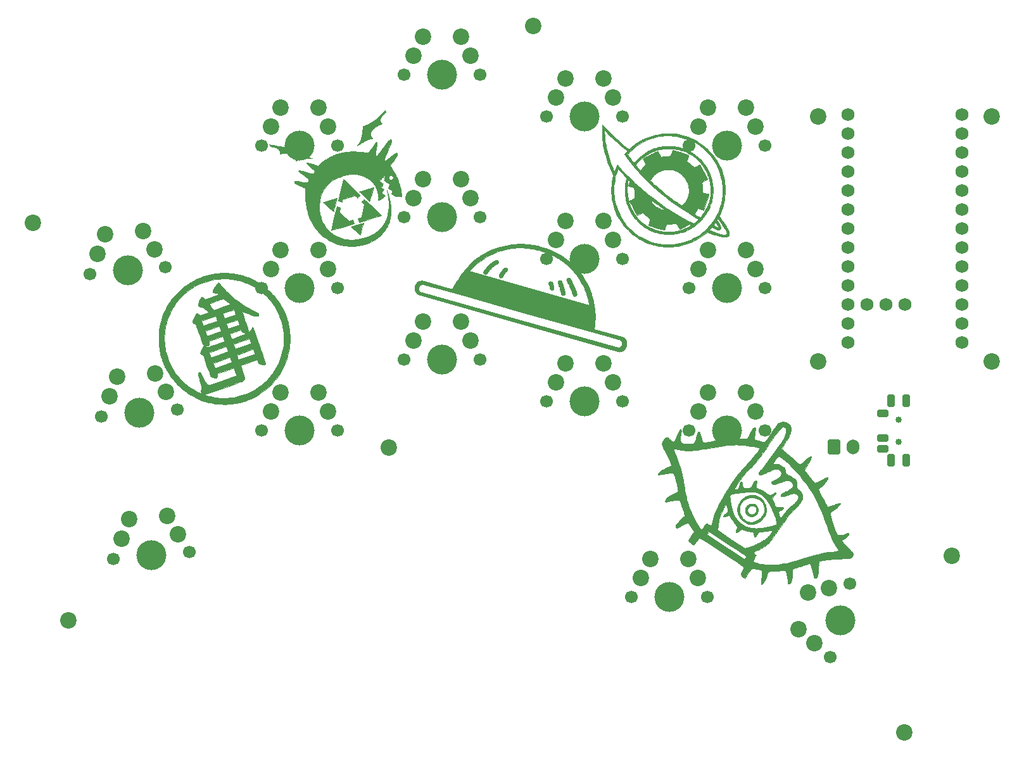
<source format=gbr>
%TF.GenerationSoftware,KiCad,Pcbnew,(6.0.4)*%
%TF.CreationDate,2022-05-05T21:32:52+02:00*%
%TF.ProjectId,Diom-34SP_PCB-rounded,44696f6d-2d33-4345-9350-5f5043422d72,rev?*%
%TF.SameCoordinates,Original*%
%TF.FileFunction,Soldermask,Bot*%
%TF.FilePolarity,Negative*%
%FSLAX46Y46*%
G04 Gerber Fmt 4.6, Leading zero omitted, Abs format (unit mm)*
G04 Created by KiCad (PCBNEW (6.0.4)) date 2022-05-05 21:32:52*
%MOMM*%
%LPD*%
G01*
G04 APERTURE LIST*
G04 Aperture macros list*
%AMRoundRect*
0 Rectangle with rounded corners*
0 $1 Rounding radius*
0 $2 $3 $4 $5 $6 $7 $8 $9 X,Y pos of 4 corners*
0 Add a 4 corners polygon primitive as box body*
4,1,4,$2,$3,$4,$5,$6,$7,$8,$9,$2,$3,0*
0 Add four circle primitives for the rounded corners*
1,1,$1+$1,$2,$3*
1,1,$1+$1,$4,$5*
1,1,$1+$1,$6,$7*
1,1,$1+$1,$8,$9*
0 Add four rect primitives between the rounded corners*
20,1,$1+$1,$2,$3,$4,$5,0*
20,1,$1+$1,$4,$5,$6,$7,0*
20,1,$1+$1,$6,$7,$8,$9,0*
20,1,$1+$1,$8,$9,$2,$3,0*%
G04 Aperture macros list end*
%ADD10C,0.021000*%
%ADD11C,0.040000*%
%ADD12C,0.012750*%
%ADD13C,0.030000*%
%ADD14C,0.014250*%
%ADD15C,4.000000*%
%ADD16C,1.700000*%
%ADD17C,2.200000*%
%ADD18RoundRect,0.250000X-0.600000X-0.750000X0.600000X-0.750000X0.600000X0.750000X-0.600000X0.750000X0*%
%ADD19O,1.700000X2.000000*%
%ADD20C,1.752600*%
%ADD21RoundRect,0.250000X-0.250000X0.600000X-0.250000X-0.600000X0.250000X-0.600000X0.250000X0.600000X0*%
%ADD22RoundRect,0.250000X-0.500000X0.250000X-0.500000X-0.250000X0.500000X-0.250000X0.500000X0.250000X0*%
%ADD23C,0.850000*%
G04 APERTURE END LIST*
D10*
G36*
X105037715Y-76726846D02*
G01*
X105027655Y-77023141D01*
X105007615Y-77318046D01*
X104977710Y-77611329D01*
X104938053Y-77902753D01*
X104888757Y-78192085D01*
X104761703Y-78763534D01*
X104597453Y-79323799D01*
X104396916Y-79871004D01*
X104160996Y-80403272D01*
X103890602Y-80918727D01*
X103586640Y-81415493D01*
X103250017Y-81891693D01*
X103069741Y-82121495D01*
X102881639Y-82345451D01*
X102685826Y-82563328D01*
X102482414Y-82774891D01*
X102271517Y-82979906D01*
X102053247Y-83178137D01*
X101827719Y-83369350D01*
X101595046Y-83553311D01*
X101355341Y-83729786D01*
X101108718Y-83898538D01*
X101017113Y-83957937D01*
X100919146Y-84019694D01*
X100817857Y-84082006D01*
X100716283Y-84143067D01*
X100617462Y-84201072D01*
X100524434Y-84254215D01*
X100440237Y-84300692D01*
X100367909Y-84338696D01*
X100335668Y-84355219D01*
X100304428Y-84371558D01*
X100274347Y-84387618D01*
X100245583Y-84403300D01*
X100218293Y-84418509D01*
X100192636Y-84433148D01*
X100168768Y-84447120D01*
X100146848Y-84460330D01*
X100127033Y-84472680D01*
X100109480Y-84484074D01*
X100094348Y-84494416D01*
X100081793Y-84503608D01*
X100071973Y-84511555D01*
X100065047Y-84518160D01*
X100062718Y-84520929D01*
X100061171Y-84523326D01*
X100060427Y-84525340D01*
X100060504Y-84526958D01*
X100060502Y-84526960D01*
X100056762Y-84531404D01*
X100043871Y-84538957D01*
X99992483Y-84562679D01*
X99910027Y-84596712D01*
X99800193Y-84639640D01*
X99513152Y-84746520D01*
X99160878Y-84871997D01*
X98978041Y-84935232D01*
X98807091Y-84993141D01*
X98651797Y-85044535D01*
X98515928Y-85088224D01*
X98403252Y-85123016D01*
X98317539Y-85147724D01*
X98285970Y-85155923D01*
X98262556Y-85161155D01*
X98247766Y-85163271D01*
X98243752Y-85163113D01*
X98242072Y-85162121D01*
X98241114Y-85160810D01*
X98239244Y-85159706D01*
X98232862Y-85158109D01*
X98223116Y-85157305D01*
X98210192Y-85157272D01*
X98175564Y-85159420D01*
X98130480Y-85164365D01*
X98076445Y-85171917D01*
X98014960Y-85181885D01*
X97947529Y-85194082D01*
X97875655Y-85208317D01*
X97611371Y-85257175D01*
X97340276Y-85296223D01*
X97063257Y-85325531D01*
X96781203Y-85345168D01*
X96495002Y-85355204D01*
X96205543Y-85355709D01*
X95913716Y-85346752D01*
X95620407Y-85328403D01*
X95326506Y-85300732D01*
X95032901Y-85263807D01*
X94740481Y-85217700D01*
X94450135Y-85162479D01*
X94162750Y-85098214D01*
X93879216Y-85024975D01*
X93600421Y-84942831D01*
X93327254Y-84851853D01*
X93142527Y-84781746D01*
X92931712Y-84693477D01*
X92703840Y-84591420D01*
X92467944Y-84479950D01*
X92233057Y-84363440D01*
X92008211Y-84246264D01*
X91802439Y-84132797D01*
X91624774Y-84027413D01*
X91383620Y-83871299D01*
X91145955Y-83705272D01*
X90912367Y-83529965D01*
X90683446Y-83346009D01*
X90459783Y-83154038D01*
X90241968Y-82954684D01*
X90030590Y-82748578D01*
X89826239Y-82536353D01*
X89629504Y-82318642D01*
X89440977Y-82096076D01*
X89261247Y-81869289D01*
X89090903Y-81638911D01*
X88930535Y-81405576D01*
X88780734Y-81169916D01*
X88642089Y-80932564D01*
X88515190Y-80694150D01*
X88498287Y-80661084D01*
X88481578Y-80629043D01*
X88465162Y-80598189D01*
X88449138Y-80568682D01*
X88433604Y-80540686D01*
X88418657Y-80514362D01*
X88404398Y-80489871D01*
X88390923Y-80467375D01*
X88378332Y-80447037D01*
X88366723Y-80429017D01*
X88356194Y-80413479D01*
X88346844Y-80400582D01*
X88338771Y-80390490D01*
X88332074Y-80383364D01*
X88329272Y-80380964D01*
X88326851Y-80379366D01*
X88324823Y-80378590D01*
X88323200Y-80378657D01*
X88318756Y-80374917D01*
X88311203Y-80362026D01*
X88287480Y-80310639D01*
X88253447Y-80228183D01*
X88210518Y-80118350D01*
X88103638Y-79831309D01*
X87978160Y-79479034D01*
X87914925Y-79296196D01*
X87857016Y-79125246D01*
X87805622Y-78969953D01*
X87761934Y-78834085D01*
X87727142Y-78721410D01*
X87702435Y-78635697D01*
X87694235Y-78604128D01*
X87689003Y-78580714D01*
X87686888Y-78565923D01*
X87687045Y-78561910D01*
X87688037Y-78560229D01*
X87689351Y-78559282D01*
X87690463Y-78557445D01*
X87692093Y-78551195D01*
X87692949Y-78541663D01*
X87693054Y-78529030D01*
X87691102Y-78495202D01*
X87686417Y-78451176D01*
X87679179Y-78398422D01*
X87669570Y-78338406D01*
X87657770Y-78272596D01*
X87643960Y-78202459D01*
X87588555Y-77895105D01*
X87545812Y-77575319D01*
X87515804Y-77245415D01*
X87498604Y-76907708D01*
X87494286Y-76564511D01*
X87494632Y-76550650D01*
X88246179Y-76550650D01*
X88250911Y-76819372D01*
X88264734Y-77088214D01*
X88287653Y-77357089D01*
X88319668Y-77625908D01*
X88360784Y-77894583D01*
X88411003Y-78163025D01*
X88470329Y-78431147D01*
X88529383Y-78651314D01*
X88607529Y-78901085D01*
X88700533Y-79169569D01*
X88804161Y-79445875D01*
X88914177Y-79719110D01*
X89026349Y-79978383D01*
X89136440Y-80212802D01*
X89189383Y-80317288D01*
X89240218Y-80411475D01*
X89399129Y-80683168D01*
X89567255Y-80947235D01*
X89744409Y-81203500D01*
X89930405Y-81451787D01*
X90125057Y-81691921D01*
X90328176Y-81923726D01*
X90539578Y-82147027D01*
X90759074Y-82361648D01*
X90986478Y-82567413D01*
X91221604Y-82764147D01*
X91464265Y-82951674D01*
X91714275Y-83129819D01*
X91971445Y-83298406D01*
X92235591Y-83457259D01*
X92506524Y-83606202D01*
X92784060Y-83745061D01*
X93097630Y-83888062D01*
X93401895Y-84013237D01*
X93552105Y-84069588D01*
X93701868Y-84122022D01*
X93851811Y-84170718D01*
X94002561Y-84215856D01*
X94154745Y-84257616D01*
X94308988Y-84296178D01*
X94465917Y-84331720D01*
X94626160Y-84364424D01*
X94959091Y-84422032D01*
X95312792Y-84470442D01*
X95604436Y-84501652D01*
X95882594Y-84522443D01*
X96153374Y-84532681D01*
X96422887Y-84532236D01*
X96697242Y-84520976D01*
X96982550Y-84498769D01*
X97284919Y-84465484D01*
X97610460Y-84420990D01*
X97677998Y-84408068D01*
X97771202Y-84385906D01*
X98019403Y-84318670D01*
X98324650Y-84228897D01*
X98656532Y-84126205D01*
X98984635Y-84020209D01*
X99278548Y-83920526D01*
X99507857Y-83836772D01*
X99588782Y-83803873D01*
X99642152Y-83778563D01*
X99773465Y-83708693D01*
X99973663Y-83604352D01*
X100128759Y-83519928D01*
X100300607Y-83419027D01*
X100482840Y-83305881D01*
X100669092Y-83184723D01*
X100852994Y-83059786D01*
X101028181Y-82935304D01*
X101188286Y-82815509D01*
X101326941Y-82704633D01*
X101719230Y-82355116D01*
X102085170Y-81984056D01*
X102424210Y-81592899D01*
X102735796Y-81183096D01*
X103019379Y-80756094D01*
X103274405Y-80313342D01*
X103500324Y-79856287D01*
X103696584Y-79386379D01*
X103862634Y-78905066D01*
X103997920Y-78413795D01*
X104101893Y-77914016D01*
X104174000Y-77407177D01*
X104213689Y-76894726D01*
X104220410Y-76378111D01*
X104193609Y-75858781D01*
X104132736Y-75338184D01*
X104110509Y-75202667D01*
X104083718Y-75061432D01*
X104017602Y-74765473D01*
X103936706Y-74457633D01*
X103843349Y-74145236D01*
X103739849Y-73835610D01*
X103628524Y-73536078D01*
X103511692Y-73253965D01*
X103451936Y-73121731D01*
X103391672Y-72996598D01*
X103266981Y-72756442D01*
X103134663Y-72521137D01*
X102994859Y-72290844D01*
X102847714Y-72065723D01*
X102693370Y-71845935D01*
X102531971Y-71631640D01*
X102363661Y-71422998D01*
X102188582Y-71220171D01*
X102006878Y-71023318D01*
X101818691Y-70832600D01*
X101624166Y-70648178D01*
X101423446Y-70470212D01*
X101216673Y-70298863D01*
X101003992Y-70134290D01*
X100785544Y-69976655D01*
X100561474Y-69826118D01*
X100447507Y-69754503D01*
X100326151Y-69682404D01*
X100064658Y-69538258D01*
X99783775Y-69396693D01*
X99490281Y-69260720D01*
X99190956Y-69133350D01*
X98892579Y-69017595D01*
X98601930Y-68916467D01*
X98325787Y-68832977D01*
X98046891Y-68761506D01*
X97766635Y-68700721D01*
X97203148Y-68610861D01*
X96637548Y-68562699D01*
X96072054Y-68555541D01*
X95508884Y-68588687D01*
X94950259Y-68661444D01*
X94398398Y-68773112D01*
X93855520Y-68922997D01*
X93323845Y-69110400D01*
X92805593Y-69334626D01*
X92302982Y-69594978D01*
X91818233Y-69890759D01*
X91353564Y-70221273D01*
X90911196Y-70585822D01*
X90493347Y-70983711D01*
X90294312Y-71194940D01*
X90102238Y-71414242D01*
X89993054Y-71548412D01*
X89883086Y-71692882D01*
X89772961Y-71846502D01*
X89663307Y-72008119D01*
X89554749Y-72176583D01*
X89447914Y-72350741D01*
X89343430Y-72529441D01*
X89241922Y-72711534D01*
X89144017Y-72895866D01*
X89050343Y-73081286D01*
X88961526Y-73266642D01*
X88878192Y-73450784D01*
X88800968Y-73632559D01*
X88730482Y-73810816D01*
X88667358Y-73984403D01*
X88612226Y-74152169D01*
X88535266Y-74415828D01*
X88467371Y-74680403D01*
X88408544Y-74945805D01*
X88358788Y-75211946D01*
X88318107Y-75478739D01*
X88286502Y-75746094D01*
X88263977Y-76013923D01*
X88250535Y-76282138D01*
X88246179Y-76550650D01*
X87494632Y-76550650D01*
X87502922Y-76218139D01*
X87524586Y-75870907D01*
X87559350Y-75525128D01*
X87629784Y-75048906D01*
X87725560Y-74579995D01*
X87846149Y-74119250D01*
X87991021Y-73667527D01*
X88159647Y-73225684D01*
X88351499Y-72794575D01*
X88566046Y-72375057D01*
X88802759Y-71967987D01*
X89061110Y-71574219D01*
X89340569Y-71194611D01*
X89640607Y-70830019D01*
X89960694Y-70481299D01*
X90300301Y-70149306D01*
X90658899Y-69834897D01*
X91035959Y-69538928D01*
X91430952Y-69262256D01*
X91523446Y-69202188D01*
X91621997Y-69140050D01*
X91723571Y-69077636D01*
X91825134Y-69016744D01*
X91923653Y-68959170D01*
X92016095Y-68906710D01*
X92099425Y-68861159D01*
X92170609Y-68824315D01*
X92202218Y-68808418D01*
X92232841Y-68792683D01*
X92262324Y-68777203D01*
X92290513Y-68762072D01*
X92317254Y-68747384D01*
X92342392Y-68733233D01*
X92365772Y-68719710D01*
X92387241Y-68706911D01*
X92406644Y-68694929D01*
X92423827Y-68683858D01*
X92438635Y-68673790D01*
X92450914Y-68664821D01*
X92460510Y-68657042D01*
X92467268Y-68650548D01*
X92469534Y-68647812D01*
X92471034Y-68645432D01*
X92471746Y-68643421D01*
X92471653Y-68641789D01*
X92475378Y-68637300D01*
X92488254Y-68629705D01*
X92539614Y-68605900D01*
X92622044Y-68571793D01*
X92731855Y-68528800D01*
X93018864Y-68421826D01*
X93371126Y-68296313D01*
X93553963Y-68233078D01*
X93724913Y-68175169D01*
X93880206Y-68123775D01*
X94016074Y-68080086D01*
X94128749Y-68045294D01*
X94214462Y-68020586D01*
X94246031Y-68012387D01*
X94269446Y-68007155D01*
X94284236Y-68005039D01*
X94288249Y-68005196D01*
X94289930Y-68006189D01*
X94290879Y-68007502D01*
X94292720Y-68008613D01*
X94298991Y-68010239D01*
X94308557Y-68011088D01*
X94321234Y-68011184D01*
X94355187Y-68009206D01*
X94399377Y-68004487D01*
X94452331Y-67997208D01*
X94512576Y-67987552D01*
X94578640Y-67975700D01*
X94649049Y-67961835D01*
X95038816Y-67892781D01*
X95435396Y-67844013D01*
X95837403Y-67815271D01*
X96243448Y-67806292D01*
X96652146Y-67816816D01*
X97062110Y-67846581D01*
X97471953Y-67895325D01*
X97880288Y-67962788D01*
X98285728Y-68048707D01*
X98686887Y-68152822D01*
X99082378Y-68274872D01*
X99470813Y-68414594D01*
X99850807Y-68571727D01*
X100220973Y-68746010D01*
X100579923Y-68937182D01*
X100926271Y-69144981D01*
X101169305Y-69305442D01*
X101407934Y-69474672D01*
X101641675Y-69652152D01*
X101870049Y-69837364D01*
X102092573Y-70029788D01*
X102308767Y-70228907D01*
X102518148Y-70434202D01*
X102720237Y-70645154D01*
X102914550Y-70861246D01*
X103100608Y-71081958D01*
X103277929Y-71306772D01*
X103446031Y-71535170D01*
X103604433Y-71766633D01*
X103752655Y-72000642D01*
X103890214Y-72236680D01*
X104016629Y-72474227D01*
X104033551Y-72507286D01*
X104050278Y-72539321D01*
X104066712Y-72570169D01*
X104082753Y-72599669D01*
X104098304Y-72627660D01*
X104113266Y-72653979D01*
X104127540Y-72678464D01*
X104141028Y-72700955D01*
X104153631Y-72721289D01*
X104165251Y-72739304D01*
X104175789Y-72754840D01*
X104185147Y-72767733D01*
X104193227Y-72777823D01*
X104199928Y-72784948D01*
X104202732Y-72787348D01*
X104205154Y-72788945D01*
X104207183Y-72789721D01*
X104208806Y-72789654D01*
X104213251Y-72793394D01*
X104220803Y-72806285D01*
X104244526Y-72857673D01*
X104278559Y-72940129D01*
X104321487Y-73049963D01*
X104428367Y-73337003D01*
X104553845Y-73689277D01*
X104617080Y-73872115D01*
X104674989Y-74043065D01*
X104726383Y-74198358D01*
X104770071Y-74334226D01*
X104804864Y-74446901D01*
X104829571Y-74532615D01*
X104837771Y-74564183D01*
X104843003Y-74587598D01*
X104845118Y-74602388D01*
X104844961Y-74606402D01*
X104843969Y-74608083D01*
X104842658Y-74609041D01*
X104841554Y-74610911D01*
X104839956Y-74617292D01*
X104839153Y-74627039D01*
X104839119Y-74639963D01*
X104841268Y-74674591D01*
X104846212Y-74719674D01*
X104853764Y-74773710D01*
X104863732Y-74835195D01*
X104875929Y-74902627D01*
X104890164Y-74974502D01*
X104905838Y-75056399D01*
X104922160Y-75152556D01*
X104938652Y-75259454D01*
X104954834Y-75373576D01*
X104984354Y-75609429D01*
X104996735Y-75724124D01*
X105006891Y-75831976D01*
X105027447Y-76131030D01*
X105035924Y-76378111D01*
X105037684Y-76429398D01*
X105037715Y-76726846D01*
G37*
X105037715Y-76726846D02*
X105027655Y-77023141D01*
X105007615Y-77318046D01*
X104977710Y-77611329D01*
X104938053Y-77902753D01*
X104888757Y-78192085D01*
X104761703Y-78763534D01*
X104597453Y-79323799D01*
X104396916Y-79871004D01*
X104160996Y-80403272D01*
X103890602Y-80918727D01*
X103586640Y-81415493D01*
X103250017Y-81891693D01*
X103069741Y-82121495D01*
X102881639Y-82345451D01*
X102685826Y-82563328D01*
X102482414Y-82774891D01*
X102271517Y-82979906D01*
X102053247Y-83178137D01*
X101827719Y-83369350D01*
X101595046Y-83553311D01*
X101355341Y-83729786D01*
X101108718Y-83898538D01*
X101017113Y-83957937D01*
X100919146Y-84019694D01*
X100817857Y-84082006D01*
X100716283Y-84143067D01*
X100617462Y-84201072D01*
X100524434Y-84254215D01*
X100440237Y-84300692D01*
X100367909Y-84338696D01*
X100335668Y-84355219D01*
X100304428Y-84371558D01*
X100274347Y-84387618D01*
X100245583Y-84403300D01*
X100218293Y-84418509D01*
X100192636Y-84433148D01*
X100168768Y-84447120D01*
X100146848Y-84460330D01*
X100127033Y-84472680D01*
X100109480Y-84484074D01*
X100094348Y-84494416D01*
X100081793Y-84503608D01*
X100071973Y-84511555D01*
X100065047Y-84518160D01*
X100062718Y-84520929D01*
X100061171Y-84523326D01*
X100060427Y-84525340D01*
X100060504Y-84526958D01*
X100060502Y-84526960D01*
X100056762Y-84531404D01*
X100043871Y-84538957D01*
X99992483Y-84562679D01*
X99910027Y-84596712D01*
X99800193Y-84639640D01*
X99513152Y-84746520D01*
X99160878Y-84871997D01*
X98978041Y-84935232D01*
X98807091Y-84993141D01*
X98651797Y-85044535D01*
X98515928Y-85088224D01*
X98403252Y-85123016D01*
X98317539Y-85147724D01*
X98285970Y-85155923D01*
X98262556Y-85161155D01*
X98247766Y-85163271D01*
X98243752Y-85163113D01*
X98242072Y-85162121D01*
X98241114Y-85160810D01*
X98239244Y-85159706D01*
X98232862Y-85158109D01*
X98223116Y-85157305D01*
X98210192Y-85157272D01*
X98175564Y-85159420D01*
X98130480Y-85164365D01*
X98076445Y-85171917D01*
X98014960Y-85181885D01*
X97947529Y-85194082D01*
X97875655Y-85208317D01*
X97611371Y-85257175D01*
X97340276Y-85296223D01*
X97063257Y-85325531D01*
X96781203Y-85345168D01*
X96495002Y-85355204D01*
X96205543Y-85355709D01*
X95913716Y-85346752D01*
X95620407Y-85328403D01*
X95326506Y-85300732D01*
X95032901Y-85263807D01*
X94740481Y-85217700D01*
X94450135Y-85162479D01*
X94162750Y-85098214D01*
X93879216Y-85024975D01*
X93600421Y-84942831D01*
X93327254Y-84851853D01*
X93142527Y-84781746D01*
X92931712Y-84693477D01*
X92703840Y-84591420D01*
X92467944Y-84479950D01*
X92233057Y-84363440D01*
X92008211Y-84246264D01*
X91802439Y-84132797D01*
X91624774Y-84027413D01*
X91383620Y-83871299D01*
X91145955Y-83705272D01*
X90912367Y-83529965D01*
X90683446Y-83346009D01*
X90459783Y-83154038D01*
X90241968Y-82954684D01*
X90030590Y-82748578D01*
X89826239Y-82536353D01*
X89629504Y-82318642D01*
X89440977Y-82096076D01*
X89261247Y-81869289D01*
X89090903Y-81638911D01*
X88930535Y-81405576D01*
X88780734Y-81169916D01*
X88642089Y-80932564D01*
X88515190Y-80694150D01*
X88498287Y-80661084D01*
X88481578Y-80629043D01*
X88465162Y-80598189D01*
X88449138Y-80568682D01*
X88433604Y-80540686D01*
X88418657Y-80514362D01*
X88404398Y-80489871D01*
X88390923Y-80467375D01*
X88378332Y-80447037D01*
X88366723Y-80429017D01*
X88356194Y-80413479D01*
X88346844Y-80400582D01*
X88338771Y-80390490D01*
X88332074Y-80383364D01*
X88329272Y-80380964D01*
X88326851Y-80379366D01*
X88324823Y-80378590D01*
X88323200Y-80378657D01*
X88318756Y-80374917D01*
X88311203Y-80362026D01*
X88287480Y-80310639D01*
X88253447Y-80228183D01*
X88210518Y-80118350D01*
X88103638Y-79831309D01*
X87978160Y-79479034D01*
X87914925Y-79296196D01*
X87857016Y-79125246D01*
X87805622Y-78969953D01*
X87761934Y-78834085D01*
X87727142Y-78721410D01*
X87702435Y-78635697D01*
X87694235Y-78604128D01*
X87689003Y-78580714D01*
X87686888Y-78565923D01*
X87687045Y-78561910D01*
X87688037Y-78560229D01*
X87689351Y-78559282D01*
X87690463Y-78557445D01*
X87692093Y-78551195D01*
X87692949Y-78541663D01*
X87693054Y-78529030D01*
X87691102Y-78495202D01*
X87686417Y-78451176D01*
X87679179Y-78398422D01*
X87669570Y-78338406D01*
X87657770Y-78272596D01*
X87643960Y-78202459D01*
X87588555Y-77895105D01*
X87545812Y-77575319D01*
X87515804Y-77245415D01*
X87498604Y-76907708D01*
X87494286Y-76564511D01*
X87494632Y-76550650D01*
X88246179Y-76550650D01*
X88250911Y-76819372D01*
X88264734Y-77088214D01*
X88287653Y-77357089D01*
X88319668Y-77625908D01*
X88360784Y-77894583D01*
X88411003Y-78163025D01*
X88470329Y-78431147D01*
X88529383Y-78651314D01*
X88607529Y-78901085D01*
X88700533Y-79169569D01*
X88804161Y-79445875D01*
X88914177Y-79719110D01*
X89026349Y-79978383D01*
X89136440Y-80212802D01*
X89189383Y-80317288D01*
X89240218Y-80411475D01*
X89399129Y-80683168D01*
X89567255Y-80947235D01*
X89744409Y-81203500D01*
X89930405Y-81451787D01*
X90125057Y-81691921D01*
X90328176Y-81923726D01*
X90539578Y-82147027D01*
X90759074Y-82361648D01*
X90986478Y-82567413D01*
X91221604Y-82764147D01*
X91464265Y-82951674D01*
X91714275Y-83129819D01*
X91971445Y-83298406D01*
X92235591Y-83457259D01*
X92506524Y-83606202D01*
X92784060Y-83745061D01*
X93097630Y-83888062D01*
X93401895Y-84013237D01*
X93552105Y-84069588D01*
X93701868Y-84122022D01*
X93851811Y-84170718D01*
X94002561Y-84215856D01*
X94154745Y-84257616D01*
X94308988Y-84296178D01*
X94465917Y-84331720D01*
X94626160Y-84364424D01*
X94959091Y-84422032D01*
X95312792Y-84470442D01*
X95604436Y-84501652D01*
X95882594Y-84522443D01*
X96153374Y-84532681D01*
X96422887Y-84532236D01*
X96697242Y-84520976D01*
X96982550Y-84498769D01*
X97284919Y-84465484D01*
X97610460Y-84420990D01*
X97677998Y-84408068D01*
X97771202Y-84385906D01*
X98019403Y-84318670D01*
X98324650Y-84228897D01*
X98656532Y-84126205D01*
X98984635Y-84020209D01*
X99278548Y-83920526D01*
X99507857Y-83836772D01*
X99588782Y-83803873D01*
X99642152Y-83778563D01*
X99773465Y-83708693D01*
X99973663Y-83604352D01*
X100128759Y-83519928D01*
X100300607Y-83419027D01*
X100482840Y-83305881D01*
X100669092Y-83184723D01*
X100852994Y-83059786D01*
X101028181Y-82935304D01*
X101188286Y-82815509D01*
X101326941Y-82704633D01*
X101719230Y-82355116D01*
X102085170Y-81984056D01*
X102424210Y-81592899D01*
X102735796Y-81183096D01*
X103019379Y-80756094D01*
X103274405Y-80313342D01*
X103500324Y-79856287D01*
X103696584Y-79386379D01*
X103862634Y-78905066D01*
X103997920Y-78413795D01*
X104101893Y-77914016D01*
X104174000Y-77407177D01*
X104213689Y-76894726D01*
X104220410Y-76378111D01*
X104193609Y-75858781D01*
X104132736Y-75338184D01*
X104110509Y-75202667D01*
X104083718Y-75061432D01*
X104017602Y-74765473D01*
X103936706Y-74457633D01*
X103843349Y-74145236D01*
X103739849Y-73835610D01*
X103628524Y-73536078D01*
X103511692Y-73253965D01*
X103451936Y-73121731D01*
X103391672Y-72996598D01*
X103266981Y-72756442D01*
X103134663Y-72521137D01*
X102994859Y-72290844D01*
X102847714Y-72065723D01*
X102693370Y-71845935D01*
X102531971Y-71631640D01*
X102363661Y-71422998D01*
X102188582Y-71220171D01*
X102006878Y-71023318D01*
X101818691Y-70832600D01*
X101624166Y-70648178D01*
X101423446Y-70470212D01*
X101216673Y-70298863D01*
X101003992Y-70134290D01*
X100785544Y-69976655D01*
X100561474Y-69826118D01*
X100447507Y-69754503D01*
X100326151Y-69682404D01*
X100064658Y-69538258D01*
X99783775Y-69396693D01*
X99490281Y-69260720D01*
X99190956Y-69133350D01*
X98892579Y-69017595D01*
X98601930Y-68916467D01*
X98325787Y-68832977D01*
X98046891Y-68761506D01*
X97766635Y-68700721D01*
X97203148Y-68610861D01*
X96637548Y-68562699D01*
X96072054Y-68555541D01*
X95508884Y-68588687D01*
X94950259Y-68661444D01*
X94398398Y-68773112D01*
X93855520Y-68922997D01*
X93323845Y-69110400D01*
X92805593Y-69334626D01*
X92302982Y-69594978D01*
X91818233Y-69890759D01*
X91353564Y-70221273D01*
X90911196Y-70585822D01*
X90493347Y-70983711D01*
X90294312Y-71194940D01*
X90102238Y-71414242D01*
X89993054Y-71548412D01*
X89883086Y-71692882D01*
X89772961Y-71846502D01*
X89663307Y-72008119D01*
X89554749Y-72176583D01*
X89447914Y-72350741D01*
X89343430Y-72529441D01*
X89241922Y-72711534D01*
X89144017Y-72895866D01*
X89050343Y-73081286D01*
X88961526Y-73266642D01*
X88878192Y-73450784D01*
X88800968Y-73632559D01*
X88730482Y-73810816D01*
X88667358Y-73984403D01*
X88612226Y-74152169D01*
X88535266Y-74415828D01*
X88467371Y-74680403D01*
X88408544Y-74945805D01*
X88358788Y-75211946D01*
X88318107Y-75478739D01*
X88286502Y-75746094D01*
X88263977Y-76013923D01*
X88250535Y-76282138D01*
X88246179Y-76550650D01*
X87494632Y-76550650D01*
X87502922Y-76218139D01*
X87524586Y-75870907D01*
X87559350Y-75525128D01*
X87629784Y-75048906D01*
X87725560Y-74579995D01*
X87846149Y-74119250D01*
X87991021Y-73667527D01*
X88159647Y-73225684D01*
X88351499Y-72794575D01*
X88566046Y-72375057D01*
X88802759Y-71967987D01*
X89061110Y-71574219D01*
X89340569Y-71194611D01*
X89640607Y-70830019D01*
X89960694Y-70481299D01*
X90300301Y-70149306D01*
X90658899Y-69834897D01*
X91035959Y-69538928D01*
X91430952Y-69262256D01*
X91523446Y-69202188D01*
X91621997Y-69140050D01*
X91723571Y-69077636D01*
X91825134Y-69016744D01*
X91923653Y-68959170D01*
X92016095Y-68906710D01*
X92099425Y-68861159D01*
X92170609Y-68824315D01*
X92202218Y-68808418D01*
X92232841Y-68792683D01*
X92262324Y-68777203D01*
X92290513Y-68762072D01*
X92317254Y-68747384D01*
X92342392Y-68733233D01*
X92365772Y-68719710D01*
X92387241Y-68706911D01*
X92406644Y-68694929D01*
X92423827Y-68683858D01*
X92438635Y-68673790D01*
X92450914Y-68664821D01*
X92460510Y-68657042D01*
X92467268Y-68650548D01*
X92469534Y-68647812D01*
X92471034Y-68645432D01*
X92471746Y-68643421D01*
X92471653Y-68641789D01*
X92475378Y-68637300D01*
X92488254Y-68629705D01*
X92539614Y-68605900D01*
X92622044Y-68571793D01*
X92731855Y-68528800D01*
X93018864Y-68421826D01*
X93371126Y-68296313D01*
X93553963Y-68233078D01*
X93724913Y-68175169D01*
X93880206Y-68123775D01*
X94016074Y-68080086D01*
X94128749Y-68045294D01*
X94214462Y-68020586D01*
X94246031Y-68012387D01*
X94269446Y-68007155D01*
X94284236Y-68005039D01*
X94288249Y-68005196D01*
X94289930Y-68006189D01*
X94290879Y-68007502D01*
X94292720Y-68008613D01*
X94298991Y-68010239D01*
X94308557Y-68011088D01*
X94321234Y-68011184D01*
X94355187Y-68009206D01*
X94399377Y-68004487D01*
X94452331Y-67997208D01*
X94512576Y-67987552D01*
X94578640Y-67975700D01*
X94649049Y-67961835D01*
X95038816Y-67892781D01*
X95435396Y-67844013D01*
X95837403Y-67815271D01*
X96243448Y-67806292D01*
X96652146Y-67816816D01*
X97062110Y-67846581D01*
X97471953Y-67895325D01*
X97880288Y-67962788D01*
X98285728Y-68048707D01*
X98686887Y-68152822D01*
X99082378Y-68274872D01*
X99470813Y-68414594D01*
X99850807Y-68571727D01*
X100220973Y-68746010D01*
X100579923Y-68937182D01*
X100926271Y-69144981D01*
X101169305Y-69305442D01*
X101407934Y-69474672D01*
X101641675Y-69652152D01*
X101870049Y-69837364D01*
X102092573Y-70029788D01*
X102308767Y-70228907D01*
X102518148Y-70434202D01*
X102720237Y-70645154D01*
X102914550Y-70861246D01*
X103100608Y-71081958D01*
X103277929Y-71306772D01*
X103446031Y-71535170D01*
X103604433Y-71766633D01*
X103752655Y-72000642D01*
X103890214Y-72236680D01*
X104016629Y-72474227D01*
X104033551Y-72507286D01*
X104050278Y-72539321D01*
X104066712Y-72570169D01*
X104082753Y-72599669D01*
X104098304Y-72627660D01*
X104113266Y-72653979D01*
X104127540Y-72678464D01*
X104141028Y-72700955D01*
X104153631Y-72721289D01*
X104165251Y-72739304D01*
X104175789Y-72754840D01*
X104185147Y-72767733D01*
X104193227Y-72777823D01*
X104199928Y-72784948D01*
X104202732Y-72787348D01*
X104205154Y-72788945D01*
X104207183Y-72789721D01*
X104208806Y-72789654D01*
X104213251Y-72793394D01*
X104220803Y-72806285D01*
X104244526Y-72857673D01*
X104278559Y-72940129D01*
X104321487Y-73049963D01*
X104428367Y-73337003D01*
X104553845Y-73689277D01*
X104617080Y-73872115D01*
X104674989Y-74043065D01*
X104726383Y-74198358D01*
X104770071Y-74334226D01*
X104804864Y-74446901D01*
X104829571Y-74532615D01*
X104837771Y-74564183D01*
X104843003Y-74587598D01*
X104845118Y-74602388D01*
X104844961Y-74606402D01*
X104843969Y-74608083D01*
X104842658Y-74609041D01*
X104841554Y-74610911D01*
X104839956Y-74617292D01*
X104839153Y-74627039D01*
X104839119Y-74639963D01*
X104841268Y-74674591D01*
X104846212Y-74719674D01*
X104853764Y-74773710D01*
X104863732Y-74835195D01*
X104875929Y-74902627D01*
X104890164Y-74974502D01*
X104905838Y-75056399D01*
X104922160Y-75152556D01*
X104938652Y-75259454D01*
X104954834Y-75373576D01*
X104984354Y-75609429D01*
X104996735Y-75724124D01*
X105006891Y-75831976D01*
X105027447Y-76131030D01*
X105035924Y-76378111D01*
X105037684Y-76429398D01*
X105037715Y-76726846D01*
D11*
G36*
X180090869Y-104995508D02*
G01*
X180127013Y-105037002D01*
X180160089Y-105076716D01*
X180190131Y-105114765D01*
X180217171Y-105151265D01*
X180241243Y-105186330D01*
X180262379Y-105220076D01*
X180280613Y-105252618D01*
X180295976Y-105284072D01*
X180308502Y-105314552D01*
X180318223Y-105344173D01*
X180325173Y-105373052D01*
X180329384Y-105401303D01*
X180330889Y-105429041D01*
X180329721Y-105456381D01*
X180325913Y-105483440D01*
X180319497Y-105510331D01*
X180310507Y-105537171D01*
X180298975Y-105564073D01*
X180284934Y-105591155D01*
X180268417Y-105618530D01*
X180249456Y-105646315D01*
X180228085Y-105674623D01*
X180204337Y-105703572D01*
X180178244Y-105733274D01*
X180119154Y-105795405D01*
X180089665Y-105823276D01*
X180058512Y-105848257D01*
X180024263Y-105870558D01*
X179985482Y-105890392D01*
X179940736Y-105907970D01*
X179888593Y-105923504D01*
X179827617Y-105937204D01*
X179756375Y-105949283D01*
X179673434Y-105959952D01*
X179577360Y-105969423D01*
X179340078Y-105985614D01*
X179033058Y-105999551D01*
X178644831Y-106012925D01*
X178398239Y-106022403D01*
X178149695Y-106035179D01*
X177655994Y-106069418D01*
X177182205Y-106113220D01*
X176746805Y-106164166D01*
X176549274Y-106191562D01*
X176368270Y-106219836D01*
X176206102Y-106248686D01*
X176065078Y-106277809D01*
X175947510Y-106306903D01*
X175855706Y-106335665D01*
X175791976Y-106363792D01*
X175771361Y-106377523D01*
X175758630Y-106390983D01*
X175753584Y-106399950D01*
X175748730Y-106411022D01*
X175744091Y-106424041D01*
X175739690Y-106438849D01*
X175735549Y-106455289D01*
X175731691Y-106473203D01*
X175724919Y-106512822D01*
X175719558Y-106556442D01*
X175715792Y-106602803D01*
X175713804Y-106650642D01*
X175713778Y-106698697D01*
X175714921Y-106819861D01*
X175713460Y-106947019D01*
X175703459Y-107212721D01*
X175685235Y-107482594D01*
X175660250Y-107743434D01*
X175629966Y-107982031D01*
X175613294Y-108088863D01*
X175595845Y-108185181D01*
X175577802Y-108269335D01*
X175559347Y-108339675D01*
X175540664Y-108394549D01*
X175521935Y-108432306D01*
X175509820Y-108449850D01*
X175496627Y-108467064D01*
X175482484Y-108483854D01*
X175467520Y-108500124D01*
X175451863Y-108515776D01*
X175435642Y-108530716D01*
X175418987Y-108544846D01*
X175402025Y-108558071D01*
X175384886Y-108570295D01*
X175367698Y-108581421D01*
X175350590Y-108591354D01*
X175333691Y-108599996D01*
X175317130Y-108607254D01*
X175301036Y-108613029D01*
X175285537Y-108617226D01*
X175278050Y-108618702D01*
X175270761Y-108619748D01*
X175249587Y-108621184D01*
X175230049Y-108620157D01*
X175211951Y-108616291D01*
X175195095Y-108609209D01*
X175179283Y-108598531D01*
X175164319Y-108583881D01*
X175150005Y-108564881D01*
X175136143Y-108541154D01*
X175122536Y-108512320D01*
X175108987Y-108478004D01*
X175095298Y-108437826D01*
X175081273Y-108391411D01*
X175066712Y-108338378D01*
X175051420Y-108278352D01*
X175017851Y-108135807D01*
X174970994Y-107931862D01*
X174927211Y-107746503D01*
X174886218Y-107578955D01*
X174847730Y-107428448D01*
X174811461Y-107294206D01*
X174777128Y-107175458D01*
X174760598Y-107121652D01*
X174744444Y-107071429D01*
X174728632Y-107024694D01*
X174713126Y-106981348D01*
X174697889Y-106941296D01*
X174682887Y-106904441D01*
X174668084Y-106870686D01*
X174653444Y-106839935D01*
X174638931Y-106812090D01*
X174624510Y-106787056D01*
X174610145Y-106764736D01*
X174595801Y-106745033D01*
X174581442Y-106727850D01*
X174567033Y-106713091D01*
X174552537Y-106700659D01*
X174537919Y-106690458D01*
X174523144Y-106682391D01*
X174508176Y-106676361D01*
X174492979Y-106672272D01*
X174477518Y-106670026D01*
X174461479Y-106668901D01*
X174445565Y-106668306D01*
X174429871Y-106668223D01*
X174414493Y-106668635D01*
X174399529Y-106669523D01*
X174385074Y-106670868D01*
X174371225Y-106672653D01*
X174358077Y-106674860D01*
X174345728Y-106677470D01*
X174334273Y-106680464D01*
X174323809Y-106683826D01*
X174314432Y-106687536D01*
X174310181Y-106689516D01*
X174306238Y-106691577D01*
X174302615Y-106693715D01*
X174299324Y-106695930D01*
X174296377Y-106698218D01*
X174293786Y-106700577D01*
X174291563Y-106703005D01*
X174289720Y-106705500D01*
X174281328Y-106712001D01*
X174263093Y-106721277D01*
X174199195Y-106747461D01*
X174102217Y-106782658D01*
X173976351Y-106825476D01*
X173654721Y-106928403D01*
X173267836Y-107045096D01*
X173068020Y-107104948D01*
X172879743Y-107163643D01*
X172707261Y-107219692D01*
X172554827Y-107271607D01*
X172426695Y-107317898D01*
X172327120Y-107357076D01*
X172289370Y-107373533D01*
X172260355Y-107387653D01*
X172240606Y-107399251D01*
X172234373Y-107404045D01*
X172230655Y-107408140D01*
X172225927Y-107418148D01*
X172221506Y-107433029D01*
X172217406Y-107452488D01*
X172213642Y-107476227D01*
X172207189Y-107535357D01*
X172202270Y-107608047D01*
X172199008Y-107691923D01*
X172197528Y-107784611D01*
X172197954Y-107883737D01*
X172200409Y-107986927D01*
X172202314Y-108093842D01*
X172200859Y-108199224D01*
X172196141Y-108302678D01*
X172188256Y-108403805D01*
X172177301Y-108502210D01*
X172163374Y-108597495D01*
X172146570Y-108689266D01*
X172126987Y-108777123D01*
X172104722Y-108860673D01*
X172079871Y-108939516D01*
X172052532Y-109013258D01*
X172022801Y-109081501D01*
X171990774Y-109143849D01*
X171956549Y-109199905D01*
X171920223Y-109249273D01*
X171901302Y-109271325D01*
X171881893Y-109291556D01*
X171843719Y-109326504D01*
X171808214Y-109353663D01*
X171791449Y-109364305D01*
X171775337Y-109372980D01*
X171759872Y-109379682D01*
X171745048Y-109384404D01*
X171730862Y-109387140D01*
X171717308Y-109387883D01*
X171704380Y-109386626D01*
X171692074Y-109383363D01*
X171680385Y-109378088D01*
X171669308Y-109370794D01*
X171658837Y-109361475D01*
X171648968Y-109350123D01*
X171639696Y-109336733D01*
X171631016Y-109321298D01*
X171622921Y-109303812D01*
X171615409Y-109284267D01*
X171602108Y-109238978D01*
X171591073Y-109185379D01*
X171582263Y-109123417D01*
X171575637Y-109053040D01*
X171571157Y-108974197D01*
X171568781Y-108886835D01*
X171565407Y-108800478D01*
X171557953Y-108707787D01*
X171546802Y-108610269D01*
X171532335Y-108509428D01*
X171514935Y-108406770D01*
X171494983Y-108303798D01*
X171472861Y-108202018D01*
X171448951Y-108102934D01*
X171423635Y-108008053D01*
X171397294Y-107918877D01*
X171370312Y-107836913D01*
X171343069Y-107763665D01*
X171315947Y-107700638D01*
X171289329Y-107649336D01*
X171276328Y-107628553D01*
X171263597Y-107611266D01*
X171251182Y-107597662D01*
X171239131Y-107587931D01*
X171229799Y-107583646D01*
X171216111Y-107580010D01*
X171198336Y-107577018D01*
X171176741Y-107574667D01*
X171123163Y-107571873D01*
X171057518Y-107571599D01*
X170981947Y-107573816D01*
X170898591Y-107578493D01*
X170809592Y-107585601D01*
X170717090Y-107595112D01*
X170613385Y-107605741D01*
X170492277Y-107616057D01*
X170215424Y-107634738D01*
X169921670Y-107649118D01*
X169646156Y-107657163D01*
X169578707Y-107658750D01*
X169513503Y-107661229D01*
X169450768Y-107664562D01*
X169390729Y-107668715D01*
X169333610Y-107673649D01*
X169279638Y-107679327D01*
X169229036Y-107685713D01*
X169182030Y-107692771D01*
X169138847Y-107700462D01*
X169099710Y-107708751D01*
X169064845Y-107717600D01*
X169034477Y-107726972D01*
X169008833Y-107736831D01*
X168997852Y-107741932D01*
X168988136Y-107747141D01*
X168979713Y-107752452D01*
X168972612Y-107757863D01*
X168966860Y-107763367D01*
X168962486Y-107768961D01*
X168955297Y-107781327D01*
X168947448Y-107797294D01*
X168930077Y-107839033D01*
X168910994Y-107892170D01*
X168890818Y-107954696D01*
X168870167Y-108024605D01*
X168849660Y-108099887D01*
X168829917Y-108178534D01*
X168811557Y-108258539D01*
X168798547Y-108313127D01*
X168783176Y-108368812D01*
X168765606Y-108425361D01*
X168746001Y-108482540D01*
X168701333Y-108597844D01*
X168650473Y-108712849D01*
X168594720Y-108825677D01*
X168535375Y-108934452D01*
X168473738Y-109037295D01*
X168411109Y-109132331D01*
X168348788Y-109217682D01*
X168288076Y-109291471D01*
X168258729Y-109323443D01*
X168230272Y-109351821D01*
X168202868Y-109376370D01*
X168176678Y-109396855D01*
X168151865Y-109413042D01*
X168128592Y-109424696D01*
X168107022Y-109431583D01*
X168087316Y-109433468D01*
X168069638Y-109430115D01*
X168054150Y-109421292D01*
X168041014Y-109406762D01*
X168030393Y-109386292D01*
X168027623Y-109374784D01*
X168025765Y-109356844D01*
X168024675Y-109303194D01*
X168026916Y-109228389D01*
X168032282Y-109135474D01*
X168040564Y-109027495D01*
X168051557Y-108907500D01*
X168065052Y-108778533D01*
X168080844Y-108643641D01*
X168096089Y-108505480D01*
X168108016Y-108367147D01*
X168116527Y-108232345D01*
X168121526Y-108104777D01*
X168122916Y-107988144D01*
X168120601Y-107886150D01*
X168118023Y-107841799D01*
X168114483Y-107802497D01*
X168109967Y-107768706D01*
X168104465Y-107740888D01*
X168046280Y-107501606D01*
X167568851Y-107422840D01*
X167284497Y-107375548D01*
X167170019Y-107358190D01*
X167071072Y-107346321D01*
X167026734Y-107342748D01*
X166985453Y-107340912D01*
X166946954Y-107340934D01*
X166910962Y-107342936D01*
X166877200Y-107347039D01*
X166845395Y-107353364D01*
X166815271Y-107362033D01*
X166786552Y-107373168D01*
X166758964Y-107386890D01*
X166732231Y-107403321D01*
X166706078Y-107422581D01*
X166680230Y-107444793D01*
X166654412Y-107470079D01*
X166628348Y-107498558D01*
X166601763Y-107530354D01*
X166574382Y-107565587D01*
X166516131Y-107646852D01*
X166451393Y-107743325D01*
X166293651Y-107985782D01*
X165870445Y-108634403D01*
X165701991Y-108524497D01*
X165684116Y-108512375D01*
X165665339Y-108498776D01*
X165645817Y-108483847D01*
X165625708Y-108467736D01*
X165605168Y-108450591D01*
X165584355Y-108432560D01*
X165563425Y-108413790D01*
X165542536Y-108394430D01*
X165521844Y-108374628D01*
X165501507Y-108354531D01*
X165481682Y-108334287D01*
X165462525Y-108314044D01*
X165444194Y-108293951D01*
X165426846Y-108274154D01*
X165410638Y-108254802D01*
X165395726Y-108236042D01*
X165372657Y-108205619D01*
X165352896Y-108177803D01*
X165336565Y-108151835D01*
X165323785Y-108126953D01*
X165318764Y-108114681D01*
X165314677Y-108102396D01*
X165311539Y-108090002D01*
X165309364Y-108077404D01*
X165308169Y-108064507D01*
X165307968Y-108051217D01*
X165308777Y-108037437D01*
X165310610Y-108023073D01*
X165313483Y-108008029D01*
X165317412Y-107992211D01*
X165328495Y-107957872D01*
X165343982Y-107919295D01*
X165363994Y-107875718D01*
X165388652Y-107826381D01*
X165418080Y-107770523D01*
X165491727Y-107636204D01*
X165538730Y-107549886D01*
X165582655Y-107466089D01*
X165622538Y-107386881D01*
X165657414Y-107314330D01*
X165686318Y-107250504D01*
X165698230Y-107222509D01*
X165708287Y-107197470D01*
X165716369Y-107175646D01*
X165722355Y-107157296D01*
X165726126Y-107142678D01*
X165727559Y-107132050D01*
X165664587Y-107075423D01*
X165485664Y-106944108D01*
X164844548Y-106500128D01*
X162881297Y-105185740D01*
X160871102Y-103872262D01*
X160171305Y-103429421D01*
X159847258Y-103243073D01*
X159838971Y-103240653D01*
X159830768Y-103238701D01*
X159822641Y-103237222D01*
X159814579Y-103236223D01*
X159806574Y-103235710D01*
X159798617Y-103235689D01*
X159790698Y-103236167D01*
X159782810Y-103237149D01*
X159774942Y-103238643D01*
X159767086Y-103240653D01*
X159759233Y-103243187D01*
X159751374Y-103246251D01*
X159743499Y-103249850D01*
X159735600Y-103253992D01*
X159727667Y-103258682D01*
X159719692Y-103263927D01*
X159703578Y-103276106D01*
X159687186Y-103290578D01*
X159670443Y-103307393D01*
X159653277Y-103326601D01*
X159635617Y-103348252D01*
X159617389Y-103372397D01*
X159598521Y-103399084D01*
X159578942Y-103428364D01*
X159545149Y-103478483D01*
X159505083Y-103535091D01*
X159460232Y-103596242D01*
X159412084Y-103659993D01*
X159362125Y-103724402D01*
X159311844Y-103787525D01*
X159262727Y-103847419D01*
X159216261Y-103902140D01*
X158999822Y-104151786D01*
X158745790Y-103986048D01*
X158719351Y-103968396D01*
X158692555Y-103949729D01*
X158665586Y-103930210D01*
X158638632Y-103909997D01*
X158611876Y-103889254D01*
X158585506Y-103868140D01*
X158559705Y-103846816D01*
X158534661Y-103825445D01*
X158510559Y-103804185D01*
X158487584Y-103783200D01*
X158465921Y-103762649D01*
X158445757Y-103742693D01*
X158427277Y-103723494D01*
X158410667Y-103705213D01*
X158396111Y-103688010D01*
X158383797Y-103672046D01*
X158365256Y-103646122D01*
X158349715Y-103622385D01*
X158337576Y-103599874D01*
X158329240Y-103577629D01*
X158326622Y-103566305D01*
X158325106Y-103554687D01*
X158324740Y-103542654D01*
X158325575Y-103530086D01*
X158327662Y-103516864D01*
X158331049Y-103502866D01*
X158341928Y-103472065D01*
X158358613Y-103436721D01*
X158381503Y-103395873D01*
X158411001Y-103348560D01*
X158447506Y-103293819D01*
X158543143Y-103158209D01*
X158671617Y-102981351D01*
X158829614Y-102764811D01*
X160812212Y-102764811D01*
X163297469Y-104408243D01*
X165782727Y-106051676D01*
X165914475Y-105929725D01*
X165928007Y-105916878D01*
X165941377Y-105903560D01*
X165954508Y-105889874D01*
X165967320Y-105875926D01*
X165979735Y-105861819D01*
X165991675Y-105847658D01*
X166003060Y-105833548D01*
X166013813Y-105819592D01*
X166023855Y-105805896D01*
X166033107Y-105792564D01*
X166041491Y-105779700D01*
X166048929Y-105767408D01*
X166055341Y-105755794D01*
X166060649Y-105744961D01*
X166064776Y-105735013D01*
X166067641Y-105726056D01*
X166063367Y-105710800D01*
X166044369Y-105686971D01*
X165960045Y-105612101D01*
X165810355Y-105498457D01*
X165590985Y-105343045D01*
X165322015Y-105161816D01*
X166958318Y-105161816D01*
X166958529Y-105164585D01*
X166959270Y-105167726D01*
X166962294Y-105175071D01*
X166967295Y-105183749D01*
X166974176Y-105193659D01*
X166982842Y-105204699D01*
X166993197Y-105216768D01*
X167005145Y-105229765D01*
X167018589Y-105243589D01*
X167033434Y-105258138D01*
X167049585Y-105273311D01*
X167066945Y-105289007D01*
X167085417Y-105305125D01*
X167104908Y-105321562D01*
X167125319Y-105338219D01*
X167146556Y-105354993D01*
X167356181Y-105517908D01*
X167242115Y-105726056D01*
X167135134Y-105921277D01*
X167135129Y-105921277D01*
X167088895Y-106007166D01*
X167050171Y-106083610D01*
X167019506Y-106151432D01*
X166997452Y-106211451D01*
X166989825Y-106238791D01*
X166984557Y-106264489D01*
X166981717Y-106288647D01*
X166981373Y-106311368D01*
X166983594Y-106332754D01*
X166988449Y-106352908D01*
X166996007Y-106371933D01*
X167006336Y-106389931D01*
X167019505Y-106407004D01*
X167035584Y-106423257D01*
X167054640Y-106438790D01*
X167076742Y-106453708D01*
X167101960Y-106468112D01*
X167130362Y-106482104D01*
X167196992Y-106509268D01*
X167277185Y-106536020D01*
X167371488Y-106563181D01*
X167480454Y-106591573D01*
X167604631Y-106622016D01*
X167910216Y-106687754D01*
X168223947Y-106739949D01*
X168545714Y-106778610D01*
X168875406Y-106803749D01*
X169212913Y-106815377D01*
X169558123Y-106813504D01*
X169910927Y-106798141D01*
X170271214Y-106769299D01*
X170638872Y-106726989D01*
X171013792Y-106671221D01*
X171395863Y-106602007D01*
X171784974Y-106519357D01*
X172181015Y-106423282D01*
X172583875Y-106313793D01*
X172993443Y-106190900D01*
X173409609Y-106054615D01*
X173998737Y-105859769D01*
X174553276Y-105689009D01*
X175077968Y-105541215D01*
X175577556Y-105415265D01*
X176056782Y-105310041D01*
X176520389Y-105224423D01*
X176973118Y-105157289D01*
X177419713Y-105107520D01*
X177515021Y-105098179D01*
X177607763Y-105088179D01*
X177697481Y-105077606D01*
X177783716Y-105066546D01*
X177866009Y-105055085D01*
X177943900Y-105043309D01*
X178016931Y-105031305D01*
X178084643Y-105019159D01*
X178146578Y-105006957D01*
X178202276Y-104994785D01*
X178251278Y-104982730D01*
X178293125Y-104970877D01*
X178327359Y-104959313D01*
X178353521Y-104948124D01*
X178363432Y-104942697D01*
X178371152Y-104937397D01*
X178376624Y-104932233D01*
X178379792Y-104927216D01*
X178381529Y-104922092D01*
X178382809Y-104916471D01*
X178384029Y-104903821D01*
X178383519Y-104889425D01*
X178381346Y-104873442D01*
X178377577Y-104856032D01*
X178372279Y-104837355D01*
X178365517Y-104817571D01*
X178357359Y-104796838D01*
X178347871Y-104775316D01*
X178337119Y-104753166D01*
X178325171Y-104730546D01*
X178312094Y-104707616D01*
X178297953Y-104684536D01*
X178282815Y-104661465D01*
X178266748Y-104638563D01*
X178249817Y-104615989D01*
X178150052Y-104481734D01*
X178050075Y-104335948D01*
X177949873Y-104178602D01*
X177849431Y-104009663D01*
X177647774Y-103636891D01*
X177444993Y-103217389D01*
X177240975Y-102750916D01*
X177035611Y-102237229D01*
X176828789Y-101676085D01*
X176620398Y-101067243D01*
X176475152Y-100639031D01*
X176328392Y-100229322D01*
X176178984Y-99836014D01*
X176025790Y-99457009D01*
X175867675Y-99090204D01*
X175703502Y-98733501D01*
X175532134Y-98384800D01*
X175352437Y-98041999D01*
X175163273Y-97702999D01*
X174963506Y-97365699D01*
X174752000Y-97028000D01*
X174527619Y-96687801D01*
X174289227Y-96343002D01*
X174035687Y-95991502D01*
X173765862Y-95631202D01*
X173478618Y-95260001D01*
X173264540Y-94994344D01*
X173037765Y-94725685D01*
X172801502Y-94457015D01*
X172558959Y-94191322D01*
X172313346Y-93931596D01*
X172067872Y-93680828D01*
X171825746Y-93442008D01*
X171590177Y-93218125D01*
X171364375Y-93012168D01*
X171151548Y-92827129D01*
X170954906Y-92665996D01*
X170777658Y-92531759D01*
X170623013Y-92427409D01*
X170555169Y-92387376D01*
X170494179Y-92355935D01*
X170440445Y-92333461D01*
X170394367Y-92320328D01*
X170356347Y-92316908D01*
X170326785Y-92323575D01*
X170313231Y-92331353D01*
X170297512Y-92342865D01*
X170260263Y-92376139D01*
X170216402Y-92421495D01*
X170167294Y-92477031D01*
X170114306Y-92540842D01*
X170058802Y-92611028D01*
X169945707Y-92762910D01*
X169890847Y-92840801D01*
X169838933Y-92917456D01*
X169791328Y-92990971D01*
X169749399Y-93059444D01*
X169714511Y-93120972D01*
X169688028Y-93173653D01*
X169671317Y-93215583D01*
X169667053Y-93231923D01*
X169665743Y-93244861D01*
X169666826Y-93262845D01*
X169669476Y-93278915D01*
X169673937Y-93293140D01*
X169676923Y-93299581D01*
X169680452Y-93305588D01*
X169684556Y-93311167D01*
X169689264Y-93316328D01*
X169694608Y-93321080D01*
X169700618Y-93325430D01*
X169707323Y-93329387D01*
X169714755Y-93332961D01*
X169731921Y-93338992D01*
X169752357Y-93343589D01*
X169776308Y-93346823D01*
X169804018Y-93348763D01*
X169835728Y-93349476D01*
X169871684Y-93349031D01*
X169912128Y-93347498D01*
X170007456Y-93341442D01*
X170061831Y-93337801D01*
X170111781Y-93335581D01*
X170158071Y-93335033D01*
X170201466Y-93336413D01*
X170242733Y-93339973D01*
X170282636Y-93345966D01*
X170321942Y-93354646D01*
X170361415Y-93366266D01*
X170401821Y-93381080D01*
X170443926Y-93399341D01*
X170488496Y-93421301D01*
X170536296Y-93447215D01*
X170588091Y-93477336D01*
X170644647Y-93511917D01*
X170775104Y-93595473D01*
X171203493Y-93874965D01*
X171269805Y-94279563D01*
X171280516Y-94343187D01*
X171290819Y-94400131D01*
X171300967Y-94450844D01*
X171311211Y-94495773D01*
X171316449Y-94516208D01*
X171321806Y-94535365D01*
X171327313Y-94553300D01*
X171333003Y-94570068D01*
X171338906Y-94585726D01*
X171345056Y-94600329D01*
X171351482Y-94613934D01*
X171358217Y-94626596D01*
X171365292Y-94638371D01*
X171372740Y-94649316D01*
X171380591Y-94659485D01*
X171388877Y-94668936D01*
X171397630Y-94677724D01*
X171406881Y-94685905D01*
X171416663Y-94693534D01*
X171427006Y-94700668D01*
X171437942Y-94707364D01*
X171449503Y-94713675D01*
X171461720Y-94719660D01*
X171474626Y-94725373D01*
X171488251Y-94730870D01*
X171502627Y-94736208D01*
X171533760Y-94746628D01*
X171556398Y-94754627D01*
X171583317Y-94765607D01*
X171648600Y-94795743D01*
X171726818Y-94835486D01*
X171815181Y-94883288D01*
X171910896Y-94937602D01*
X172011174Y-94996878D01*
X172113222Y-95059569D01*
X172214250Y-95124126D01*
X172291193Y-95174615D01*
X172359834Y-95220405D01*
X172420727Y-95262073D01*
X172474424Y-95300192D01*
X172521478Y-95335338D01*
X172562444Y-95368085D01*
X172580815Y-95383739D01*
X172597872Y-95399008D01*
X172613683Y-95413965D01*
X172628318Y-95428681D01*
X172641845Y-95443229D01*
X172654333Y-95457680D01*
X172665852Y-95472106D01*
X172676471Y-95486578D01*
X172686259Y-95501170D01*
X172695285Y-95515951D01*
X172703618Y-95530996D01*
X172711328Y-95546374D01*
X172718483Y-95562158D01*
X172725152Y-95578421D01*
X172737312Y-95612666D01*
X172748360Y-95649685D01*
X172758849Y-95690052D01*
X172764979Y-95717137D01*
X172770623Y-95746461D01*
X172780392Y-95810704D01*
X172788028Y-95880545D01*
X172793406Y-95953745D01*
X172796397Y-96028069D01*
X172796876Y-96101280D01*
X172794715Y-96171140D01*
X172792605Y-96204115D01*
X172789787Y-96235413D01*
X172784745Y-96288351D01*
X172781589Y-96336306D01*
X172780798Y-96380092D01*
X172782848Y-96420525D01*
X172785089Y-96439738D01*
X172788218Y-96458419D01*
X172792297Y-96476670D01*
X172797385Y-96494591D01*
X172803541Y-96512286D01*
X172810825Y-96529855D01*
X172819297Y-96547402D01*
X172829016Y-96565027D01*
X172840043Y-96582833D01*
X172852436Y-96600922D01*
X172881562Y-96638354D01*
X172916871Y-96678140D01*
X172958840Y-96721094D01*
X173007948Y-96768032D01*
X173064670Y-96819769D01*
X173202870Y-96940900D01*
X173245866Y-96979933D01*
X173286133Y-97020381D01*
X173323703Y-97062317D01*
X173358610Y-97105814D01*
X173390887Y-97150943D01*
X173420565Y-97197776D01*
X173447678Y-97246386D01*
X173472259Y-97296845D01*
X173494340Y-97349224D01*
X173513953Y-97403597D01*
X173531133Y-97460034D01*
X173545911Y-97518609D01*
X173558320Y-97579393D01*
X173568393Y-97642459D01*
X173576163Y-97707879D01*
X173580422Y-97760422D01*
X173581662Y-97775724D01*
X173580745Y-97843235D01*
X173569844Y-97916255D01*
X173549026Y-97994685D01*
X173518359Y-98078427D01*
X173477913Y-98167385D01*
X173427754Y-98261459D01*
X173367951Y-98360552D01*
X173298572Y-98464567D01*
X173219686Y-98573404D01*
X173131360Y-98686967D01*
X173033663Y-98805158D01*
X172926663Y-98927878D01*
X172810429Y-99055030D01*
X172685027Y-99186516D01*
X172550527Y-99322238D01*
X172406996Y-99462098D01*
X172205747Y-99657901D01*
X172030230Y-99838734D01*
X171862636Y-100027569D01*
X171685157Y-100247375D01*
X171479983Y-100521122D01*
X171229306Y-100871782D01*
X170952992Y-101270776D01*
X170520204Y-101895719D01*
X170254759Y-102280151D01*
X170192348Y-102370538D01*
X169911478Y-102772339D01*
X169673200Y-103107017D01*
X169473123Y-103380465D01*
X169386037Y-103496070D01*
X169306853Y-103598579D01*
X169235023Y-103688727D01*
X169169997Y-103767252D01*
X169111227Y-103834890D01*
X169058163Y-103892378D01*
X169010256Y-103940454D01*
X168966957Y-103979853D01*
X168890943Y-104043159D01*
X168809066Y-104107852D01*
X168630236Y-104239857D01*
X168435476Y-104372789D01*
X168229798Y-104503571D01*
X168018215Y-104629123D01*
X167805736Y-104746367D01*
X167597373Y-104852224D01*
X167496302Y-104899921D01*
X167398139Y-104943616D01*
X167314110Y-104980318D01*
X167234827Y-105015923D01*
X167162088Y-105049555D01*
X167097692Y-105080338D01*
X167043440Y-105107395D01*
X167001130Y-105129848D01*
X166985016Y-105139075D01*
X166972562Y-105146823D01*
X166963993Y-105152981D01*
X166961235Y-105155430D01*
X166959534Y-105157441D01*
X166958649Y-105159430D01*
X166958318Y-105161816D01*
X165322015Y-105161816D01*
X164925954Y-104894955D01*
X163930444Y-104243897D01*
X161398802Y-102600004D01*
X161025777Y-102356550D01*
X160918996Y-102560676D01*
X160812212Y-102764811D01*
X158829614Y-102764811D01*
X159067397Y-102438920D01*
X158910545Y-102183671D01*
X162181169Y-102183671D01*
X164023578Y-103385721D01*
X165865988Y-104587772D01*
X166171806Y-104513502D01*
X166421031Y-104447889D01*
X166543039Y-104411806D01*
X166663757Y-104373347D01*
X166783519Y-104332371D01*
X166902661Y-104288732D01*
X167021518Y-104242289D01*
X167140423Y-104192898D01*
X167259712Y-104140415D01*
X167379720Y-104084698D01*
X167623231Y-103962989D01*
X167873633Y-103826624D01*
X168133605Y-103674457D01*
X168354677Y-103539175D01*
X168449781Y-103479201D01*
X168535930Y-103423235D01*
X168614123Y-103370450D01*
X168685362Y-103320019D01*
X168750645Y-103271116D01*
X168810972Y-103222914D01*
X168867343Y-103174584D01*
X168920758Y-103125301D01*
X168972216Y-103074237D01*
X169022718Y-103020565D01*
X169073263Y-102963459D01*
X169124851Y-102902091D01*
X169178482Y-102835633D01*
X169235155Y-102763260D01*
X169275796Y-102710271D01*
X169313766Y-102659768D01*
X169349010Y-102611841D01*
X169381475Y-102566579D01*
X169411109Y-102524070D01*
X169437856Y-102484405D01*
X169461664Y-102447672D01*
X169482479Y-102413962D01*
X169500248Y-102383362D01*
X169514917Y-102355962D01*
X169526432Y-102331852D01*
X169530991Y-102321058D01*
X169534740Y-102311121D01*
X169537675Y-102302050D01*
X169539788Y-102293857D01*
X169541073Y-102286554D01*
X169541522Y-102280151D01*
X169541129Y-102274660D01*
X169539888Y-102270091D01*
X169537791Y-102266457D01*
X169534833Y-102263767D01*
X169525482Y-102260317D01*
X169509597Y-102257732D01*
X169459712Y-102255080D01*
X169388153Y-102255655D01*
X169297896Y-102259302D01*
X169191917Y-102265867D01*
X169073190Y-102275195D01*
X168944691Y-102287131D01*
X168809397Y-102301520D01*
X168393451Y-102347768D01*
X168228757Y-102366410D01*
X168089483Y-102383325D01*
X167973055Y-102399460D01*
X167922603Y-102407531D01*
X167876896Y-102415762D01*
X167835614Y-102424271D01*
X167798433Y-102433176D01*
X167765033Y-102442596D01*
X167735090Y-102452650D01*
X167708285Y-102463454D01*
X167684294Y-102475129D01*
X167662795Y-102487791D01*
X167643468Y-102501559D01*
X167625989Y-102516553D01*
X167610038Y-102532889D01*
X167595292Y-102550686D01*
X167581430Y-102570062D01*
X167568129Y-102591137D01*
X167555068Y-102614027D01*
X167528378Y-102665729D01*
X167463713Y-102796131D01*
X167436015Y-102849476D01*
X167410701Y-102897090D01*
X167387557Y-102939199D01*
X167366365Y-102976034D01*
X167356434Y-102992545D01*
X167346909Y-103007822D01*
X167337764Y-103021896D01*
X167328972Y-103034793D01*
X167320505Y-103046543D01*
X167312337Y-103057175D01*
X167304441Y-103066716D01*
X167296789Y-103075196D01*
X167289354Y-103082643D01*
X167282110Y-103089086D01*
X167275029Y-103094553D01*
X167268084Y-103099073D01*
X167261248Y-103102674D01*
X167254494Y-103105385D01*
X167247795Y-103107234D01*
X167241124Y-103108251D01*
X167234453Y-103108464D01*
X167227757Y-103107901D01*
X167221007Y-103106590D01*
X167214176Y-103104561D01*
X167207238Y-103101843D01*
X167200166Y-103098462D01*
X167192932Y-103094449D01*
X167185509Y-103089832D01*
X167175738Y-103082146D01*
X167166085Y-103072001D01*
X167156605Y-103059562D01*
X167147356Y-103044997D01*
X167138395Y-103028473D01*
X167129777Y-103010155D01*
X167121559Y-102990210D01*
X167113799Y-102968805D01*
X167106552Y-102946106D01*
X167099876Y-102922280D01*
X167093827Y-102897494D01*
X167088462Y-102871913D01*
X167083837Y-102845705D01*
X167080009Y-102819036D01*
X167077035Y-102792073D01*
X167074971Y-102764982D01*
X167073077Y-102738000D01*
X167070597Y-102711358D01*
X167067571Y-102685213D01*
X167064039Y-102659720D01*
X167060040Y-102635033D01*
X167055616Y-102611311D01*
X167050807Y-102588706D01*
X167045651Y-102567377D01*
X167040191Y-102547478D01*
X167034465Y-102529164D01*
X167028514Y-102512592D01*
X167022378Y-102497917D01*
X167016097Y-102485296D01*
X167009711Y-102474882D01*
X167006491Y-102470553D01*
X167003260Y-102466833D01*
X167000023Y-102463744D01*
X166996785Y-102461304D01*
X166987942Y-102456803D01*
X166974545Y-102451770D01*
X166935183Y-102440324D01*
X166880893Y-102427400D01*
X166813867Y-102413431D01*
X166736298Y-102398848D01*
X166650376Y-102384087D01*
X166558296Y-102369578D01*
X166462250Y-102355756D01*
X166361802Y-102340294D01*
X166257108Y-102321086D01*
X166151244Y-102298893D01*
X166047288Y-102274479D01*
X165948316Y-102248605D01*
X165857406Y-102222035D01*
X165777634Y-102195531D01*
X165742887Y-102182542D01*
X165712078Y-102169855D01*
X165668683Y-102151392D01*
X165628969Y-102135552D01*
X165592486Y-102122369D01*
X165558785Y-102111877D01*
X165542837Y-102107652D01*
X165527416Y-102104112D01*
X165512466Y-102101263D01*
X165497931Y-102099108D01*
X165483754Y-102097651D01*
X165469880Y-102096898D01*
X165456251Y-102096852D01*
X165442814Y-102097518D01*
X165429510Y-102098899D01*
X165416284Y-102101001D01*
X165403080Y-102103827D01*
X165389841Y-102107382D01*
X165376512Y-102111671D01*
X165363036Y-102116696D01*
X165349357Y-102122464D01*
X165335419Y-102128977D01*
X165306542Y-102144259D01*
X165275956Y-102162577D01*
X165243210Y-102183965D01*
X165207857Y-102208457D01*
X165036737Y-102329246D01*
X164967219Y-102377687D01*
X164907326Y-102418621D01*
X164880737Y-102436381D01*
X164856253Y-102452394D01*
X164833774Y-102466704D01*
X164813198Y-102479353D01*
X164794427Y-102490386D01*
X164777358Y-102499844D01*
X164761892Y-102507773D01*
X164747929Y-102514214D01*
X164735368Y-102519212D01*
X164724108Y-102522809D01*
X164718935Y-102524096D01*
X164714050Y-102525049D01*
X164709439Y-102525673D01*
X164705092Y-102525974D01*
X164700995Y-102525958D01*
X164697135Y-102525630D01*
X164693500Y-102524995D01*
X164690078Y-102524058D01*
X164686855Y-102522825D01*
X164683820Y-102521302D01*
X164680960Y-102519494D01*
X164678262Y-102517405D01*
X164675714Y-102515043D01*
X164673303Y-102512411D01*
X164668842Y-102506363D01*
X164664779Y-102499304D01*
X164661014Y-102491278D01*
X164657445Y-102482328D01*
X164653974Y-102472496D01*
X164646921Y-102450364D01*
X164643828Y-102436689D01*
X164642153Y-102420490D01*
X164641849Y-102401973D01*
X164642866Y-102381346D01*
X164645157Y-102358818D01*
X164648673Y-102334595D01*
X164653368Y-102308887D01*
X164659191Y-102281901D01*
X164666097Y-102253844D01*
X164674036Y-102224925D01*
X164682960Y-102195352D01*
X164692822Y-102165332D01*
X164703573Y-102135073D01*
X164715166Y-102104782D01*
X164727551Y-102074669D01*
X164740682Y-102044941D01*
X164762842Y-101996019D01*
X164781807Y-101952343D01*
X164797430Y-101913139D01*
X164809565Y-101877633D01*
X164814279Y-101861025D01*
X164818066Y-101845050D01*
X164820908Y-101829613D01*
X164822787Y-101814617D01*
X164823684Y-101799964D01*
X164823582Y-101785558D01*
X164822461Y-101771303D01*
X164820304Y-101757101D01*
X164817093Y-101742855D01*
X164812808Y-101728469D01*
X164807433Y-101713847D01*
X164800948Y-101698891D01*
X164793335Y-101683504D01*
X164784577Y-101667590D01*
X164774654Y-101651052D01*
X164763549Y-101633794D01*
X164737719Y-101596727D01*
X164706940Y-101555616D01*
X164671065Y-101509686D01*
X164629950Y-101458164D01*
X164575774Y-101388010D01*
X164514286Y-101303847D01*
X164447614Y-101208855D01*
X164377887Y-101106214D01*
X164307233Y-100999105D01*
X164237782Y-100890709D01*
X164171661Y-100784204D01*
X164110999Y-100682773D01*
X163833551Y-100208426D01*
X163396553Y-100333204D01*
X163328201Y-100352516D01*
X163267367Y-100369187D01*
X163213667Y-100383201D01*
X163189372Y-100389207D01*
X163166717Y-100394543D01*
X163145653Y-100399206D01*
X163126132Y-100403196D01*
X163108107Y-100406509D01*
X163091529Y-100409144D01*
X163076350Y-100411099D01*
X163062523Y-100412372D01*
X163049999Y-100412961D01*
X163038731Y-100412863D01*
X163028670Y-100412078D01*
X163019768Y-100410603D01*
X163011977Y-100408435D01*
X163008484Y-100407092D01*
X163005250Y-100405574D01*
X163002270Y-100403882D01*
X162999538Y-100402017D01*
X162997048Y-100399976D01*
X162994794Y-100397761D01*
X162992769Y-100395371D01*
X162990968Y-100392806D01*
X162989385Y-100390065D01*
X162988014Y-100387149D01*
X162985883Y-100380788D01*
X162984528Y-100373720D01*
X162983899Y-100365945D01*
X162983950Y-100357461D01*
X162984632Y-100348264D01*
X162985898Y-100338353D01*
X162987698Y-100327727D01*
X162989986Y-100316382D01*
X162994636Y-100300182D01*
X163001883Y-100282493D01*
X163011606Y-100263452D01*
X163023683Y-100243196D01*
X163037995Y-100221862D01*
X163054421Y-100199588D01*
X163072840Y-100176509D01*
X163093131Y-100152763D01*
X163115174Y-100128487D01*
X163138848Y-100103818D01*
X163164032Y-100078892D01*
X163190606Y-100053847D01*
X163218449Y-100028819D01*
X163247440Y-100003946D01*
X163277458Y-99979364D01*
X163308383Y-99955210D01*
X163338555Y-99931670D01*
X163367757Y-99907827D01*
X163395859Y-99883826D01*
X163422733Y-99859814D01*
X163448250Y-99835934D01*
X163472281Y-99812333D01*
X163494697Y-99789155D01*
X163515370Y-99766546D01*
X163534170Y-99744652D01*
X163550969Y-99723618D01*
X163565638Y-99703588D01*
X163578049Y-99684709D01*
X163588071Y-99667125D01*
X163592147Y-99658864D01*
X163595577Y-99650982D01*
X163598346Y-99643496D01*
X163600438Y-99636425D01*
X163601836Y-99629787D01*
X163602524Y-99623600D01*
X163601281Y-99593676D01*
X163595391Y-99551263D01*
X163585418Y-99498292D01*
X163571926Y-99436696D01*
X163536646Y-99295358D01*
X163494063Y-99142710D01*
X163448694Y-98994209D01*
X163405052Y-98865314D01*
X163385290Y-98813051D01*
X163367652Y-98771486D01*
X163352704Y-98742553D01*
X163346415Y-98733427D01*
X163341010Y-98728184D01*
X163333374Y-98727500D01*
X163322936Y-98733295D01*
X163294316Y-98763018D01*
X163256484Y-98814753D01*
X163210771Y-98885898D01*
X163101031Y-99076013D01*
X162975757Y-99312554D01*
X162845605Y-99574710D01*
X162721235Y-99841672D01*
X162613305Y-100092631D01*
X162568835Y-100205605D01*
X162532472Y-100306775D01*
X162495562Y-100424660D01*
X162457645Y-100561447D01*
X162419801Y-100712228D01*
X162383109Y-100872089D01*
X162348647Y-101036121D01*
X162317494Y-101199412D01*
X162290730Y-101357051D01*
X162269432Y-101504127D01*
X162181169Y-102183671D01*
X158910545Y-102183671D01*
X158715495Y-101866263D01*
X158643800Y-101750573D01*
X158574971Y-101641377D01*
X158510655Y-101541156D01*
X158452497Y-101452389D01*
X158402143Y-101377558D01*
X158361237Y-101319143D01*
X158344842Y-101296866D01*
X158331426Y-101279622D01*
X158321195Y-101267723D01*
X158314354Y-101261478D01*
X158302878Y-101255436D01*
X158289278Y-101250842D01*
X158256038Y-101245877D01*
X158215293Y-101246338D01*
X158167704Y-101251982D01*
X158113930Y-101262565D01*
X158054632Y-101277844D01*
X157990469Y-101297573D01*
X157922102Y-101321510D01*
X157850190Y-101349410D01*
X157775395Y-101381030D01*
X157698375Y-101416126D01*
X157619791Y-101454453D01*
X157540303Y-101495768D01*
X157460570Y-101539828D01*
X157381254Y-101586387D01*
X157303014Y-101635203D01*
X157220023Y-101687533D01*
X157180900Y-101711342D01*
X157143319Y-101733586D01*
X157107248Y-101754269D01*
X157072658Y-101773396D01*
X157039519Y-101790972D01*
X157007800Y-101807000D01*
X156977471Y-101821485D01*
X156948503Y-101834432D01*
X156920864Y-101845845D01*
X156894526Y-101855728D01*
X156869457Y-101864086D01*
X156845627Y-101870923D01*
X156823007Y-101876244D01*
X156801566Y-101880053D01*
X156781273Y-101882354D01*
X156762100Y-101883152D01*
X156744015Y-101882452D01*
X156726988Y-101880257D01*
X156710990Y-101876572D01*
X156695990Y-101871402D01*
X156681957Y-101864750D01*
X156668862Y-101856623D01*
X156656675Y-101847023D01*
X156645365Y-101835955D01*
X156634902Y-101823423D01*
X156625257Y-101809433D01*
X156616398Y-101793989D01*
X156608295Y-101777094D01*
X156600920Y-101758753D01*
X156594240Y-101738972D01*
X156585435Y-101697023D01*
X156584730Y-101652544D01*
X156592719Y-101604838D01*
X156609996Y-101553207D01*
X156637155Y-101496955D01*
X156674790Y-101435386D01*
X156723495Y-101367802D01*
X156783864Y-101293506D01*
X156856492Y-101211802D01*
X156941972Y-101121993D01*
X157040898Y-101023381D01*
X157153864Y-100915271D01*
X157424295Y-100667767D01*
X157758016Y-100373905D01*
X157791618Y-100341729D01*
X157803700Y-100324075D01*
X157812066Y-100302817D01*
X157816285Y-100276036D01*
X157815931Y-100241812D01*
X157810576Y-100198228D01*
X157799790Y-100143361D01*
X157760214Y-99992109D01*
X157693777Y-99772699D01*
X157466619Y-99067988D01*
X157412644Y-98905355D01*
X157359573Y-98751890D01*
X157308765Y-98611075D01*
X157261578Y-98486391D01*
X157219372Y-98381319D01*
X157200561Y-98337226D01*
X157183505Y-98299341D01*
X157168373Y-98268101D01*
X157155335Y-98243939D01*
X157144562Y-98227292D01*
X157140078Y-98221923D01*
X157136223Y-98218595D01*
X157103892Y-98203506D01*
X157059375Y-98191665D01*
X157003783Y-98182991D01*
X156938227Y-98177399D01*
X156863817Y-98174805D01*
X156781664Y-98175128D01*
X156692879Y-98178283D01*
X156598573Y-98184188D01*
X156397842Y-98203910D01*
X156188356Y-98233630D01*
X155979002Y-98272681D01*
X155877152Y-98295497D01*
X155778667Y-98320395D01*
X155673318Y-98347355D01*
X155579067Y-98368546D01*
X155536063Y-98376947D01*
X155495783Y-98383871D01*
X155458212Y-98389303D01*
X155423334Y-98393233D01*
X155391131Y-98395648D01*
X155361588Y-98396536D01*
X155334688Y-98395884D01*
X155310414Y-98393682D01*
X155288750Y-98389916D01*
X155269680Y-98384574D01*
X155253187Y-98377645D01*
X155239255Y-98369115D01*
X155227867Y-98358974D01*
X155219007Y-98347209D01*
X155212658Y-98333807D01*
X155208804Y-98318757D01*
X155207428Y-98302047D01*
X155208514Y-98283664D01*
X155212046Y-98263596D01*
X155218007Y-98241831D01*
X155226381Y-98218358D01*
X155237150Y-98193163D01*
X155250300Y-98166235D01*
X155265813Y-98137561D01*
X155283672Y-98107130D01*
X155303862Y-98074929D01*
X155351167Y-98005170D01*
X155389047Y-97953523D01*
X155427832Y-97904685D01*
X155468114Y-97858252D01*
X155510482Y-97813821D01*
X155555529Y-97770986D01*
X155603845Y-97729343D01*
X155656020Y-97688489D01*
X155712646Y-97648018D01*
X155774313Y-97607527D01*
X155841612Y-97566611D01*
X155915133Y-97524866D01*
X155995468Y-97481888D01*
X156083208Y-97437272D01*
X156178943Y-97390613D01*
X156396761Y-97289554D01*
X156466886Y-97257435D01*
X156531146Y-97227158D01*
X156589740Y-97198583D01*
X156642867Y-97171568D01*
X156690729Y-97145975D01*
X156733525Y-97121662D01*
X156753086Y-97109943D01*
X156771456Y-97098491D01*
X156788659Y-97087289D01*
X156804721Y-97076319D01*
X156819667Y-97065565D01*
X156833521Y-97055008D01*
X156846309Y-97044631D01*
X156858056Y-97034417D01*
X156868786Y-97024348D01*
X156878525Y-97014406D01*
X156887298Y-97004573D01*
X156895130Y-96994834D01*
X156902045Y-96985169D01*
X156908069Y-96975561D01*
X156913227Y-96965993D01*
X156917544Y-96956448D01*
X156921045Y-96946907D01*
X156923754Y-96937353D01*
X156925698Y-96927769D01*
X156926900Y-96918137D01*
X156923818Y-96868420D01*
X156910363Y-96779107D01*
X156887587Y-96655225D01*
X156856539Y-96501796D01*
X156773836Y-96126399D01*
X156670662Y-95693113D01*
X156629741Y-95528230D01*
X156592289Y-95380109D01*
X156557954Y-95247822D01*
X156526385Y-95130443D01*
X156497227Y-95027044D01*
X156483442Y-94980298D01*
X156470128Y-94936698D01*
X156457241Y-94896131D01*
X156444736Y-94858478D01*
X156432570Y-94823626D01*
X156420699Y-94791457D01*
X156409077Y-94761856D01*
X156397663Y-94734708D01*
X156386410Y-94709895D01*
X156375275Y-94687302D01*
X156364215Y-94666814D01*
X156353184Y-94648314D01*
X156342140Y-94631687D01*
X156331037Y-94616817D01*
X156319832Y-94603587D01*
X156308481Y-94591882D01*
X156296939Y-94581585D01*
X156285163Y-94572582D01*
X156273108Y-94564756D01*
X156260730Y-94557992D01*
X156247986Y-94552172D01*
X156234831Y-94547182D01*
X156213315Y-94542108D01*
X156183702Y-94538782D01*
X156102281Y-94537169D01*
X155994763Y-94541935D01*
X155865341Y-94552670D01*
X155718208Y-94568964D01*
X155557556Y-94590406D01*
X155387581Y-94616587D01*
X155212474Y-94647097D01*
X155039440Y-94677907D01*
X154875403Y-94704948D01*
X154724142Y-94727750D01*
X154589433Y-94745842D01*
X154475054Y-94758753D01*
X154426668Y-94763119D01*
X154384781Y-94766014D01*
X154349864Y-94767378D01*
X154322391Y-94767154D01*
X154302832Y-94765281D01*
X154296169Y-94763709D01*
X154291661Y-94761703D01*
X154282025Y-94753735D01*
X154274817Y-94744082D01*
X154269964Y-94732833D01*
X154267391Y-94720078D01*
X154267026Y-94705907D01*
X154268795Y-94690410D01*
X154272624Y-94673675D01*
X154278440Y-94655793D01*
X154295737Y-94616945D01*
X154320096Y-94574583D01*
X154350930Y-94529424D01*
X154387648Y-94482184D01*
X154429662Y-94433581D01*
X154476383Y-94384331D01*
X154527221Y-94335152D01*
X154581589Y-94286761D01*
X154638897Y-94239875D01*
X154698555Y-94195210D01*
X154759976Y-94153483D01*
X154822569Y-94115412D01*
X154896033Y-94074929D01*
X154980525Y-94030964D01*
X155073054Y-93984923D01*
X155170631Y-93938211D01*
X155270265Y-93892232D01*
X155368965Y-93848392D01*
X155463742Y-93808097D01*
X155551604Y-93772750D01*
X155593043Y-93756373D01*
X155633798Y-93739724D01*
X155673636Y-93722921D01*
X155712327Y-93706079D01*
X155749638Y-93689318D01*
X155785340Y-93672754D01*
X155819200Y-93656505D01*
X155850987Y-93640688D01*
X155880470Y-93625420D01*
X155907417Y-93610819D01*
X155931597Y-93597003D01*
X155952779Y-93584089D01*
X155970731Y-93572193D01*
X155985222Y-93561435D01*
X155996020Y-93551930D01*
X155999962Y-93547684D01*
X156002895Y-93543796D01*
X156010251Y-93519396D01*
X156009534Y-93481588D01*
X156000923Y-93430793D01*
X155984598Y-93367436D01*
X155929528Y-93204726D01*
X155845765Y-92996842D01*
X155734750Y-92747168D01*
X155597923Y-92459089D01*
X155436724Y-92135988D01*
X155252596Y-91781249D01*
X155156456Y-91597815D01*
X155072187Y-91433277D01*
X155044026Y-91376186D01*
X156331841Y-91376186D01*
X156332123Y-91394126D01*
X156334375Y-91415733D01*
X156338522Y-91440744D01*
X156344487Y-91468897D01*
X156361562Y-91533574D01*
X156384987Y-91607661D01*
X156414148Y-91689052D01*
X156448432Y-91775644D01*
X156487224Y-91865333D01*
X156698817Y-92353636D01*
X156886170Y-92830011D01*
X157053176Y-93308176D01*
X157203729Y-93801851D01*
X157341724Y-94324756D01*
X157471055Y-94890610D01*
X157595616Y-95513132D01*
X157719301Y-96206043D01*
X157778654Y-96544690D01*
X157841814Y-96886103D01*
X157906841Y-97220988D01*
X157971796Y-97540050D01*
X158034739Y-97833995D01*
X158093732Y-98093528D01*
X158146836Y-98309353D01*
X158192110Y-98472178D01*
X158301544Y-98807490D01*
X158430794Y-99164700D01*
X158575791Y-99534430D01*
X158732463Y-99907304D01*
X158896741Y-100273942D01*
X159064556Y-100624967D01*
X159231837Y-100951001D01*
X159394515Y-101242667D01*
X159394515Y-101242664D01*
X159480110Y-101387802D01*
X159557427Y-101516591D01*
X159627200Y-101629736D01*
X159690166Y-101727943D01*
X159719326Y-101771665D01*
X159747060Y-101811917D01*
X159773461Y-101848787D01*
X159798619Y-101882364D01*
X159822628Y-101912735D01*
X159845579Y-101939988D01*
X159867564Y-101964212D01*
X159888675Y-101985496D01*
X159909005Y-102003926D01*
X159928644Y-102019591D01*
X159947686Y-102032580D01*
X159966222Y-102042981D01*
X159984344Y-102050881D01*
X160002144Y-102056370D01*
X160019715Y-102059534D01*
X160037147Y-102060462D01*
X160054534Y-102059243D01*
X160071967Y-102055965D01*
X160089538Y-102050715D01*
X160107339Y-102043582D01*
X160125463Y-102034655D01*
X160144000Y-102024020D01*
X160163044Y-102011767D01*
X160182686Y-101997983D01*
X160200335Y-101984456D01*
X160218264Y-101969371D01*
X160236349Y-101952891D01*
X160254464Y-101935176D01*
X160272482Y-101916386D01*
X160290278Y-101896683D01*
X160307725Y-101876226D01*
X160324698Y-101855176D01*
X160341072Y-101833695D01*
X160356719Y-101811942D01*
X160371514Y-101790078D01*
X160385332Y-101768264D01*
X160398046Y-101746661D01*
X160409530Y-101725429D01*
X160419659Y-101704728D01*
X160428307Y-101684720D01*
X160436742Y-101664735D01*
X160446245Y-101644102D01*
X160456713Y-101622979D01*
X160468040Y-101601525D01*
X160480122Y-101579898D01*
X160492853Y-101558256D01*
X160506128Y-101536758D01*
X160519844Y-101515562D01*
X160533894Y-101494826D01*
X160548175Y-101474709D01*
X160562581Y-101455369D01*
X160577007Y-101436965D01*
X160591349Y-101419654D01*
X160605502Y-101403595D01*
X160619361Y-101388947D01*
X160632820Y-101375867D01*
X160652166Y-101358694D01*
X160670682Y-101343914D01*
X160688608Y-101331543D01*
X160697425Y-101326265D01*
X160706184Y-101321595D01*
X160714915Y-101317535D01*
X160723648Y-101314086D01*
X160732413Y-101311251D01*
X160741240Y-101309030D01*
X160750158Y-101307426D01*
X160759199Y-101306442D01*
X160768391Y-101306078D01*
X160777764Y-101306336D01*
X160787349Y-101307219D01*
X160797176Y-101308728D01*
X160807273Y-101310865D01*
X160817672Y-101313632D01*
X160828402Y-101317031D01*
X160839493Y-101321064D01*
X160862877Y-101331037D01*
X160888065Y-101343567D01*
X160915295Y-101358669D01*
X160944806Y-101376357D01*
X160976839Y-101396647D01*
X161046035Y-101440420D01*
X161107869Y-101476930D01*
X161162966Y-101505699D01*
X161188183Y-101517031D01*
X161211950Y-101526249D01*
X161234345Y-101533292D01*
X161255447Y-101538101D01*
X161275332Y-101540617D01*
X161294080Y-101540778D01*
X161311768Y-101538527D01*
X161328475Y-101533802D01*
X161344278Y-101526545D01*
X161359255Y-101516694D01*
X161373486Y-101504192D01*
X161387047Y-101488978D01*
X161400016Y-101470991D01*
X161412473Y-101450173D01*
X161424495Y-101426464D01*
X161436159Y-101399804D01*
X161458730Y-101337391D01*
X161480810Y-101262457D01*
X161503023Y-101174523D01*
X161525995Y-101073112D01*
X161550350Y-100957746D01*
X161576393Y-100834961D01*
X161604469Y-100708928D01*
X161633693Y-100583227D01*
X161663180Y-100461438D01*
X161692045Y-100347140D01*
X161719403Y-100243914D01*
X161744370Y-100155339D01*
X161766060Y-100084995D01*
X161862475Y-99830942D01*
X162000583Y-99523281D01*
X162175450Y-99169927D01*
X162382143Y-98778791D01*
X162871266Y-97914832D01*
X163050990Y-97618054D01*
X163849410Y-97618054D01*
X163851486Y-97710717D01*
X163861542Y-97837075D01*
X163878946Y-97992070D01*
X163903071Y-98170644D01*
X163933286Y-98367739D01*
X163968961Y-98578298D01*
X164009467Y-98797263D01*
X164050120Y-99002171D01*
X164090133Y-99190829D01*
X164130098Y-99364607D01*
X164170606Y-99524874D01*
X164212248Y-99672999D01*
X164255616Y-99810352D01*
X164301301Y-99938301D01*
X164349893Y-100058217D01*
X164401985Y-100171468D01*
X164458167Y-100279424D01*
X164519032Y-100383453D01*
X164585169Y-100484926D01*
X164657171Y-100585211D01*
X164735628Y-100685678D01*
X164821132Y-100787696D01*
X164914275Y-100892634D01*
X164914276Y-100892631D01*
X164972668Y-100953931D01*
X165037875Y-101017125D01*
X165109032Y-101081616D01*
X165185272Y-101146806D01*
X165265729Y-101212099D01*
X165349537Y-101276897D01*
X165435830Y-101340604D01*
X165523741Y-101402621D01*
X165612405Y-101462351D01*
X165700955Y-101519198D01*
X165788526Y-101572564D01*
X165874250Y-101621852D01*
X165957263Y-101666465D01*
X166036697Y-101705806D01*
X166111687Y-101739277D01*
X166181366Y-101766282D01*
X166243422Y-101786783D01*
X166310811Y-101806416D01*
X166382952Y-101825100D01*
X166459259Y-101842757D01*
X166622038Y-101874665D01*
X166794480Y-101901500D01*
X166971915Y-101922622D01*
X167149673Y-101937389D01*
X167323083Y-101945162D01*
X167406698Y-101946226D01*
X167487476Y-101945301D01*
X167622323Y-101938191D01*
X167781064Y-101923424D01*
X168152827Y-101874493D01*
X168567966Y-101805659D01*
X168991681Y-101724074D01*
X169389174Y-101636889D01*
X169725644Y-101551257D01*
X169860121Y-101511258D01*
X169966292Y-101474329D01*
X170039809Y-101441364D01*
X170062962Y-101426648D01*
X170076320Y-101413257D01*
X170092615Y-101377278D01*
X170102580Y-101329574D01*
X170106373Y-101270776D01*
X170104152Y-101201513D01*
X170096077Y-101122415D01*
X170082305Y-101034111D01*
X170062995Y-100937231D01*
X170038305Y-100832404D01*
X170008394Y-100720261D01*
X169973420Y-100601430D01*
X169888916Y-100346227D01*
X169786062Y-100071830D01*
X169666126Y-99783277D01*
X169520176Y-99459387D01*
X169374269Y-99158255D01*
X169227957Y-98879409D01*
X169080789Y-98622376D01*
X168932317Y-98386683D01*
X168782091Y-98171859D01*
X168629663Y-97977431D01*
X168552483Y-97887718D01*
X168474584Y-97802926D01*
X168395909Y-97722997D01*
X168316404Y-97647872D01*
X168236011Y-97577492D01*
X168154674Y-97511797D01*
X168072338Y-97450728D01*
X167988946Y-97394228D01*
X167904442Y-97342235D01*
X167818769Y-97294692D01*
X167731873Y-97251539D01*
X167643696Y-97212718D01*
X167554183Y-97178169D01*
X167463278Y-97147832D01*
X167370923Y-97121650D01*
X167277064Y-97099563D01*
X167181643Y-97081512D01*
X167084606Y-97067438D01*
X166974302Y-97059415D01*
X166826758Y-97057275D01*
X166648396Y-97060683D01*
X166445636Y-97069303D01*
X166224900Y-97082801D01*
X165992610Y-97100840D01*
X165755185Y-97123085D01*
X165519049Y-97149201D01*
X165264395Y-97179968D01*
X165037960Y-97208064D01*
X164838005Y-97233922D01*
X164662787Y-97257978D01*
X164583910Y-97269465D01*
X164510565Y-97280665D01*
X164442534Y-97291631D01*
X164379599Y-97302418D01*
X164321543Y-97313080D01*
X164268148Y-97323672D01*
X164219196Y-97334247D01*
X164174469Y-97344860D01*
X164133751Y-97355566D01*
X164096823Y-97366418D01*
X164063468Y-97377471D01*
X164033467Y-97388779D01*
X164006605Y-97400396D01*
X163982662Y-97412377D01*
X163961421Y-97424777D01*
X163942665Y-97437648D01*
X163926176Y-97451047D01*
X163911736Y-97465026D01*
X163899128Y-97479641D01*
X163888134Y-97494945D01*
X163878536Y-97510993D01*
X163870116Y-97527839D01*
X163862658Y-97545537D01*
X163855943Y-97564142D01*
X163851561Y-97585938D01*
X163849410Y-97618054D01*
X163050990Y-97618054D01*
X163428477Y-96994711D01*
X163636500Y-96670518D01*
X164459691Y-96670518D01*
X164461441Y-96673435D01*
X164484556Y-96684370D01*
X164511139Y-96694043D01*
X164540633Y-96702438D01*
X164572485Y-96709537D01*
X164606140Y-96715325D01*
X164641041Y-96719785D01*
X164676634Y-96722899D01*
X164712364Y-96724652D01*
X164747675Y-96725027D01*
X164782013Y-96724006D01*
X164814823Y-96721574D01*
X164845549Y-96717714D01*
X164873636Y-96712408D01*
X164898529Y-96705641D01*
X164919673Y-96697396D01*
X164928666Y-96692714D01*
X164936513Y-96687656D01*
X164945304Y-96679399D01*
X164954891Y-96666900D01*
X164965179Y-96650413D01*
X164976075Y-96630195D01*
X164987484Y-96606500D01*
X164999312Y-96579585D01*
X165023850Y-96517113D01*
X165048936Y-96444822D01*
X165073819Y-96364756D01*
X165097745Y-96278959D01*
X165119963Y-96189472D01*
X165135258Y-96124937D01*
X165149693Y-96066612D01*
X165163425Y-96014179D01*
X165176611Y-95967321D01*
X165183047Y-95945882D01*
X165189406Y-95925718D01*
X165195706Y-95906789D01*
X165201968Y-95889055D01*
X165208210Y-95872476D01*
X165214453Y-95857012D01*
X165220715Y-95842624D01*
X165227017Y-95829272D01*
X165233378Y-95816917D01*
X165239817Y-95805518D01*
X165246355Y-95795036D01*
X165253010Y-95785431D01*
X165259803Y-95776664D01*
X165266752Y-95768694D01*
X165273878Y-95761483D01*
X165281199Y-95754989D01*
X165288736Y-95749175D01*
X165296509Y-95743999D01*
X165304536Y-95739422D01*
X165312837Y-95735404D01*
X165321432Y-95731907D01*
X165330340Y-95728889D01*
X165339581Y-95726311D01*
X165349175Y-95724134D01*
X165367830Y-95721267D01*
X165384935Y-95720761D01*
X165400611Y-95722870D01*
X165407951Y-95724984D01*
X165414978Y-95727847D01*
X165421707Y-95731490D01*
X165428155Y-95735946D01*
X165434335Y-95741245D01*
X165440263Y-95747420D01*
X165451422Y-95762522D01*
X165461751Y-95781507D01*
X165471372Y-95804627D01*
X165480404Y-95832135D01*
X165488967Y-95864286D01*
X165497181Y-95901332D01*
X165505167Y-95943527D01*
X165513044Y-95991125D01*
X165528952Y-96103541D01*
X165537101Y-96163253D01*
X165545288Y-96217356D01*
X165553664Y-96266167D01*
X165562382Y-96310006D01*
X165566917Y-96330160D01*
X165571595Y-96349192D01*
X165576434Y-96367139D01*
X165581454Y-96384043D01*
X165586675Y-96399943D01*
X165592114Y-96414880D01*
X165597791Y-96428892D01*
X165603725Y-96442021D01*
X165609936Y-96454305D01*
X165616441Y-96465785D01*
X165623261Y-96476500D01*
X165630414Y-96486491D01*
X165637919Y-96495797D01*
X165645796Y-96504458D01*
X165654063Y-96512515D01*
X165662740Y-96520006D01*
X165671845Y-96526972D01*
X165681398Y-96533454D01*
X165691418Y-96539489D01*
X165701923Y-96545120D01*
X165712934Y-96550384D01*
X165724468Y-96555323D01*
X165736545Y-96559976D01*
X165749184Y-96564384D01*
X165774852Y-96571783D01*
X165803055Y-96577833D01*
X165833578Y-96582579D01*
X165866208Y-96586065D01*
X165936937Y-96589433D01*
X166013533Y-96588294D01*
X166094288Y-96583002D01*
X166177496Y-96573912D01*
X166261447Y-96561381D01*
X166344435Y-96545762D01*
X166424751Y-96527412D01*
X166500688Y-96506685D01*
X166570538Y-96483937D01*
X166632593Y-96459524D01*
X166685146Y-96433799D01*
X166707325Y-96420557D01*
X166726488Y-96407119D01*
X166742422Y-96393532D01*
X166754912Y-96379839D01*
X166763746Y-96366085D01*
X166768710Y-96352314D01*
X166781351Y-96301145D01*
X166797634Y-96247598D01*
X166817178Y-96192327D01*
X166839607Y-96135987D01*
X166864541Y-96079232D01*
X166891601Y-96022715D01*
X166920409Y-95967092D01*
X166950586Y-95913015D01*
X166981753Y-95861140D01*
X167013532Y-95812120D01*
X167045543Y-95766609D01*
X167077408Y-95725262D01*
X167108749Y-95688732D01*
X167139186Y-95657675D01*
X167153947Y-95644402D01*
X167168341Y-95632743D01*
X167182319Y-95622779D01*
X167195835Y-95614591D01*
X167215239Y-95604533D01*
X167233847Y-95596056D01*
X167251655Y-95589151D01*
X167268659Y-95583810D01*
X167284855Y-95580023D01*
X167300237Y-95577782D01*
X167314803Y-95577078D01*
X167328547Y-95577903D01*
X167341466Y-95580249D01*
X167353555Y-95584105D01*
X167364810Y-95589464D01*
X167375226Y-95596318D01*
X167384800Y-95604656D01*
X167393527Y-95614471D01*
X167401404Y-95625754D01*
X167408425Y-95638497D01*
X167414586Y-95652690D01*
X167419884Y-95668325D01*
X167424314Y-95685394D01*
X167427871Y-95703887D01*
X167432353Y-95745112D01*
X167433294Y-95791932D01*
X167430662Y-95844277D01*
X167424422Y-95902077D01*
X167414540Y-95965264D01*
X167400983Y-96033768D01*
X167383128Y-96119485D01*
X167369049Y-96196106D01*
X167359170Y-96264347D01*
X167355939Y-96295546D01*
X167353917Y-96324917D01*
X167353159Y-96352550D01*
X167353716Y-96378532D01*
X167355643Y-96402953D01*
X167358993Y-96425902D01*
X167363818Y-96447468D01*
X167370172Y-96467741D01*
X167378108Y-96486809D01*
X167387679Y-96504761D01*
X167398939Y-96521687D01*
X167411941Y-96537675D01*
X167426738Y-96552815D01*
X167443383Y-96567196D01*
X167461929Y-96580906D01*
X167482429Y-96594036D01*
X167504938Y-96606673D01*
X167529507Y-96618907D01*
X167556190Y-96630827D01*
X167585041Y-96642523D01*
X167649457Y-96665595D01*
X167723181Y-96688837D01*
X167806638Y-96712961D01*
X167863434Y-96729495D01*
X167918008Y-96746696D01*
X167970759Y-96764779D01*
X168022087Y-96783959D01*
X168072394Y-96804452D01*
X168122079Y-96826472D01*
X168171543Y-96850234D01*
X168221187Y-96875952D01*
X168271410Y-96903843D01*
X168322614Y-96934120D01*
X168375198Y-96966999D01*
X168429563Y-97002694D01*
X168486110Y-97041420D01*
X168545239Y-97083393D01*
X168672843Y-97177936D01*
X168765562Y-97247583D01*
X168848772Y-97308250D01*
X168923682Y-97360066D01*
X168991498Y-97403160D01*
X169023123Y-97421477D01*
X169053427Y-97437662D01*
X169082561Y-97451731D01*
X169110676Y-97463701D01*
X169137923Y-97473588D01*
X169164453Y-97481407D01*
X169190416Y-97487176D01*
X169215964Y-97490909D01*
X169241248Y-97492624D01*
X169266417Y-97492337D01*
X169291625Y-97490063D01*
X169317020Y-97485819D01*
X169342754Y-97479621D01*
X169368978Y-97471485D01*
X169395844Y-97461427D01*
X169423500Y-97449464D01*
X169452100Y-97435612D01*
X169481793Y-97419887D01*
X169545063Y-97382881D01*
X169614518Y-97338577D01*
X169691365Y-97287104D01*
X169757651Y-97243727D01*
X169815734Y-97209222D01*
X169865598Y-97183519D01*
X169887444Y-97173946D01*
X169907229Y-97166547D01*
X169924954Y-97161313D01*
X169940614Y-97158236D01*
X169954209Y-97157307D01*
X169965737Y-97158516D01*
X169975196Y-97161856D01*
X169982584Y-97167317D01*
X169987900Y-97174890D01*
X169991141Y-97184568D01*
X169992306Y-97196340D01*
X169991394Y-97210199D01*
X169988401Y-97226136D01*
X169983327Y-97244141D01*
X169976169Y-97264206D01*
X169966926Y-97286323D01*
X169942178Y-97336675D01*
X169909067Y-97395126D01*
X169867579Y-97461606D01*
X169817700Y-97536046D01*
X169759415Y-97618375D01*
X169464372Y-98025583D01*
X169712773Y-98548713D01*
X169794045Y-98718465D01*
X169828246Y-98787700D01*
X169859093Y-98847554D01*
X169887288Y-98898815D01*
X169900610Y-98921469D01*
X169913533Y-98942270D01*
X169926143Y-98961315D01*
X169938529Y-98978704D01*
X169950779Y-98994534D01*
X169962980Y-99008903D01*
X169975220Y-99021911D01*
X169987587Y-99033655D01*
X170000168Y-99044234D01*
X170013052Y-99053746D01*
X170026326Y-99062289D01*
X170040077Y-99069962D01*
X170054394Y-99076862D01*
X170069364Y-99083089D01*
X170085075Y-99088740D01*
X170101616Y-99093913D01*
X170137533Y-99103222D01*
X170177819Y-99111802D01*
X170223175Y-99120438D01*
X170250892Y-99125204D01*
X170279848Y-99129477D01*
X170340534Y-99136519D01*
X170403345Y-99141510D01*
X170466394Y-99144394D01*
X170527795Y-99145118D01*
X170585661Y-99143626D01*
X170612679Y-99142032D01*
X170638104Y-99139864D01*
X170661703Y-99137115D01*
X170683238Y-99133777D01*
X170703778Y-99130424D01*
X170724455Y-99127630D01*
X170745132Y-99125390D01*
X170765672Y-99123698D01*
X170785936Y-99122550D01*
X170805787Y-99121939D01*
X170825088Y-99121861D01*
X170843702Y-99122310D01*
X170861491Y-99123281D01*
X170878317Y-99124768D01*
X170894042Y-99126767D01*
X170908531Y-99129271D01*
X170921644Y-99132276D01*
X170933244Y-99135775D01*
X170943195Y-99139765D01*
X170947509Y-99141942D01*
X170951358Y-99144239D01*
X170960707Y-99151367D01*
X170968339Y-99159375D01*
X170974301Y-99168205D01*
X170978640Y-99177801D01*
X170981404Y-99188105D01*
X170982640Y-99199061D01*
X170982395Y-99210612D01*
X170980717Y-99222701D01*
X170977652Y-99235272D01*
X170973249Y-99248267D01*
X170967554Y-99261629D01*
X170960614Y-99275303D01*
X170952478Y-99289230D01*
X170943192Y-99303354D01*
X170921360Y-99331966D01*
X170895497Y-99360684D01*
X170865981Y-99389054D01*
X170833190Y-99416620D01*
X170797503Y-99442927D01*
X170759298Y-99467521D01*
X170718954Y-99489948D01*
X170676849Y-99509751D01*
X170655254Y-99518528D01*
X170633360Y-99526478D01*
X170582034Y-99544522D01*
X170536897Y-99561873D01*
X170497706Y-99579163D01*
X170464220Y-99597024D01*
X170449540Y-99606365D01*
X170436197Y-99616086D01*
X170424158Y-99626266D01*
X170413395Y-99636983D01*
X170403877Y-99648317D01*
X170395574Y-99660347D01*
X170388455Y-99673150D01*
X170382490Y-99686808D01*
X170377650Y-99701398D01*
X170373903Y-99716999D01*
X170371220Y-99733691D01*
X170369570Y-99751552D01*
X170368924Y-99770661D01*
X170369250Y-99791098D01*
X170372702Y-99836271D01*
X170379683Y-99887700D01*
X170389951Y-99946019D01*
X170403266Y-100011859D01*
X170419385Y-100085853D01*
X170443303Y-100189074D01*
X170466434Y-100278169D01*
X170489530Y-100353023D01*
X170501300Y-100385074D01*
X170513344Y-100413522D01*
X170525755Y-100438354D01*
X170538628Y-100459553D01*
X170552056Y-100477108D01*
X170566135Y-100491002D01*
X170580956Y-100501222D01*
X170596616Y-100507754D01*
X170613207Y-100510583D01*
X170630824Y-100509695D01*
X170649561Y-100505076D01*
X170669512Y-100496712D01*
X170690771Y-100484589D01*
X170713433Y-100468691D01*
X170737590Y-100449005D01*
X170763337Y-100425517D01*
X170819978Y-100367077D01*
X170884109Y-100293256D01*
X170956481Y-100203941D01*
X171037847Y-100099018D01*
X171128960Y-99978373D01*
X171243828Y-99829002D01*
X171359759Y-99686473D01*
X171477513Y-99549982D01*
X171597853Y-99418722D01*
X171721538Y-99291889D01*
X171849331Y-99168677D01*
X171981993Y-99048282D01*
X172120284Y-98929899D01*
X172283709Y-98790157D01*
X172359128Y-98722705D01*
X172430363Y-98656840D01*
X172497421Y-98592541D01*
X172560311Y-98529788D01*
X172619041Y-98468562D01*
X172673619Y-98408841D01*
X172724054Y-98350607D01*
X172770354Y-98293839D01*
X172812526Y-98238517D01*
X172850580Y-98184621D01*
X172884523Y-98132131D01*
X172914364Y-98081027D01*
X172940111Y-98031289D01*
X172961772Y-97982896D01*
X172979355Y-97935830D01*
X172992869Y-97890069D01*
X173002322Y-97845594D01*
X173007722Y-97802385D01*
X173009077Y-97760422D01*
X173006396Y-97719684D01*
X172999686Y-97680152D01*
X172988957Y-97641806D01*
X172974216Y-97604625D01*
X172955472Y-97568590D01*
X172932732Y-97533680D01*
X172906005Y-97499875D01*
X172875300Y-97467156D01*
X172840624Y-97435503D01*
X172801986Y-97404895D01*
X172759393Y-97375312D01*
X172710180Y-97346097D01*
X172659243Y-97321775D01*
X172606142Y-97302399D01*
X172550434Y-97288022D01*
X172491676Y-97278696D01*
X172429427Y-97274476D01*
X172363244Y-97275414D01*
X172292685Y-97281565D01*
X172217308Y-97292980D01*
X172136671Y-97309713D01*
X172050331Y-97331818D01*
X171957846Y-97359347D01*
X171858774Y-97392354D01*
X171752673Y-97430892D01*
X171639101Y-97475015D01*
X171517615Y-97524775D01*
X171427679Y-97561190D01*
X171342589Y-97593074D01*
X171262335Y-97620426D01*
X171186909Y-97643248D01*
X171151003Y-97652960D01*
X171116301Y-97661539D01*
X171082801Y-97668986D01*
X171050503Y-97675300D01*
X171019404Y-97680482D01*
X170989504Y-97684531D01*
X170960802Y-97687448D01*
X170933296Y-97689232D01*
X170906985Y-97689884D01*
X170881869Y-97689404D01*
X170857946Y-97687792D01*
X170835215Y-97685047D01*
X170813675Y-97681170D01*
X170793324Y-97676161D01*
X170774162Y-97670020D01*
X170756187Y-97662747D01*
X170739398Y-97654342D01*
X170723794Y-97644805D01*
X170709374Y-97634136D01*
X170696137Y-97622335D01*
X170684082Y-97609402D01*
X170673206Y-97595337D01*
X170663511Y-97580141D01*
X170654993Y-97563813D01*
X170644806Y-97537338D01*
X170639777Y-97511436D01*
X170640332Y-97485777D01*
X170646898Y-97460027D01*
X170659903Y-97433854D01*
X170679773Y-97406926D01*
X170706937Y-97378910D01*
X170741820Y-97349474D01*
X170784850Y-97318286D01*
X170836455Y-97285013D01*
X170897061Y-97249323D01*
X170967096Y-97210884D01*
X171046986Y-97169364D01*
X171137159Y-97124429D01*
X171350063Y-97022989D01*
X171487375Y-96957474D01*
X171612211Y-96894694D01*
X171724944Y-96834263D01*
X171825949Y-96775794D01*
X171872171Y-96747176D01*
X171915601Y-96718903D01*
X171956287Y-96690929D01*
X171994275Y-96663204D01*
X172029613Y-96635681D01*
X172062347Y-96608311D01*
X172092523Y-96581046D01*
X172120189Y-96553837D01*
X172145392Y-96526638D01*
X172168179Y-96499399D01*
X172188596Y-96472071D01*
X172206690Y-96444608D01*
X172222508Y-96416961D01*
X172236097Y-96389081D01*
X172247503Y-96360920D01*
X172256775Y-96332431D01*
X172263957Y-96303564D01*
X172269099Y-96274272D01*
X172272245Y-96244507D01*
X172273443Y-96214219D01*
X172272740Y-96183362D01*
X172270183Y-96151886D01*
X172265819Y-96119744D01*
X172259694Y-96086887D01*
X172252960Y-96058570D01*
X172244780Y-96030685D01*
X172235194Y-96003260D01*
X172224240Y-95976323D01*
X172211955Y-95949904D01*
X172198378Y-95924029D01*
X172167501Y-95874029D01*
X172131914Y-95826549D01*
X172091922Y-95781817D01*
X172047833Y-95740061D01*
X171999950Y-95701505D01*
X171948580Y-95666379D01*
X171894029Y-95634908D01*
X171836602Y-95607319D01*
X171776604Y-95583839D01*
X171714342Y-95564696D01*
X171650121Y-95550115D01*
X171584246Y-95540324D01*
X171517024Y-95535551D01*
X171488567Y-95536336D01*
X171453202Y-95540194D01*
X171363794Y-95556524D01*
X171252893Y-95583325D01*
X171124591Y-95619381D01*
X170982981Y-95663478D01*
X170832155Y-95714399D01*
X170676206Y-95770930D01*
X170519226Y-95831855D01*
X170394110Y-95881905D01*
X170282923Y-95925773D01*
X170184541Y-95963661D01*
X170097839Y-95995770D01*
X170021692Y-96022300D01*
X169987226Y-96033536D01*
X169954977Y-96043453D01*
X169924805Y-96052076D01*
X169896568Y-96059429D01*
X169870127Y-96065539D01*
X169845341Y-96070430D01*
X169822070Y-96074128D01*
X169800172Y-96076657D01*
X169779508Y-96078042D01*
X169759936Y-96078309D01*
X169741316Y-96077483D01*
X169723508Y-96075589D01*
X169706371Y-96072653D01*
X169689764Y-96068698D01*
X169673547Y-96063751D01*
X169657579Y-96057836D01*
X169641720Y-96050979D01*
X169625829Y-96043205D01*
X169609766Y-96034538D01*
X169593390Y-96025005D01*
X169559136Y-96003437D01*
X169511929Y-95970391D01*
X169491353Y-95954132D01*
X169472803Y-95938031D01*
X169456286Y-95922074D01*
X169441809Y-95906248D01*
X169429377Y-95890540D01*
X169418998Y-95874937D01*
X169410678Y-95859424D01*
X169404422Y-95843989D01*
X169400239Y-95828619D01*
X169398133Y-95813299D01*
X169398112Y-95798016D01*
X169400182Y-95782757D01*
X169404349Y-95767509D01*
X169410619Y-95752258D01*
X169419000Y-95736991D01*
X169429498Y-95721694D01*
X169442118Y-95706354D01*
X169456868Y-95690958D01*
X169473754Y-95675492D01*
X169492783Y-95659943D01*
X169513960Y-95644297D01*
X169537292Y-95628541D01*
X169590448Y-95596646D01*
X169652302Y-95564150D01*
X169722905Y-95530946D01*
X169802309Y-95496927D01*
X169883030Y-95462553D01*
X169960268Y-95427265D01*
X170033996Y-95391109D01*
X170104188Y-95354135D01*
X170170816Y-95316392D01*
X170233854Y-95277926D01*
X170293276Y-95238787D01*
X170349055Y-95199024D01*
X170401165Y-95158683D01*
X170449578Y-95117814D01*
X170494268Y-95076465D01*
X170535209Y-95034685D01*
X170572374Y-94992521D01*
X170605736Y-94950021D01*
X170635269Y-94907235D01*
X170660945Y-94864211D01*
X170682740Y-94820996D01*
X170700625Y-94777639D01*
X170714574Y-94734189D01*
X170724561Y-94690694D01*
X170730560Y-94647202D01*
X170732542Y-94603761D01*
X170730482Y-94560420D01*
X170724354Y-94517226D01*
X170714130Y-94474230D01*
X170699784Y-94431477D01*
X170681289Y-94389018D01*
X170658619Y-94346901D01*
X170631748Y-94305172D01*
X170600647Y-94263882D01*
X170565292Y-94223078D01*
X170525655Y-94182808D01*
X170469737Y-94134422D01*
X170410874Y-94093945D01*
X170348447Y-94061463D01*
X170281838Y-94037063D01*
X170210428Y-94020832D01*
X170133599Y-94012856D01*
X170050732Y-94013223D01*
X169961209Y-94022018D01*
X169864410Y-94039329D01*
X169759719Y-94065242D01*
X169646516Y-94099844D01*
X169524182Y-94143222D01*
X169392100Y-94195462D01*
X169249650Y-94256650D01*
X169096215Y-94326874D01*
X168931175Y-94406220D01*
X168773940Y-94482278D01*
X168629530Y-94549751D01*
X168497486Y-94608726D01*
X168435958Y-94635055D01*
X168377351Y-94659293D01*
X168321605Y-94681449D01*
X168268665Y-94701537D01*
X168218473Y-94719565D01*
X168170972Y-94735547D01*
X168126104Y-94749491D01*
X168083812Y-94761409D01*
X168044039Y-94771313D01*
X168006728Y-94779213D01*
X167971822Y-94785120D01*
X167939262Y-94789045D01*
X167908992Y-94790999D01*
X167880955Y-94790993D01*
X167855093Y-94789038D01*
X167831349Y-94785145D01*
X167809665Y-94779324D01*
X167789985Y-94771588D01*
X167772252Y-94761946D01*
X167756407Y-94750409D01*
X167742394Y-94736989D01*
X167730155Y-94721697D01*
X167719633Y-94704543D01*
X167710772Y-94685539D01*
X167703512Y-94664694D01*
X167697798Y-94642022D01*
X167693356Y-94616964D01*
X167691185Y-94592725D01*
X167691791Y-94568546D01*
X167695682Y-94543665D01*
X167703362Y-94517322D01*
X167715340Y-94488755D01*
X167732120Y-94457206D01*
X167754210Y-94421912D01*
X167782117Y-94382113D01*
X167816346Y-94337049D01*
X167857404Y-94285959D01*
X167905797Y-94228082D01*
X168026617Y-94088926D01*
X168182855Y-93913495D01*
X168309788Y-93765221D01*
X168472832Y-93564252D01*
X168880216Y-93039744D01*
X169350931Y-92410995D01*
X169830902Y-91749027D01*
X170170022Y-91271461D01*
X170439369Y-90887447D01*
X170649595Y-90580138D01*
X170735867Y-90449982D01*
X170811353Y-90332684D01*
X170877384Y-90226139D01*
X170935293Y-90128239D01*
X170986410Y-90036879D01*
X171032068Y-89949953D01*
X171073597Y-89865355D01*
X171112329Y-89780978D01*
X171149596Y-89694718D01*
X171186730Y-89604467D01*
X171232902Y-89486730D01*
X171273100Y-89376918D01*
X171307334Y-89274658D01*
X171335612Y-89179581D01*
X171347521Y-89134620D01*
X171357944Y-89091315D01*
X171366882Y-89049620D01*
X171374336Y-89009490D01*
X171380308Y-88970877D01*
X171384799Y-88933735D01*
X171387810Y-88898018D01*
X171389341Y-88863679D01*
X171389395Y-88830672D01*
X171387971Y-88798951D01*
X171385072Y-88768470D01*
X171380698Y-88739182D01*
X171374850Y-88711040D01*
X171367529Y-88683999D01*
X171358737Y-88658011D01*
X171348475Y-88633032D01*
X171336743Y-88609013D01*
X171323543Y-88585910D01*
X171308876Y-88563675D01*
X171292743Y-88542263D01*
X171275145Y-88521626D01*
X171256083Y-88501719D01*
X171235558Y-88482496D01*
X171213571Y-88463909D01*
X171189009Y-88444801D01*
X171165510Y-88427962D01*
X171142876Y-88413367D01*
X171120911Y-88400991D01*
X171099416Y-88390808D01*
X171088783Y-88386532D01*
X171078194Y-88382795D01*
X171067623Y-88379594D01*
X171057047Y-88376926D01*
X171046439Y-88374788D01*
X171035777Y-88373177D01*
X171025034Y-88372089D01*
X171014187Y-88371521D01*
X171003210Y-88371471D01*
X170992079Y-88371936D01*
X170969256Y-88374395D01*
X170945520Y-88378873D01*
X170920673Y-88385347D01*
X170894517Y-88393790D01*
X170866855Y-88404179D01*
X170837489Y-88416488D01*
X170803398Y-88433873D01*
X170766801Y-88458104D01*
X170726256Y-88491053D01*
X170680322Y-88534594D01*
X170566522Y-88660944D01*
X170413869Y-88852137D01*
X170210831Y-89123159D01*
X169945878Y-89488996D01*
X169184096Y-90565052D01*
X168700922Y-91248352D01*
X168613213Y-91372389D01*
X168136833Y-92034966D01*
X167929150Y-92318145D01*
X167739175Y-92572546D01*
X167564934Y-92800638D01*
X167404454Y-93004891D01*
X167255764Y-93187778D01*
X167116889Y-93351766D01*
X166985858Y-93499329D01*
X166860696Y-93632934D01*
X166739432Y-93755054D01*
X166620093Y-93868158D01*
X166500705Y-93974717D01*
X166379296Y-94077201D01*
X166234540Y-94199460D01*
X166106282Y-94316870D01*
X166045411Y-94377299D01*
X165985151Y-94440767D01*
X165924331Y-94508691D01*
X165861779Y-94582487D01*
X165726796Y-94753367D01*
X165570833Y-94964742D01*
X165384521Y-95227949D01*
X165158490Y-95554325D01*
X165158498Y-95554334D01*
X165008855Y-95773890D01*
X164871355Y-95979864D01*
X164748857Y-96167664D01*
X164644218Y-96332702D01*
X164560299Y-96470388D01*
X164527002Y-96527540D01*
X164499957Y-96576132D01*
X164479521Y-96615592D01*
X164466051Y-96645344D01*
X164459906Y-96664817D01*
X164459691Y-96670518D01*
X163636500Y-96670518D01*
X164014302Y-96081733D01*
X164589265Y-95239204D01*
X164860338Y-94864142D01*
X165113892Y-94530432D01*
X165344994Y-94245988D01*
X165548709Y-94018723D01*
X165802173Y-93746824D01*
X166105704Y-93408592D01*
X166436892Y-93030376D01*
X166773327Y-92638527D01*
X167092598Y-92259394D01*
X167372295Y-91919329D01*
X167590007Y-91644682D01*
X167723325Y-91461802D01*
X167742867Y-91431219D01*
X167760133Y-91402814D01*
X167767918Y-91389395D01*
X167775140Y-91376480D01*
X167781803Y-91364056D01*
X167787908Y-91352110D01*
X167793458Y-91340627D01*
X167798456Y-91329594D01*
X167802902Y-91318999D01*
X167806800Y-91308827D01*
X167810153Y-91299065D01*
X167812961Y-91289700D01*
X167815229Y-91280718D01*
X167816957Y-91272105D01*
X167818149Y-91263849D01*
X167818807Y-91255936D01*
X167818932Y-91248352D01*
X167818528Y-91241084D01*
X167817597Y-91234118D01*
X167816141Y-91227441D01*
X167814161Y-91221040D01*
X167811662Y-91214901D01*
X167808644Y-91209010D01*
X167805111Y-91203354D01*
X167801065Y-91197921D01*
X167796507Y-91192695D01*
X167791440Y-91187664D01*
X167785867Y-91182815D01*
X167779791Y-91178133D01*
X167773212Y-91173606D01*
X167726737Y-91154376D01*
X167642500Y-91131146D01*
X167379170Y-91075437D01*
X167020095Y-91011985D01*
X166602145Y-90946295D01*
X166162191Y-90883874D01*
X165737103Y-90830228D01*
X165363752Y-90790862D01*
X165079010Y-90771282D01*
X164726191Y-90766681D01*
X164345700Y-90776137D01*
X163938324Y-90799572D01*
X163504847Y-90836907D01*
X163046055Y-90888066D01*
X162562733Y-90952969D01*
X162055667Y-91031539D01*
X161525643Y-91123697D01*
X160622452Y-91284516D01*
X160230376Y-91350271D01*
X159873481Y-91406568D01*
X159548391Y-91453640D01*
X159251734Y-91491721D01*
X158980134Y-91521044D01*
X158730219Y-91541843D01*
X158498612Y-91554350D01*
X158281942Y-91558799D01*
X158076832Y-91555424D01*
X157879909Y-91544458D01*
X157687800Y-91526134D01*
X157497129Y-91500685D01*
X157304522Y-91468346D01*
X157106606Y-91429349D01*
X157032926Y-91414352D01*
X156960821Y-91400528D01*
X156890685Y-91387918D01*
X156822912Y-91376560D01*
X156757897Y-91366495D01*
X156696033Y-91357761D01*
X156637715Y-91350399D01*
X156583338Y-91344448D01*
X156533296Y-91339947D01*
X156487983Y-91336935D01*
X156447793Y-91335453D01*
X156413121Y-91335539D01*
X156384361Y-91337234D01*
X156361908Y-91340576D01*
X156353170Y-91342877D01*
X156346156Y-91345605D01*
X156340916Y-91348765D01*
X156337499Y-91352361D01*
X156333608Y-91362177D01*
X156331841Y-91376186D01*
X155044026Y-91376186D01*
X154999496Y-91285912D01*
X154938088Y-91153995D01*
X154911525Y-91093292D01*
X154887672Y-91035805D01*
X154866493Y-90981319D01*
X154847952Y-90929618D01*
X154832012Y-90880486D01*
X154818636Y-90833709D01*
X154807787Y-90789072D01*
X154799429Y-90746358D01*
X154793526Y-90705352D01*
X154790039Y-90665839D01*
X154788934Y-90627603D01*
X154790172Y-90590430D01*
X154793718Y-90554103D01*
X154799534Y-90518407D01*
X154807584Y-90483127D01*
X154817831Y-90448047D01*
X154830239Y-90412953D01*
X154844771Y-90377628D01*
X154861390Y-90341857D01*
X154880059Y-90305425D01*
X154923403Y-90229716D01*
X154974507Y-90148777D01*
X155027967Y-90069572D01*
X155053866Y-90033339D01*
X155079241Y-89999341D01*
X155104117Y-89967572D01*
X155128518Y-89938023D01*
X155152467Y-89910688D01*
X155175988Y-89885557D01*
X155199105Y-89862624D01*
X155221842Y-89841881D01*
X155244223Y-89823321D01*
X155266270Y-89806935D01*
X155288009Y-89792716D01*
X155309462Y-89780657D01*
X155330654Y-89770750D01*
X155351608Y-89762986D01*
X155372349Y-89757360D01*
X155392899Y-89753862D01*
X155413283Y-89752486D01*
X155433524Y-89753223D01*
X155453646Y-89756066D01*
X155473673Y-89761008D01*
X155493629Y-89768041D01*
X155513537Y-89777156D01*
X155533421Y-89788347D01*
X155553306Y-89801607D01*
X155573214Y-89816926D01*
X155593170Y-89834298D01*
X155613197Y-89853714D01*
X155633319Y-89875169D01*
X155653559Y-89898652D01*
X155673943Y-89924158D01*
X155708563Y-89966930D01*
X155745520Y-90008697D01*
X155784461Y-90049221D01*
X155825033Y-90088264D01*
X155866884Y-90125588D01*
X155909662Y-90160954D01*
X155953014Y-90194125D01*
X155996587Y-90224861D01*
X156040029Y-90252926D01*
X156082987Y-90278079D01*
X156125109Y-90300084D01*
X156166042Y-90318703D01*
X156205434Y-90333696D01*
X156242931Y-90344825D01*
X156278183Y-90351853D01*
X156294856Y-90353755D01*
X156310835Y-90354542D01*
X156330055Y-90353825D01*
X156348217Y-90350763D01*
X156365650Y-90344825D01*
X156382679Y-90335481D01*
X156399633Y-90322200D01*
X156416838Y-90304452D01*
X156434621Y-90281707D01*
X156453311Y-90253433D01*
X156473233Y-90219101D01*
X156494715Y-90178179D01*
X156518085Y-90130138D01*
X156543668Y-90074448D01*
X156602788Y-89937994D01*
X156674690Y-89764574D01*
X156765658Y-89549032D01*
X156851885Y-89357643D01*
X156932877Y-89190716D01*
X157008138Y-89048557D01*
X157077172Y-88931476D01*
X157109199Y-88882435D01*
X157139484Y-88839778D01*
X157167964Y-88803545D01*
X157194577Y-88773772D01*
X157219263Y-88750500D01*
X157241957Y-88733766D01*
X157262600Y-88723608D01*
X157281128Y-88720066D01*
X157297479Y-88723177D01*
X157311593Y-88732981D01*
X157323406Y-88749514D01*
X157332857Y-88772817D01*
X157339884Y-88802927D01*
X157344426Y-88839883D01*
X157346419Y-88883723D01*
X157345802Y-88934486D01*
X157342513Y-88992210D01*
X157336490Y-89056934D01*
X157315995Y-89207533D01*
X157283821Y-89386593D01*
X157264181Y-89491678D01*
X157247980Y-89590827D01*
X157235247Y-89684326D01*
X157226011Y-89772460D01*
X157220301Y-89855514D01*
X157218146Y-89933775D01*
X157219576Y-90007527D01*
X157224619Y-90077058D01*
X157233304Y-90142651D01*
X157245660Y-90204594D01*
X157253224Y-90234286D01*
X157261716Y-90263172D01*
X157271141Y-90291288D01*
X157281502Y-90318670D01*
X157292803Y-90345353D01*
X157305046Y-90371374D01*
X157318237Y-90396768D01*
X157332378Y-90421570D01*
X157363525Y-90469543D01*
X157398519Y-90515580D01*
X157422464Y-90536658D01*
X157458469Y-90556766D01*
X157505584Y-90575789D01*
X157562862Y-90593612D01*
X157629355Y-90610122D01*
X157704114Y-90625203D01*
X157786191Y-90638741D01*
X157874637Y-90650623D01*
X158066846Y-90668958D01*
X158273156Y-90679293D01*
X158485979Y-90680712D01*
X158592463Y-90677793D01*
X158697731Y-90672301D01*
X158762494Y-90665816D01*
X158822492Y-90654838D01*
X158878059Y-90638908D01*
X158929528Y-90617563D01*
X158953829Y-90604716D01*
X158977232Y-90590342D01*
X158999776Y-90574385D01*
X159021504Y-90556785D01*
X159042457Y-90537486D01*
X159062678Y-90516430D01*
X159101087Y-90468815D01*
X159137064Y-90413479D01*
X159170943Y-90349962D01*
X159203057Y-90277801D01*
X159233739Y-90196537D01*
X159263323Y-90105706D01*
X159292141Y-90004849D01*
X159320527Y-89893504D01*
X159348815Y-89771209D01*
X159388815Y-89601390D01*
X159428652Y-89453743D01*
X159468350Y-89328264D01*
X159488154Y-89273837D01*
X159507933Y-89224952D01*
X159527689Y-89181608D01*
X159547425Y-89143805D01*
X159567145Y-89111542D01*
X159586852Y-89084820D01*
X159606548Y-89063638D01*
X159626236Y-89047996D01*
X159645921Y-89037893D01*
X159665604Y-89033329D01*
X159685289Y-89034304D01*
X159704978Y-89040818D01*
X159724676Y-89052870D01*
X159744384Y-89070461D01*
X159764106Y-89093589D01*
X159783845Y-89122255D01*
X159803605Y-89156458D01*
X159823387Y-89196198D01*
X159843195Y-89241475D01*
X159863033Y-89292289D01*
X159902808Y-89410524D01*
X159942736Y-89550901D01*
X159982842Y-89713419D01*
X160051945Y-89995450D01*
X160085919Y-90108784D01*
X160122421Y-90204747D01*
X160142303Y-90246468D01*
X160163636Y-90284151D01*
X160186694Y-90317897D01*
X160211749Y-90347807D01*
X160239074Y-90373984D01*
X160268944Y-90396528D01*
X160301630Y-90415541D01*
X160337407Y-90431125D01*
X160376546Y-90443381D01*
X160419322Y-90452410D01*
X160466007Y-90458315D01*
X160516874Y-90461196D01*
X160632248Y-90458293D01*
X160767630Y-90444515D01*
X160925203Y-90420673D01*
X161107153Y-90387578D01*
X161552922Y-90296880D01*
X161774792Y-90249025D01*
X161983993Y-90200983D01*
X162175788Y-90154051D01*
X162345440Y-90109520D01*
X162488212Y-90068687D01*
X162548037Y-90050061D01*
X162599366Y-90032845D01*
X162641606Y-90017200D01*
X162674166Y-90003288D01*
X162696452Y-89991272D01*
X162703558Y-89986024D01*
X162707874Y-89981312D01*
X162722364Y-89952117D01*
X162742083Y-89901871D01*
X162766157Y-89833317D01*
X162793710Y-89749201D01*
X162823868Y-89652269D01*
X162855755Y-89545265D01*
X162888496Y-89430935D01*
X162921216Y-89312023D01*
X162951885Y-89203318D01*
X162983336Y-89101727D01*
X162999320Y-89053651D01*
X163015459Y-89007415D01*
X163031739Y-88963040D01*
X163048147Y-88920546D01*
X163064669Y-88879954D01*
X163081291Y-88841283D01*
X163098001Y-88804556D01*
X163114785Y-88769791D01*
X163131628Y-88737010D01*
X163148518Y-88706233D01*
X163165441Y-88677480D01*
X163182384Y-88650773D01*
X163199333Y-88626131D01*
X163216274Y-88603575D01*
X163233194Y-88583125D01*
X163250080Y-88564802D01*
X163266917Y-88548627D01*
X163283693Y-88534620D01*
X163300394Y-88522801D01*
X163317007Y-88513191D01*
X163333517Y-88505810D01*
X163349912Y-88500679D01*
X163366177Y-88497818D01*
X163382300Y-88497248D01*
X163398267Y-88498990D01*
X163414064Y-88503063D01*
X163429677Y-88509489D01*
X163445094Y-88518287D01*
X163453651Y-88526929D01*
X163462432Y-88541635D01*
X163471371Y-88562060D01*
X163480405Y-88587858D01*
X163498491Y-88654196D01*
X163516169Y-88737888D01*
X163532916Y-88836177D01*
X163548210Y-88946303D01*
X163561530Y-89065507D01*
X163572353Y-89191028D01*
X163577494Y-89254455D01*
X163583468Y-89316741D01*
X163590203Y-89377537D01*
X163597624Y-89436491D01*
X163605661Y-89493256D01*
X163614240Y-89547480D01*
X163623290Y-89598816D01*
X163632736Y-89646911D01*
X163642508Y-89691418D01*
X163652531Y-89731986D01*
X163662735Y-89768265D01*
X163673046Y-89799907D01*
X163683391Y-89826560D01*
X163693699Y-89847876D01*
X163698816Y-89856423D01*
X163703896Y-89863505D01*
X163708930Y-89869077D01*
X163713910Y-89873096D01*
X163753549Y-89884809D01*
X163832979Y-89896426D01*
X164089529Y-89918668D01*
X164440183Y-89938410D01*
X164841567Y-89954243D01*
X165250306Y-89964756D01*
X165623023Y-89968537D01*
X165916345Y-89964178D01*
X166019678Y-89958504D01*
X166086896Y-89950266D01*
X166106637Y-89945391D01*
X166125414Y-89938781D01*
X166143432Y-89930142D01*
X166160895Y-89919183D01*
X166178006Y-89905613D01*
X166194970Y-89889138D01*
X166211991Y-89869468D01*
X166229273Y-89846310D01*
X166247021Y-89819373D01*
X166265438Y-89788364D01*
X166284728Y-89752992D01*
X166305096Y-89712965D01*
X166326746Y-89667990D01*
X166349882Y-89617777D01*
X166401428Y-89500464D01*
X166444119Y-89403250D01*
X166487013Y-89309863D01*
X166529996Y-89220478D01*
X166572956Y-89135271D01*
X166615778Y-89054419D01*
X166658350Y-88978097D01*
X166700557Y-88906483D01*
X166742286Y-88839750D01*
X166783423Y-88778077D01*
X166823855Y-88721638D01*
X166863468Y-88670609D01*
X166902148Y-88625168D01*
X166939783Y-88585489D01*
X166976258Y-88551748D01*
X166994025Y-88537160D01*
X167011460Y-88524123D01*
X167028547Y-88512658D01*
X167045275Y-88502788D01*
X167061813Y-88494033D01*
X167077764Y-88486213D01*
X167093125Y-88479325D01*
X167107893Y-88473368D01*
X167122065Y-88468339D01*
X167135638Y-88464236D01*
X167148609Y-88461056D01*
X167160975Y-88458798D01*
X167172734Y-88457459D01*
X167183882Y-88457038D01*
X167194416Y-88457530D01*
X167204334Y-88458936D01*
X167213632Y-88461251D01*
X167222308Y-88464474D01*
X167230358Y-88468603D01*
X167237781Y-88473635D01*
X167244572Y-88479568D01*
X167250729Y-88486401D01*
X167256249Y-88494129D01*
X167261129Y-88502752D01*
X167265366Y-88512267D01*
X167268958Y-88522672D01*
X167271901Y-88533965D01*
X167274192Y-88546143D01*
X167275828Y-88559203D01*
X167276807Y-88573145D01*
X167277126Y-88587965D01*
X167276781Y-88603661D01*
X167275770Y-88620232D01*
X167274089Y-88637674D01*
X167271737Y-88655985D01*
X167268709Y-88675164D01*
X167262841Y-88711994D01*
X167257392Y-88751356D01*
X167252479Y-88792031D01*
X167248222Y-88832799D01*
X167244738Y-88872441D01*
X167242145Y-88909739D01*
X167240563Y-88943473D01*
X167240109Y-88972423D01*
X167238679Y-89006781D01*
X167234321Y-89056015D01*
X167227347Y-89117819D01*
X167218070Y-89189888D01*
X167193851Y-89355592D01*
X167164156Y-89534679D01*
X167156696Y-89579514D01*
X167150121Y-89624025D01*
X167144435Y-89667941D01*
X167139644Y-89710993D01*
X167135753Y-89752909D01*
X167132768Y-89793421D01*
X167130693Y-89832257D01*
X167129533Y-89869147D01*
X167129295Y-89903821D01*
X167129983Y-89936009D01*
X167131603Y-89965441D01*
X167134159Y-89991846D01*
X167137657Y-90014954D01*
X167142103Y-90034495D01*
X167147501Y-90050199D01*
X167150558Y-90056528D01*
X167153856Y-90061796D01*
X167174979Y-90078366D01*
X167215418Y-90098181D01*
X167272798Y-90120655D01*
X167344745Y-90145203D01*
X167522849Y-90198183D01*
X167730738Y-90252441D01*
X167949422Y-90303298D01*
X168159911Y-90346073D01*
X168343215Y-90376088D01*
X168418738Y-90384848D01*
X168480344Y-90388663D01*
X168495631Y-90384573D01*
X168515972Y-90371641D01*
X168541502Y-90349691D01*
X168572353Y-90318544D01*
X168650555Y-90227956D01*
X168751647Y-90098461D01*
X168876699Y-89928644D01*
X169026780Y-89717090D01*
X169202958Y-89462383D01*
X169406304Y-89163108D01*
X169667779Y-88776777D01*
X169776522Y-88617617D01*
X169872403Y-88478915D01*
X169956773Y-88359011D01*
X170030985Y-88256248D01*
X170096390Y-88168965D01*
X170126211Y-88130610D01*
X170154337Y-88095503D01*
X170180938Y-88063436D01*
X170206181Y-88034203D01*
X170230235Y-88007595D01*
X170253270Y-87983406D01*
X170275454Y-87961428D01*
X170296957Y-87941453D01*
X170317947Y-87923274D01*
X170338594Y-87906684D01*
X170359065Y-87891476D01*
X170379530Y-87877441D01*
X170400159Y-87864373D01*
X170421119Y-87852064D01*
X170464710Y-87828894D01*
X170511656Y-87806272D01*
X170565692Y-87782969D01*
X170620735Y-87762907D01*
X170676632Y-87746029D01*
X170733233Y-87732275D01*
X170790385Y-87721586D01*
X170847938Y-87713905D01*
X170905738Y-87709171D01*
X170963635Y-87707328D01*
X171021478Y-87708315D01*
X171079113Y-87712075D01*
X171136390Y-87718548D01*
X171193158Y-87727676D01*
X171249263Y-87739401D01*
X171304556Y-87753663D01*
X171358883Y-87770404D01*
X171412094Y-87789565D01*
X171464037Y-87811088D01*
X171514560Y-87834914D01*
X171563512Y-87860984D01*
X171610740Y-87889240D01*
X171656094Y-87919622D01*
X171699421Y-87952073D01*
X171740571Y-87986533D01*
X171779390Y-88022945D01*
X171815728Y-88061248D01*
X171849433Y-88101385D01*
X171880354Y-88143297D01*
X171908338Y-88186925D01*
X171933234Y-88232210D01*
X171954891Y-88279095D01*
X171973156Y-88327519D01*
X171987879Y-88377425D01*
X172007219Y-88463773D01*
X172020576Y-88549293D01*
X172027576Y-88635155D01*
X172027846Y-88722533D01*
X172021012Y-88812598D01*
X172006700Y-88906523D01*
X171984538Y-89005479D01*
X171954150Y-89110639D01*
X171915165Y-89223175D01*
X171867209Y-89344258D01*
X171809907Y-89475062D01*
X171742887Y-89616757D01*
X171665775Y-89770516D01*
X171578198Y-89937512D01*
X171370152Y-90315900D01*
X170799648Y-91330529D01*
X170978598Y-91508185D01*
X171026935Y-91553870D01*
X171095981Y-91615819D01*
X171283306Y-91777556D01*
X171514782Y-91971491D01*
X171764615Y-92175721D01*
X171894254Y-92281877D01*
X172030066Y-92395889D01*
X172168013Y-92514192D01*
X172304060Y-92633220D01*
X172434172Y-92749406D01*
X172554312Y-92859184D01*
X172660444Y-92958988D01*
X172748532Y-93045252D01*
X172827899Y-93124920D01*
X172898241Y-93193883D01*
X172961017Y-93252062D01*
X172990024Y-93277083D01*
X173017687Y-93299379D01*
X173044189Y-93318939D01*
X173069711Y-93335755D01*
X173094438Y-93349816D01*
X173118550Y-93361113D01*
X173142231Y-93369636D01*
X173165663Y-93375375D01*
X173189028Y-93378320D01*
X173212510Y-93378462D01*
X173236289Y-93375790D01*
X173260550Y-93370296D01*
X173285475Y-93361968D01*
X173311245Y-93350799D01*
X173338044Y-93336776D01*
X173366054Y-93319892D01*
X173395458Y-93300136D01*
X173426437Y-93277499D01*
X173493854Y-93223540D01*
X173569764Y-93157937D01*
X173752907Y-92991488D01*
X173844583Y-92908006D01*
X173932824Y-92829119D01*
X174017391Y-92755002D01*
X174098047Y-92685833D01*
X174174554Y-92621789D01*
X174246673Y-92563047D01*
X174314166Y-92509785D01*
X174376795Y-92462179D01*
X174434322Y-92420407D01*
X174486509Y-92384646D01*
X174533117Y-92355073D01*
X174573909Y-92331865D01*
X174608645Y-92315199D01*
X174623669Y-92309375D01*
X174637089Y-92305253D01*
X174648877Y-92302855D01*
X174659002Y-92302204D01*
X174667435Y-92303320D01*
X174674146Y-92306228D01*
X174685229Y-92314777D01*
X174694803Y-92324983D01*
X174702868Y-92336851D01*
X174709421Y-92350388D01*
X174717984Y-92382487D01*
X174720475Y-92421324D01*
X174716879Y-92466943D01*
X174707180Y-92519387D01*
X174691362Y-92578700D01*
X174669411Y-92644927D01*
X174641309Y-92718110D01*
X174607042Y-92798294D01*
X174566593Y-92885523D01*
X174519947Y-92979840D01*
X174467089Y-93081289D01*
X174408001Y-93189913D01*
X174271077Y-93428866D01*
X173842529Y-94155782D01*
X174292072Y-94757990D01*
X174525441Y-95070309D01*
X174707181Y-95312376D01*
X174781194Y-95410228D01*
X174845304Y-95494310D01*
X174900514Y-95565889D01*
X174947825Y-95626228D01*
X174988239Y-95676593D01*
X175022758Y-95718248D01*
X175052383Y-95752458D01*
X175078117Y-95780487D01*
X175100960Y-95803601D01*
X175121915Y-95823065D01*
X175141984Y-95840142D01*
X175162168Y-95856098D01*
X175178288Y-95865397D01*
X175198109Y-95871126D01*
X175221930Y-95873165D01*
X175250055Y-95871394D01*
X175282782Y-95865693D01*
X175320414Y-95855942D01*
X175363252Y-95842022D01*
X175411596Y-95823812D01*
X175465747Y-95801193D01*
X175526007Y-95774044D01*
X175666057Y-95705678D01*
X175834153Y-95617756D01*
X176032704Y-95509318D01*
X176188465Y-95424789D01*
X176336762Y-95347879D01*
X176474134Y-95280130D01*
X176537642Y-95250175D01*
X176597123Y-95223089D01*
X176652143Y-95199065D01*
X176702270Y-95178297D01*
X176747071Y-95160978D01*
X176786116Y-95147300D01*
X176818969Y-95137457D01*
X176845201Y-95131641D01*
X176855698Y-95130304D01*
X176864377Y-95130046D01*
X176871185Y-95130892D01*
X176876067Y-95132865D01*
X176893554Y-95147082D01*
X176907283Y-95164325D01*
X176917352Y-95184449D01*
X176923855Y-95207312D01*
X176926889Y-95232767D01*
X176926551Y-95260672D01*
X176922936Y-95290882D01*
X176916141Y-95323253D01*
X176906262Y-95357640D01*
X176893394Y-95393900D01*
X176859079Y-95471459D01*
X176813966Y-95554776D01*
X176758824Y-95642699D01*
X176694422Y-95734072D01*
X176621530Y-95827742D01*
X176540916Y-95922555D01*
X176453351Y-96017358D01*
X176359603Y-96110996D01*
X176260441Y-96202316D01*
X176156636Y-96290164D01*
X176048956Y-96373386D01*
X176015103Y-96398710D01*
X175982000Y-96424250D01*
X175949828Y-96449835D01*
X175918766Y-96475292D01*
X175888993Y-96500451D01*
X175860690Y-96525138D01*
X175834037Y-96549183D01*
X175809214Y-96572414D01*
X175786399Y-96594659D01*
X175765775Y-96615746D01*
X175747519Y-96635504D01*
X175731813Y-96653760D01*
X175718835Y-96670344D01*
X175708767Y-96685083D01*
X175704880Y-96691708D01*
X175701787Y-96697806D01*
X175699512Y-96703358D01*
X175698076Y-96708341D01*
X175698442Y-96721946D01*
X175703423Y-96743676D01*
X175726343Y-96809613D01*
X175765051Y-96902352D01*
X175817763Y-97018091D01*
X175882696Y-97153029D01*
X175958066Y-97303366D01*
X176042089Y-97465300D01*
X176132981Y-97635032D01*
X176319756Y-97981695D01*
X176492366Y-98307800D01*
X176631624Y-98576696D01*
X176682751Y-98678237D01*
X176718346Y-98751731D01*
X176731959Y-98780537D01*
X176745738Y-98808893D01*
X176759586Y-98836634D01*
X176773410Y-98863601D01*
X176787115Y-98889630D01*
X176800606Y-98914560D01*
X176813788Y-98938228D01*
X176826566Y-98960473D01*
X176838847Y-98981132D01*
X176850535Y-99000044D01*
X176861536Y-99017047D01*
X176871755Y-99031978D01*
X176881097Y-99044675D01*
X176889467Y-99054977D01*
X176896772Y-99062722D01*
X176899995Y-99065584D01*
X176902916Y-99067747D01*
X176912482Y-99069836D01*
X176929821Y-99068966D01*
X176986092Y-99058864D01*
X177068269Y-99038465D01*
X177172892Y-99008795D01*
X177296499Y-98970877D01*
X177435630Y-98925737D01*
X177586825Y-98874399D01*
X177746623Y-98817890D01*
X177906609Y-98761502D01*
X178058342Y-98710515D01*
X178198323Y-98665929D01*
X178323055Y-98628745D01*
X178429040Y-98599963D01*
X178473908Y-98589035D01*
X178512778Y-98580583D01*
X178545211Y-98574731D01*
X178570772Y-98571605D01*
X178589021Y-98571330D01*
X178595268Y-98572300D01*
X178599523Y-98574030D01*
X178609326Y-98583024D01*
X178615477Y-98594677D01*
X178618105Y-98608850D01*
X178617345Y-98625399D01*
X178613326Y-98644184D01*
X178606181Y-98665064D01*
X178583039Y-98712543D01*
X178548974Y-98766704D01*
X178505039Y-98826417D01*
X178452289Y-98890551D01*
X178391777Y-98957976D01*
X178324558Y-99027560D01*
X178251685Y-99098174D01*
X178174213Y-99168687D01*
X178093196Y-99237968D01*
X178009687Y-99304887D01*
X177924741Y-99368312D01*
X177839413Y-99427114D01*
X177754755Y-99480161D01*
X177710080Y-99506943D01*
X177666169Y-99533836D01*
X177581627Y-99587249D01*
X177503115Y-99638992D01*
X177466741Y-99663798D01*
X177432619Y-99687659D01*
X177400998Y-99710398D01*
X177372126Y-99731839D01*
X177346251Y-99751808D01*
X177323621Y-99770127D01*
X177304486Y-99786621D01*
X177289092Y-99801114D01*
X177277688Y-99813430D01*
X177273560Y-99818716D01*
X177270522Y-99823392D01*
X177263759Y-99847253D01*
X177262308Y-99884746D01*
X177274167Y-99996961D01*
X177303738Y-100152691D01*
X177348660Y-100344591D01*
X177475113Y-100807524D01*
X177634640Y-101326999D01*
X177808353Y-101844255D01*
X177977365Y-102300531D01*
X178054205Y-102487440D01*
X178122787Y-102637068D01*
X178180750Y-102742072D01*
X178205011Y-102775544D01*
X178225733Y-102795106D01*
X178245729Y-102806825D01*
X178268018Y-102817451D01*
X178318949Y-102835473D01*
X178377476Y-102849271D01*
X178442552Y-102858942D01*
X178513129Y-102864585D01*
X178588157Y-102866300D01*
X178666589Y-102864184D01*
X178747377Y-102858337D01*
X178829472Y-102848857D01*
X178911827Y-102835842D01*
X178993392Y-102819392D01*
X179073119Y-102799605D01*
X179149961Y-102776579D01*
X179222869Y-102750413D01*
X179290795Y-102721206D01*
X179352690Y-102689057D01*
X179381231Y-102673236D01*
X179409861Y-102658440D01*
X179438394Y-102644719D01*
X179466645Y-102632126D01*
X179494428Y-102620713D01*
X179521555Y-102610532D01*
X179547841Y-102601634D01*
X179573100Y-102594072D01*
X179597146Y-102587897D01*
X179619791Y-102583162D01*
X179640851Y-102579918D01*
X179660138Y-102578217D01*
X179677467Y-102578110D01*
X179685339Y-102578672D01*
X179692652Y-102579651D01*
X179699382Y-102581056D01*
X179705506Y-102582891D01*
X179711000Y-102585165D01*
X179715843Y-102587882D01*
X179727907Y-102597679D01*
X179737227Y-102609431D01*
X179743882Y-102623032D01*
X179747952Y-102638377D01*
X179749518Y-102655362D01*
X179748659Y-102673880D01*
X179745457Y-102693826D01*
X179739989Y-102715094D01*
X179732338Y-102737580D01*
X179722583Y-102761178D01*
X179697081Y-102811288D01*
X179664125Y-102864581D01*
X179624354Y-102920215D01*
X179578410Y-102977345D01*
X179526933Y-103035130D01*
X179470565Y-103092727D01*
X179409946Y-103149291D01*
X179345717Y-103203981D01*
X179278519Y-103255953D01*
X179208992Y-103304364D01*
X179137778Y-103348371D01*
X179103992Y-103368197D01*
X179071139Y-103388060D01*
X179039390Y-103407833D01*
X179008915Y-103427388D01*
X178979884Y-103446597D01*
X178952470Y-103465330D01*
X178926842Y-103483461D01*
X178903171Y-103500860D01*
X178881628Y-103517400D01*
X178862384Y-103532953D01*
X178845610Y-103547390D01*
X178831476Y-103560583D01*
X178820153Y-103572405D01*
X178815599Y-103577761D01*
X178811812Y-103582726D01*
X178808813Y-103587284D01*
X178806623Y-103591419D01*
X178805265Y-103595115D01*
X178804759Y-103598356D01*
X178808429Y-103616246D01*
X178820124Y-103641125D01*
X178839809Y-103672955D01*
X178867452Y-103711700D01*
X178946478Y-103809790D01*
X179056935Y-103935101D01*
X179198558Y-104087341D01*
X179371081Y-104266218D01*
X179574238Y-104471440D01*
X179807762Y-104702714D01*
X179914969Y-104809429D01*
X180006441Y-104903821D01*
X180009250Y-104906720D01*
X180090869Y-104995508D01*
G37*
X180090869Y-104995508D02*
X180127013Y-105037002D01*
X180160089Y-105076716D01*
X180190131Y-105114765D01*
X180217171Y-105151265D01*
X180241243Y-105186330D01*
X180262379Y-105220076D01*
X180280613Y-105252618D01*
X180295976Y-105284072D01*
X180308502Y-105314552D01*
X180318223Y-105344173D01*
X180325173Y-105373052D01*
X180329384Y-105401303D01*
X180330889Y-105429041D01*
X180329721Y-105456381D01*
X180325913Y-105483440D01*
X180319497Y-105510331D01*
X180310507Y-105537171D01*
X180298975Y-105564073D01*
X180284934Y-105591155D01*
X180268417Y-105618530D01*
X180249456Y-105646315D01*
X180228085Y-105674623D01*
X180204337Y-105703572D01*
X180178244Y-105733274D01*
X180119154Y-105795405D01*
X180089665Y-105823276D01*
X180058512Y-105848257D01*
X180024263Y-105870558D01*
X179985482Y-105890392D01*
X179940736Y-105907970D01*
X179888593Y-105923504D01*
X179827617Y-105937204D01*
X179756375Y-105949283D01*
X179673434Y-105959952D01*
X179577360Y-105969423D01*
X179340078Y-105985614D01*
X179033058Y-105999551D01*
X178644831Y-106012925D01*
X178398239Y-106022403D01*
X178149695Y-106035179D01*
X177655994Y-106069418D01*
X177182205Y-106113220D01*
X176746805Y-106164166D01*
X176549274Y-106191562D01*
X176368270Y-106219836D01*
X176206102Y-106248686D01*
X176065078Y-106277809D01*
X175947510Y-106306903D01*
X175855706Y-106335665D01*
X175791976Y-106363792D01*
X175771361Y-106377523D01*
X175758630Y-106390983D01*
X175753584Y-106399950D01*
X175748730Y-106411022D01*
X175744091Y-106424041D01*
X175739690Y-106438849D01*
X175735549Y-106455289D01*
X175731691Y-106473203D01*
X175724919Y-106512822D01*
X175719558Y-106556442D01*
X175715792Y-106602803D01*
X175713804Y-106650642D01*
X175713778Y-106698697D01*
X175714921Y-106819861D01*
X175713460Y-106947019D01*
X175703459Y-107212721D01*
X175685235Y-107482594D01*
X175660250Y-107743434D01*
X175629966Y-107982031D01*
X175613294Y-108088863D01*
X175595845Y-108185181D01*
X175577802Y-108269335D01*
X175559347Y-108339675D01*
X175540664Y-108394549D01*
X175521935Y-108432306D01*
X175509820Y-108449850D01*
X175496627Y-108467064D01*
X175482484Y-108483854D01*
X175467520Y-108500124D01*
X175451863Y-108515776D01*
X175435642Y-108530716D01*
X175418987Y-108544846D01*
X175402025Y-108558071D01*
X175384886Y-108570295D01*
X175367698Y-108581421D01*
X175350590Y-108591354D01*
X175333691Y-108599996D01*
X175317130Y-108607254D01*
X175301036Y-108613029D01*
X175285537Y-108617226D01*
X175278050Y-108618702D01*
X175270761Y-108619748D01*
X175249587Y-108621184D01*
X175230049Y-108620157D01*
X175211951Y-108616291D01*
X175195095Y-108609209D01*
X175179283Y-108598531D01*
X175164319Y-108583881D01*
X175150005Y-108564881D01*
X175136143Y-108541154D01*
X175122536Y-108512320D01*
X175108987Y-108478004D01*
X175095298Y-108437826D01*
X175081273Y-108391411D01*
X175066712Y-108338378D01*
X175051420Y-108278352D01*
X175017851Y-108135807D01*
X174970994Y-107931862D01*
X174927211Y-107746503D01*
X174886218Y-107578955D01*
X174847730Y-107428448D01*
X174811461Y-107294206D01*
X174777128Y-107175458D01*
X174760598Y-107121652D01*
X174744444Y-107071429D01*
X174728632Y-107024694D01*
X174713126Y-106981348D01*
X174697889Y-106941296D01*
X174682887Y-106904441D01*
X174668084Y-106870686D01*
X174653444Y-106839935D01*
X174638931Y-106812090D01*
X174624510Y-106787056D01*
X174610145Y-106764736D01*
X174595801Y-106745033D01*
X174581442Y-106727850D01*
X174567033Y-106713091D01*
X174552537Y-106700659D01*
X174537919Y-106690458D01*
X174523144Y-106682391D01*
X174508176Y-106676361D01*
X174492979Y-106672272D01*
X174477518Y-106670026D01*
X174461479Y-106668901D01*
X174445565Y-106668306D01*
X174429871Y-106668223D01*
X174414493Y-106668635D01*
X174399529Y-106669523D01*
X174385074Y-106670868D01*
X174371225Y-106672653D01*
X174358077Y-106674860D01*
X174345728Y-106677470D01*
X174334273Y-106680464D01*
X174323809Y-106683826D01*
X174314432Y-106687536D01*
X174310181Y-106689516D01*
X174306238Y-106691577D01*
X174302615Y-106693715D01*
X174299324Y-106695930D01*
X174296377Y-106698218D01*
X174293786Y-106700577D01*
X174291563Y-106703005D01*
X174289720Y-106705500D01*
X174281328Y-106712001D01*
X174263093Y-106721277D01*
X174199195Y-106747461D01*
X174102217Y-106782658D01*
X173976351Y-106825476D01*
X173654721Y-106928403D01*
X173267836Y-107045096D01*
X173068020Y-107104948D01*
X172879743Y-107163643D01*
X172707261Y-107219692D01*
X172554827Y-107271607D01*
X172426695Y-107317898D01*
X172327120Y-107357076D01*
X172289370Y-107373533D01*
X172260355Y-107387653D01*
X172240606Y-107399251D01*
X172234373Y-107404045D01*
X172230655Y-107408140D01*
X172225927Y-107418148D01*
X172221506Y-107433029D01*
X172217406Y-107452488D01*
X172213642Y-107476227D01*
X172207189Y-107535357D01*
X172202270Y-107608047D01*
X172199008Y-107691923D01*
X172197528Y-107784611D01*
X172197954Y-107883737D01*
X172200409Y-107986927D01*
X172202314Y-108093842D01*
X172200859Y-108199224D01*
X172196141Y-108302678D01*
X172188256Y-108403805D01*
X172177301Y-108502210D01*
X172163374Y-108597495D01*
X172146570Y-108689266D01*
X172126987Y-108777123D01*
X172104722Y-108860673D01*
X172079871Y-108939516D01*
X172052532Y-109013258D01*
X172022801Y-109081501D01*
X171990774Y-109143849D01*
X171956549Y-109199905D01*
X171920223Y-109249273D01*
X171901302Y-109271325D01*
X171881893Y-109291556D01*
X171843719Y-109326504D01*
X171808214Y-109353663D01*
X171791449Y-109364305D01*
X171775337Y-109372980D01*
X171759872Y-109379682D01*
X171745048Y-109384404D01*
X171730862Y-109387140D01*
X171717308Y-109387883D01*
X171704380Y-109386626D01*
X171692074Y-109383363D01*
X171680385Y-109378088D01*
X171669308Y-109370794D01*
X171658837Y-109361475D01*
X171648968Y-109350123D01*
X171639696Y-109336733D01*
X171631016Y-109321298D01*
X171622921Y-109303812D01*
X171615409Y-109284267D01*
X171602108Y-109238978D01*
X171591073Y-109185379D01*
X171582263Y-109123417D01*
X171575637Y-109053040D01*
X171571157Y-108974197D01*
X171568781Y-108886835D01*
X171565407Y-108800478D01*
X171557953Y-108707787D01*
X171546802Y-108610269D01*
X171532335Y-108509428D01*
X171514935Y-108406770D01*
X171494983Y-108303798D01*
X171472861Y-108202018D01*
X171448951Y-108102934D01*
X171423635Y-108008053D01*
X171397294Y-107918877D01*
X171370312Y-107836913D01*
X171343069Y-107763665D01*
X171315947Y-107700638D01*
X171289329Y-107649336D01*
X171276328Y-107628553D01*
X171263597Y-107611266D01*
X171251182Y-107597662D01*
X171239131Y-107587931D01*
X171229799Y-107583646D01*
X171216111Y-107580010D01*
X171198336Y-107577018D01*
X171176741Y-107574667D01*
X171123163Y-107571873D01*
X171057518Y-107571599D01*
X170981947Y-107573816D01*
X170898591Y-107578493D01*
X170809592Y-107585601D01*
X170717090Y-107595112D01*
X170613385Y-107605741D01*
X170492277Y-107616057D01*
X170215424Y-107634738D01*
X169921670Y-107649118D01*
X169646156Y-107657163D01*
X169578707Y-107658750D01*
X169513503Y-107661229D01*
X169450768Y-107664562D01*
X169390729Y-107668715D01*
X169333610Y-107673649D01*
X169279638Y-107679327D01*
X169229036Y-107685713D01*
X169182030Y-107692771D01*
X169138847Y-107700462D01*
X169099710Y-107708751D01*
X169064845Y-107717600D01*
X169034477Y-107726972D01*
X169008833Y-107736831D01*
X168997852Y-107741932D01*
X168988136Y-107747141D01*
X168979713Y-107752452D01*
X168972612Y-107757863D01*
X168966860Y-107763367D01*
X168962486Y-107768961D01*
X168955297Y-107781327D01*
X168947448Y-107797294D01*
X168930077Y-107839033D01*
X168910994Y-107892170D01*
X168890818Y-107954696D01*
X168870167Y-108024605D01*
X168849660Y-108099887D01*
X168829917Y-108178534D01*
X168811557Y-108258539D01*
X168798547Y-108313127D01*
X168783176Y-108368812D01*
X168765606Y-108425361D01*
X168746001Y-108482540D01*
X168701333Y-108597844D01*
X168650473Y-108712849D01*
X168594720Y-108825677D01*
X168535375Y-108934452D01*
X168473738Y-109037295D01*
X168411109Y-109132331D01*
X168348788Y-109217682D01*
X168288076Y-109291471D01*
X168258729Y-109323443D01*
X168230272Y-109351821D01*
X168202868Y-109376370D01*
X168176678Y-109396855D01*
X168151865Y-109413042D01*
X168128592Y-109424696D01*
X168107022Y-109431583D01*
X168087316Y-109433468D01*
X168069638Y-109430115D01*
X168054150Y-109421292D01*
X168041014Y-109406762D01*
X168030393Y-109386292D01*
X168027623Y-109374784D01*
X168025765Y-109356844D01*
X168024675Y-109303194D01*
X168026916Y-109228389D01*
X168032282Y-109135474D01*
X168040564Y-109027495D01*
X168051557Y-108907500D01*
X168065052Y-108778533D01*
X168080844Y-108643641D01*
X168096089Y-108505480D01*
X168108016Y-108367147D01*
X168116527Y-108232345D01*
X168121526Y-108104777D01*
X168122916Y-107988144D01*
X168120601Y-107886150D01*
X168118023Y-107841799D01*
X168114483Y-107802497D01*
X168109967Y-107768706D01*
X168104465Y-107740888D01*
X168046280Y-107501606D01*
X167568851Y-107422840D01*
X167284497Y-107375548D01*
X167170019Y-107358190D01*
X167071072Y-107346321D01*
X167026734Y-107342748D01*
X166985453Y-107340912D01*
X166946954Y-107340934D01*
X166910962Y-107342936D01*
X166877200Y-107347039D01*
X166845395Y-107353364D01*
X166815271Y-107362033D01*
X166786552Y-107373168D01*
X166758964Y-107386890D01*
X166732231Y-107403321D01*
X166706078Y-107422581D01*
X166680230Y-107444793D01*
X166654412Y-107470079D01*
X166628348Y-107498558D01*
X166601763Y-107530354D01*
X166574382Y-107565587D01*
X166516131Y-107646852D01*
X166451393Y-107743325D01*
X166293651Y-107985782D01*
X165870445Y-108634403D01*
X165701991Y-108524497D01*
X165684116Y-108512375D01*
X165665339Y-108498776D01*
X165645817Y-108483847D01*
X165625708Y-108467736D01*
X165605168Y-108450591D01*
X165584355Y-108432560D01*
X165563425Y-108413790D01*
X165542536Y-108394430D01*
X165521844Y-108374628D01*
X165501507Y-108354531D01*
X165481682Y-108334287D01*
X165462525Y-108314044D01*
X165444194Y-108293951D01*
X165426846Y-108274154D01*
X165410638Y-108254802D01*
X165395726Y-108236042D01*
X165372657Y-108205619D01*
X165352896Y-108177803D01*
X165336565Y-108151835D01*
X165323785Y-108126953D01*
X165318764Y-108114681D01*
X165314677Y-108102396D01*
X165311539Y-108090002D01*
X165309364Y-108077404D01*
X165308169Y-108064507D01*
X165307968Y-108051217D01*
X165308777Y-108037437D01*
X165310610Y-108023073D01*
X165313483Y-108008029D01*
X165317412Y-107992211D01*
X165328495Y-107957872D01*
X165343982Y-107919295D01*
X165363994Y-107875718D01*
X165388652Y-107826381D01*
X165418080Y-107770523D01*
X165491727Y-107636204D01*
X165538730Y-107549886D01*
X165582655Y-107466089D01*
X165622538Y-107386881D01*
X165657414Y-107314330D01*
X165686318Y-107250504D01*
X165698230Y-107222509D01*
X165708287Y-107197470D01*
X165716369Y-107175646D01*
X165722355Y-107157296D01*
X165726126Y-107142678D01*
X165727559Y-107132050D01*
X165664587Y-107075423D01*
X165485664Y-106944108D01*
X164844548Y-106500128D01*
X162881297Y-105185740D01*
X160871102Y-103872262D01*
X160171305Y-103429421D01*
X159847258Y-103243073D01*
X159838971Y-103240653D01*
X159830768Y-103238701D01*
X159822641Y-103237222D01*
X159814579Y-103236223D01*
X159806574Y-103235710D01*
X159798617Y-103235689D01*
X159790698Y-103236167D01*
X159782810Y-103237149D01*
X159774942Y-103238643D01*
X159767086Y-103240653D01*
X159759233Y-103243187D01*
X159751374Y-103246251D01*
X159743499Y-103249850D01*
X159735600Y-103253992D01*
X159727667Y-103258682D01*
X159719692Y-103263927D01*
X159703578Y-103276106D01*
X159687186Y-103290578D01*
X159670443Y-103307393D01*
X159653277Y-103326601D01*
X159635617Y-103348252D01*
X159617389Y-103372397D01*
X159598521Y-103399084D01*
X159578942Y-103428364D01*
X159545149Y-103478483D01*
X159505083Y-103535091D01*
X159460232Y-103596242D01*
X159412084Y-103659993D01*
X159362125Y-103724402D01*
X159311844Y-103787525D01*
X159262727Y-103847419D01*
X159216261Y-103902140D01*
X158999822Y-104151786D01*
X158745790Y-103986048D01*
X158719351Y-103968396D01*
X158692555Y-103949729D01*
X158665586Y-103930210D01*
X158638632Y-103909997D01*
X158611876Y-103889254D01*
X158585506Y-103868140D01*
X158559705Y-103846816D01*
X158534661Y-103825445D01*
X158510559Y-103804185D01*
X158487584Y-103783200D01*
X158465921Y-103762649D01*
X158445757Y-103742693D01*
X158427277Y-103723494D01*
X158410667Y-103705213D01*
X158396111Y-103688010D01*
X158383797Y-103672046D01*
X158365256Y-103646122D01*
X158349715Y-103622385D01*
X158337576Y-103599874D01*
X158329240Y-103577629D01*
X158326622Y-103566305D01*
X158325106Y-103554687D01*
X158324740Y-103542654D01*
X158325575Y-103530086D01*
X158327662Y-103516864D01*
X158331049Y-103502866D01*
X158341928Y-103472065D01*
X158358613Y-103436721D01*
X158381503Y-103395873D01*
X158411001Y-103348560D01*
X158447506Y-103293819D01*
X158543143Y-103158209D01*
X158671617Y-102981351D01*
X158829614Y-102764811D01*
X160812212Y-102764811D01*
X163297469Y-104408243D01*
X165782727Y-106051676D01*
X165914475Y-105929725D01*
X165928007Y-105916878D01*
X165941377Y-105903560D01*
X165954508Y-105889874D01*
X165967320Y-105875926D01*
X165979735Y-105861819D01*
X165991675Y-105847658D01*
X166003060Y-105833548D01*
X166013813Y-105819592D01*
X166023855Y-105805896D01*
X166033107Y-105792564D01*
X166041491Y-105779700D01*
X166048929Y-105767408D01*
X166055341Y-105755794D01*
X166060649Y-105744961D01*
X166064776Y-105735013D01*
X166067641Y-105726056D01*
X166063367Y-105710800D01*
X166044369Y-105686971D01*
X165960045Y-105612101D01*
X165810355Y-105498457D01*
X165590985Y-105343045D01*
X165322015Y-105161816D01*
X166958318Y-105161816D01*
X166958529Y-105164585D01*
X166959270Y-105167726D01*
X166962294Y-105175071D01*
X166967295Y-105183749D01*
X166974176Y-105193659D01*
X166982842Y-105204699D01*
X166993197Y-105216768D01*
X167005145Y-105229765D01*
X167018589Y-105243589D01*
X167033434Y-105258138D01*
X167049585Y-105273311D01*
X167066945Y-105289007D01*
X167085417Y-105305125D01*
X167104908Y-105321562D01*
X167125319Y-105338219D01*
X167146556Y-105354993D01*
X167356181Y-105517908D01*
X167242115Y-105726056D01*
X167135134Y-105921277D01*
X167135129Y-105921277D01*
X167088895Y-106007166D01*
X167050171Y-106083610D01*
X167019506Y-106151432D01*
X166997452Y-106211451D01*
X166989825Y-106238791D01*
X166984557Y-106264489D01*
X166981717Y-106288647D01*
X166981373Y-106311368D01*
X166983594Y-106332754D01*
X166988449Y-106352908D01*
X166996007Y-106371933D01*
X167006336Y-106389931D01*
X167019505Y-106407004D01*
X167035584Y-106423257D01*
X167054640Y-106438790D01*
X167076742Y-106453708D01*
X167101960Y-106468112D01*
X167130362Y-106482104D01*
X167196992Y-106509268D01*
X167277185Y-106536020D01*
X167371488Y-106563181D01*
X167480454Y-106591573D01*
X167604631Y-106622016D01*
X167910216Y-106687754D01*
X168223947Y-106739949D01*
X168545714Y-106778610D01*
X168875406Y-106803749D01*
X169212913Y-106815377D01*
X169558123Y-106813504D01*
X169910927Y-106798141D01*
X170271214Y-106769299D01*
X170638872Y-106726989D01*
X171013792Y-106671221D01*
X171395863Y-106602007D01*
X171784974Y-106519357D01*
X172181015Y-106423282D01*
X172583875Y-106313793D01*
X172993443Y-106190900D01*
X173409609Y-106054615D01*
X173998737Y-105859769D01*
X174553276Y-105689009D01*
X175077968Y-105541215D01*
X175577556Y-105415265D01*
X176056782Y-105310041D01*
X176520389Y-105224423D01*
X176973118Y-105157289D01*
X177419713Y-105107520D01*
X177515021Y-105098179D01*
X177607763Y-105088179D01*
X177697481Y-105077606D01*
X177783716Y-105066546D01*
X177866009Y-105055085D01*
X177943900Y-105043309D01*
X178016931Y-105031305D01*
X178084643Y-105019159D01*
X178146578Y-105006957D01*
X178202276Y-104994785D01*
X178251278Y-104982730D01*
X178293125Y-104970877D01*
X178327359Y-104959313D01*
X178353521Y-104948124D01*
X178363432Y-104942697D01*
X178371152Y-104937397D01*
X178376624Y-104932233D01*
X178379792Y-104927216D01*
X178381529Y-104922092D01*
X178382809Y-104916471D01*
X178384029Y-104903821D01*
X178383519Y-104889425D01*
X178381346Y-104873442D01*
X178377577Y-104856032D01*
X178372279Y-104837355D01*
X178365517Y-104817571D01*
X178357359Y-104796838D01*
X178347871Y-104775316D01*
X178337119Y-104753166D01*
X178325171Y-104730546D01*
X178312094Y-104707616D01*
X178297953Y-104684536D01*
X178282815Y-104661465D01*
X178266748Y-104638563D01*
X178249817Y-104615989D01*
X178150052Y-104481734D01*
X178050075Y-104335948D01*
X177949873Y-104178602D01*
X177849431Y-104009663D01*
X177647774Y-103636891D01*
X177444993Y-103217389D01*
X177240975Y-102750916D01*
X177035611Y-102237229D01*
X176828789Y-101676085D01*
X176620398Y-101067243D01*
X176475152Y-100639031D01*
X176328392Y-100229322D01*
X176178984Y-99836014D01*
X176025790Y-99457009D01*
X175867675Y-99090204D01*
X175703502Y-98733501D01*
X175532134Y-98384800D01*
X175352437Y-98041999D01*
X175163273Y-97702999D01*
X174963506Y-97365699D01*
X174752000Y-97028000D01*
X174527619Y-96687801D01*
X174289227Y-96343002D01*
X174035687Y-95991502D01*
X173765862Y-95631202D01*
X173478618Y-95260001D01*
X173264540Y-94994344D01*
X173037765Y-94725685D01*
X172801502Y-94457015D01*
X172558959Y-94191322D01*
X172313346Y-93931596D01*
X172067872Y-93680828D01*
X171825746Y-93442008D01*
X171590177Y-93218125D01*
X171364375Y-93012168D01*
X171151548Y-92827129D01*
X170954906Y-92665996D01*
X170777658Y-92531759D01*
X170623013Y-92427409D01*
X170555169Y-92387376D01*
X170494179Y-92355935D01*
X170440445Y-92333461D01*
X170394367Y-92320328D01*
X170356347Y-92316908D01*
X170326785Y-92323575D01*
X170313231Y-92331353D01*
X170297512Y-92342865D01*
X170260263Y-92376139D01*
X170216402Y-92421495D01*
X170167294Y-92477031D01*
X170114306Y-92540842D01*
X170058802Y-92611028D01*
X169945707Y-92762910D01*
X169890847Y-92840801D01*
X169838933Y-92917456D01*
X169791328Y-92990971D01*
X169749399Y-93059444D01*
X169714511Y-93120972D01*
X169688028Y-93173653D01*
X169671317Y-93215583D01*
X169667053Y-93231923D01*
X169665743Y-93244861D01*
X169666826Y-93262845D01*
X169669476Y-93278915D01*
X169673937Y-93293140D01*
X169676923Y-93299581D01*
X169680452Y-93305588D01*
X169684556Y-93311167D01*
X169689264Y-93316328D01*
X169694608Y-93321080D01*
X169700618Y-93325430D01*
X169707323Y-93329387D01*
X169714755Y-93332961D01*
X169731921Y-93338992D01*
X169752357Y-93343589D01*
X169776308Y-93346823D01*
X169804018Y-93348763D01*
X169835728Y-93349476D01*
X169871684Y-93349031D01*
X169912128Y-93347498D01*
X170007456Y-93341442D01*
X170061831Y-93337801D01*
X170111781Y-93335581D01*
X170158071Y-93335033D01*
X170201466Y-93336413D01*
X170242733Y-93339973D01*
X170282636Y-93345966D01*
X170321942Y-93354646D01*
X170361415Y-93366266D01*
X170401821Y-93381080D01*
X170443926Y-93399341D01*
X170488496Y-93421301D01*
X170536296Y-93447215D01*
X170588091Y-93477336D01*
X170644647Y-93511917D01*
X170775104Y-93595473D01*
X171203493Y-93874965D01*
X171269805Y-94279563D01*
X171280516Y-94343187D01*
X171290819Y-94400131D01*
X171300967Y-94450844D01*
X171311211Y-94495773D01*
X171316449Y-94516208D01*
X171321806Y-94535365D01*
X171327313Y-94553300D01*
X171333003Y-94570068D01*
X171338906Y-94585726D01*
X171345056Y-94600329D01*
X171351482Y-94613934D01*
X171358217Y-94626596D01*
X171365292Y-94638371D01*
X171372740Y-94649316D01*
X171380591Y-94659485D01*
X171388877Y-94668936D01*
X171397630Y-94677724D01*
X171406881Y-94685905D01*
X171416663Y-94693534D01*
X171427006Y-94700668D01*
X171437942Y-94707364D01*
X171449503Y-94713675D01*
X171461720Y-94719660D01*
X171474626Y-94725373D01*
X171488251Y-94730870D01*
X171502627Y-94736208D01*
X171533760Y-94746628D01*
X171556398Y-94754627D01*
X171583317Y-94765607D01*
X171648600Y-94795743D01*
X171726818Y-94835486D01*
X171815181Y-94883288D01*
X171910896Y-94937602D01*
X172011174Y-94996878D01*
X172113222Y-95059569D01*
X172214250Y-95124126D01*
X172291193Y-95174615D01*
X172359834Y-95220405D01*
X172420727Y-95262073D01*
X172474424Y-95300192D01*
X172521478Y-95335338D01*
X172562444Y-95368085D01*
X172580815Y-95383739D01*
X172597872Y-95399008D01*
X172613683Y-95413965D01*
X172628318Y-95428681D01*
X172641845Y-95443229D01*
X172654333Y-95457680D01*
X172665852Y-95472106D01*
X172676471Y-95486578D01*
X172686259Y-95501170D01*
X172695285Y-95515951D01*
X172703618Y-95530996D01*
X172711328Y-95546374D01*
X172718483Y-95562158D01*
X172725152Y-95578421D01*
X172737312Y-95612666D01*
X172748360Y-95649685D01*
X172758849Y-95690052D01*
X172764979Y-95717137D01*
X172770623Y-95746461D01*
X172780392Y-95810704D01*
X172788028Y-95880545D01*
X172793406Y-95953745D01*
X172796397Y-96028069D01*
X172796876Y-96101280D01*
X172794715Y-96171140D01*
X172792605Y-96204115D01*
X172789787Y-96235413D01*
X172784745Y-96288351D01*
X172781589Y-96336306D01*
X172780798Y-96380092D01*
X172782848Y-96420525D01*
X172785089Y-96439738D01*
X172788218Y-96458419D01*
X172792297Y-96476670D01*
X172797385Y-96494591D01*
X172803541Y-96512286D01*
X172810825Y-96529855D01*
X172819297Y-96547402D01*
X172829016Y-96565027D01*
X172840043Y-96582833D01*
X172852436Y-96600922D01*
X172881562Y-96638354D01*
X172916871Y-96678140D01*
X172958840Y-96721094D01*
X173007948Y-96768032D01*
X173064670Y-96819769D01*
X173202870Y-96940900D01*
X173245866Y-96979933D01*
X173286133Y-97020381D01*
X173323703Y-97062317D01*
X173358610Y-97105814D01*
X173390887Y-97150943D01*
X173420565Y-97197776D01*
X173447678Y-97246386D01*
X173472259Y-97296845D01*
X173494340Y-97349224D01*
X173513953Y-97403597D01*
X173531133Y-97460034D01*
X173545911Y-97518609D01*
X173558320Y-97579393D01*
X173568393Y-97642459D01*
X173576163Y-97707879D01*
X173580422Y-97760422D01*
X173581662Y-97775724D01*
X173580745Y-97843235D01*
X173569844Y-97916255D01*
X173549026Y-97994685D01*
X173518359Y-98078427D01*
X173477913Y-98167385D01*
X173427754Y-98261459D01*
X173367951Y-98360552D01*
X173298572Y-98464567D01*
X173219686Y-98573404D01*
X173131360Y-98686967D01*
X173033663Y-98805158D01*
X172926663Y-98927878D01*
X172810429Y-99055030D01*
X172685027Y-99186516D01*
X172550527Y-99322238D01*
X172406996Y-99462098D01*
X172205747Y-99657901D01*
X172030230Y-99838734D01*
X171862636Y-100027569D01*
X171685157Y-100247375D01*
X171479983Y-100521122D01*
X171229306Y-100871782D01*
X170952992Y-101270776D01*
X170520204Y-101895719D01*
X170254759Y-102280151D01*
X170192348Y-102370538D01*
X169911478Y-102772339D01*
X169673200Y-103107017D01*
X169473123Y-103380465D01*
X169386037Y-103496070D01*
X169306853Y-103598579D01*
X169235023Y-103688727D01*
X169169997Y-103767252D01*
X169111227Y-103834890D01*
X169058163Y-103892378D01*
X169010256Y-103940454D01*
X168966957Y-103979853D01*
X168890943Y-104043159D01*
X168809066Y-104107852D01*
X168630236Y-104239857D01*
X168435476Y-104372789D01*
X168229798Y-104503571D01*
X168018215Y-104629123D01*
X167805736Y-104746367D01*
X167597373Y-104852224D01*
X167496302Y-104899921D01*
X167398139Y-104943616D01*
X167314110Y-104980318D01*
X167234827Y-105015923D01*
X167162088Y-105049555D01*
X167097692Y-105080338D01*
X167043440Y-105107395D01*
X167001130Y-105129848D01*
X166985016Y-105139075D01*
X166972562Y-105146823D01*
X166963993Y-105152981D01*
X166961235Y-105155430D01*
X166959534Y-105157441D01*
X166958649Y-105159430D01*
X166958318Y-105161816D01*
X165322015Y-105161816D01*
X164925954Y-104894955D01*
X163930444Y-104243897D01*
X161398802Y-102600004D01*
X161025777Y-102356550D01*
X160918996Y-102560676D01*
X160812212Y-102764811D01*
X158829614Y-102764811D01*
X159067397Y-102438920D01*
X158910545Y-102183671D01*
X162181169Y-102183671D01*
X164023578Y-103385721D01*
X165865988Y-104587772D01*
X166171806Y-104513502D01*
X166421031Y-104447889D01*
X166543039Y-104411806D01*
X166663757Y-104373347D01*
X166783519Y-104332371D01*
X166902661Y-104288732D01*
X167021518Y-104242289D01*
X167140423Y-104192898D01*
X167259712Y-104140415D01*
X167379720Y-104084698D01*
X167623231Y-103962989D01*
X167873633Y-103826624D01*
X168133605Y-103674457D01*
X168354677Y-103539175D01*
X168449781Y-103479201D01*
X168535930Y-103423235D01*
X168614123Y-103370450D01*
X168685362Y-103320019D01*
X168750645Y-103271116D01*
X168810972Y-103222914D01*
X168867343Y-103174584D01*
X168920758Y-103125301D01*
X168972216Y-103074237D01*
X169022718Y-103020565D01*
X169073263Y-102963459D01*
X169124851Y-102902091D01*
X169178482Y-102835633D01*
X169235155Y-102763260D01*
X169275796Y-102710271D01*
X169313766Y-102659768D01*
X169349010Y-102611841D01*
X169381475Y-102566579D01*
X169411109Y-102524070D01*
X169437856Y-102484405D01*
X169461664Y-102447672D01*
X169482479Y-102413962D01*
X169500248Y-102383362D01*
X169514917Y-102355962D01*
X169526432Y-102331852D01*
X169530991Y-102321058D01*
X169534740Y-102311121D01*
X169537675Y-102302050D01*
X169539788Y-102293857D01*
X169541073Y-102286554D01*
X169541522Y-102280151D01*
X169541129Y-102274660D01*
X169539888Y-102270091D01*
X169537791Y-102266457D01*
X169534833Y-102263767D01*
X169525482Y-102260317D01*
X169509597Y-102257732D01*
X169459712Y-102255080D01*
X169388153Y-102255655D01*
X169297896Y-102259302D01*
X169191917Y-102265867D01*
X169073190Y-102275195D01*
X168944691Y-102287131D01*
X168809397Y-102301520D01*
X168393451Y-102347768D01*
X168228757Y-102366410D01*
X168089483Y-102383325D01*
X167973055Y-102399460D01*
X167922603Y-102407531D01*
X167876896Y-102415762D01*
X167835614Y-102424271D01*
X167798433Y-102433176D01*
X167765033Y-102442596D01*
X167735090Y-102452650D01*
X167708285Y-102463454D01*
X167684294Y-102475129D01*
X167662795Y-102487791D01*
X167643468Y-102501559D01*
X167625989Y-102516553D01*
X167610038Y-102532889D01*
X167595292Y-102550686D01*
X167581430Y-102570062D01*
X167568129Y-102591137D01*
X167555068Y-102614027D01*
X167528378Y-102665729D01*
X167463713Y-102796131D01*
X167436015Y-102849476D01*
X167410701Y-102897090D01*
X167387557Y-102939199D01*
X167366365Y-102976034D01*
X167356434Y-102992545D01*
X167346909Y-103007822D01*
X167337764Y-103021896D01*
X167328972Y-103034793D01*
X167320505Y-103046543D01*
X167312337Y-103057175D01*
X167304441Y-103066716D01*
X167296789Y-103075196D01*
X167289354Y-103082643D01*
X167282110Y-103089086D01*
X167275029Y-103094553D01*
X167268084Y-103099073D01*
X167261248Y-103102674D01*
X167254494Y-103105385D01*
X167247795Y-103107234D01*
X167241124Y-103108251D01*
X167234453Y-103108464D01*
X167227757Y-103107901D01*
X167221007Y-103106590D01*
X167214176Y-103104561D01*
X167207238Y-103101843D01*
X167200166Y-103098462D01*
X167192932Y-103094449D01*
X167185509Y-103089832D01*
X167175738Y-103082146D01*
X167166085Y-103072001D01*
X167156605Y-103059562D01*
X167147356Y-103044997D01*
X167138395Y-103028473D01*
X167129777Y-103010155D01*
X167121559Y-102990210D01*
X167113799Y-102968805D01*
X167106552Y-102946106D01*
X167099876Y-102922280D01*
X167093827Y-102897494D01*
X167088462Y-102871913D01*
X167083837Y-102845705D01*
X167080009Y-102819036D01*
X167077035Y-102792073D01*
X167074971Y-102764982D01*
X167073077Y-102738000D01*
X167070597Y-102711358D01*
X167067571Y-102685213D01*
X167064039Y-102659720D01*
X167060040Y-102635033D01*
X167055616Y-102611311D01*
X167050807Y-102588706D01*
X167045651Y-102567377D01*
X167040191Y-102547478D01*
X167034465Y-102529164D01*
X167028514Y-102512592D01*
X167022378Y-102497917D01*
X167016097Y-102485296D01*
X167009711Y-102474882D01*
X167006491Y-102470553D01*
X167003260Y-102466833D01*
X167000023Y-102463744D01*
X166996785Y-102461304D01*
X166987942Y-102456803D01*
X166974545Y-102451770D01*
X166935183Y-102440324D01*
X166880893Y-102427400D01*
X166813867Y-102413431D01*
X166736298Y-102398848D01*
X166650376Y-102384087D01*
X166558296Y-102369578D01*
X166462250Y-102355756D01*
X166361802Y-102340294D01*
X166257108Y-102321086D01*
X166151244Y-102298893D01*
X166047288Y-102274479D01*
X165948316Y-102248605D01*
X165857406Y-102222035D01*
X165777634Y-102195531D01*
X165742887Y-102182542D01*
X165712078Y-102169855D01*
X165668683Y-102151392D01*
X165628969Y-102135552D01*
X165592486Y-102122369D01*
X165558785Y-102111877D01*
X165542837Y-102107652D01*
X165527416Y-102104112D01*
X165512466Y-102101263D01*
X165497931Y-102099108D01*
X165483754Y-102097651D01*
X165469880Y-102096898D01*
X165456251Y-102096852D01*
X165442814Y-102097518D01*
X165429510Y-102098899D01*
X165416284Y-102101001D01*
X165403080Y-102103827D01*
X165389841Y-102107382D01*
X165376512Y-102111671D01*
X165363036Y-102116696D01*
X165349357Y-102122464D01*
X165335419Y-102128977D01*
X165306542Y-102144259D01*
X165275956Y-102162577D01*
X165243210Y-102183965D01*
X165207857Y-102208457D01*
X165036737Y-102329246D01*
X164967219Y-102377687D01*
X164907326Y-102418621D01*
X164880737Y-102436381D01*
X164856253Y-102452394D01*
X164833774Y-102466704D01*
X164813198Y-102479353D01*
X164794427Y-102490386D01*
X164777358Y-102499844D01*
X164761892Y-102507773D01*
X164747929Y-102514214D01*
X164735368Y-102519212D01*
X164724108Y-102522809D01*
X164718935Y-102524096D01*
X164714050Y-102525049D01*
X164709439Y-102525673D01*
X164705092Y-102525974D01*
X164700995Y-102525958D01*
X164697135Y-102525630D01*
X164693500Y-102524995D01*
X164690078Y-102524058D01*
X164686855Y-102522825D01*
X164683820Y-102521302D01*
X164680960Y-102519494D01*
X164678262Y-102517405D01*
X164675714Y-102515043D01*
X164673303Y-102512411D01*
X164668842Y-102506363D01*
X164664779Y-102499304D01*
X164661014Y-102491278D01*
X164657445Y-102482328D01*
X164653974Y-102472496D01*
X164646921Y-102450364D01*
X164643828Y-102436689D01*
X164642153Y-102420490D01*
X164641849Y-102401973D01*
X164642866Y-102381346D01*
X164645157Y-102358818D01*
X164648673Y-102334595D01*
X164653368Y-102308887D01*
X164659191Y-102281901D01*
X164666097Y-102253844D01*
X164674036Y-102224925D01*
X164682960Y-102195352D01*
X164692822Y-102165332D01*
X164703573Y-102135073D01*
X164715166Y-102104782D01*
X164727551Y-102074669D01*
X164740682Y-102044941D01*
X164762842Y-101996019D01*
X164781807Y-101952343D01*
X164797430Y-101913139D01*
X164809565Y-101877633D01*
X164814279Y-101861025D01*
X164818066Y-101845050D01*
X164820908Y-101829613D01*
X164822787Y-101814617D01*
X164823684Y-101799964D01*
X164823582Y-101785558D01*
X164822461Y-101771303D01*
X164820304Y-101757101D01*
X164817093Y-101742855D01*
X164812808Y-101728469D01*
X164807433Y-101713847D01*
X164800948Y-101698891D01*
X164793335Y-101683504D01*
X164784577Y-101667590D01*
X164774654Y-101651052D01*
X164763549Y-101633794D01*
X164737719Y-101596727D01*
X164706940Y-101555616D01*
X164671065Y-101509686D01*
X164629950Y-101458164D01*
X164575774Y-101388010D01*
X164514286Y-101303847D01*
X164447614Y-101208855D01*
X164377887Y-101106214D01*
X164307233Y-100999105D01*
X164237782Y-100890709D01*
X164171661Y-100784204D01*
X164110999Y-100682773D01*
X163833551Y-100208426D01*
X163396553Y-100333204D01*
X163328201Y-100352516D01*
X163267367Y-100369187D01*
X163213667Y-100383201D01*
X163189372Y-100389207D01*
X163166717Y-100394543D01*
X163145653Y-100399206D01*
X163126132Y-100403196D01*
X163108107Y-100406509D01*
X163091529Y-100409144D01*
X163076350Y-100411099D01*
X163062523Y-100412372D01*
X163049999Y-100412961D01*
X163038731Y-100412863D01*
X163028670Y-100412078D01*
X163019768Y-100410603D01*
X163011977Y-100408435D01*
X163008484Y-100407092D01*
X163005250Y-100405574D01*
X163002270Y-100403882D01*
X162999538Y-100402017D01*
X162997048Y-100399976D01*
X162994794Y-100397761D01*
X162992769Y-100395371D01*
X162990968Y-100392806D01*
X162989385Y-100390065D01*
X162988014Y-100387149D01*
X162985883Y-100380788D01*
X162984528Y-100373720D01*
X162983899Y-100365945D01*
X162983950Y-100357461D01*
X162984632Y-100348264D01*
X162985898Y-100338353D01*
X162987698Y-100327727D01*
X162989986Y-100316382D01*
X162994636Y-100300182D01*
X163001883Y-100282493D01*
X163011606Y-100263452D01*
X163023683Y-100243196D01*
X163037995Y-100221862D01*
X163054421Y-100199588D01*
X163072840Y-100176509D01*
X163093131Y-100152763D01*
X163115174Y-100128487D01*
X163138848Y-100103818D01*
X163164032Y-100078892D01*
X163190606Y-100053847D01*
X163218449Y-100028819D01*
X163247440Y-100003946D01*
X163277458Y-99979364D01*
X163308383Y-99955210D01*
X163338555Y-99931670D01*
X163367757Y-99907827D01*
X163395859Y-99883826D01*
X163422733Y-99859814D01*
X163448250Y-99835934D01*
X163472281Y-99812333D01*
X163494697Y-99789155D01*
X163515370Y-99766546D01*
X163534170Y-99744652D01*
X163550969Y-99723618D01*
X163565638Y-99703588D01*
X163578049Y-99684709D01*
X163588071Y-99667125D01*
X163592147Y-99658864D01*
X163595577Y-99650982D01*
X163598346Y-99643496D01*
X163600438Y-99636425D01*
X163601836Y-99629787D01*
X163602524Y-99623600D01*
X163601281Y-99593676D01*
X163595391Y-99551263D01*
X163585418Y-99498292D01*
X163571926Y-99436696D01*
X163536646Y-99295358D01*
X163494063Y-99142710D01*
X163448694Y-98994209D01*
X163405052Y-98865314D01*
X163385290Y-98813051D01*
X163367652Y-98771486D01*
X163352704Y-98742553D01*
X163346415Y-98733427D01*
X163341010Y-98728184D01*
X163333374Y-98727500D01*
X163322936Y-98733295D01*
X163294316Y-98763018D01*
X163256484Y-98814753D01*
X163210771Y-98885898D01*
X163101031Y-99076013D01*
X162975757Y-99312554D01*
X162845605Y-99574710D01*
X162721235Y-99841672D01*
X162613305Y-100092631D01*
X162568835Y-100205605D01*
X162532472Y-100306775D01*
X162495562Y-100424660D01*
X162457645Y-100561447D01*
X162419801Y-100712228D01*
X162383109Y-100872089D01*
X162348647Y-101036121D01*
X162317494Y-101199412D01*
X162290730Y-101357051D01*
X162269432Y-101504127D01*
X162181169Y-102183671D01*
X158910545Y-102183671D01*
X158715495Y-101866263D01*
X158643800Y-101750573D01*
X158574971Y-101641377D01*
X158510655Y-101541156D01*
X158452497Y-101452389D01*
X158402143Y-101377558D01*
X158361237Y-101319143D01*
X158344842Y-101296866D01*
X158331426Y-101279622D01*
X158321195Y-101267723D01*
X158314354Y-101261478D01*
X158302878Y-101255436D01*
X158289278Y-101250842D01*
X158256038Y-101245877D01*
X158215293Y-101246338D01*
X158167704Y-101251982D01*
X158113930Y-101262565D01*
X158054632Y-101277844D01*
X157990469Y-101297573D01*
X157922102Y-101321510D01*
X157850190Y-101349410D01*
X157775395Y-101381030D01*
X157698375Y-101416126D01*
X157619791Y-101454453D01*
X157540303Y-101495768D01*
X157460570Y-101539828D01*
X157381254Y-101586387D01*
X157303014Y-101635203D01*
X157220023Y-101687533D01*
X157180900Y-101711342D01*
X157143319Y-101733586D01*
X157107248Y-101754269D01*
X157072658Y-101773396D01*
X157039519Y-101790972D01*
X157007800Y-101807000D01*
X156977471Y-101821485D01*
X156948503Y-101834432D01*
X156920864Y-101845845D01*
X156894526Y-101855728D01*
X156869457Y-101864086D01*
X156845627Y-101870923D01*
X156823007Y-101876244D01*
X156801566Y-101880053D01*
X156781273Y-101882354D01*
X156762100Y-101883152D01*
X156744015Y-101882452D01*
X156726988Y-101880257D01*
X156710990Y-101876572D01*
X156695990Y-101871402D01*
X156681957Y-101864750D01*
X156668862Y-101856623D01*
X156656675Y-101847023D01*
X156645365Y-101835955D01*
X156634902Y-101823423D01*
X156625257Y-101809433D01*
X156616398Y-101793989D01*
X156608295Y-101777094D01*
X156600920Y-101758753D01*
X156594240Y-101738972D01*
X156585435Y-101697023D01*
X156584730Y-101652544D01*
X156592719Y-101604838D01*
X156609996Y-101553207D01*
X156637155Y-101496955D01*
X156674790Y-101435386D01*
X156723495Y-101367802D01*
X156783864Y-101293506D01*
X156856492Y-101211802D01*
X156941972Y-101121993D01*
X157040898Y-101023381D01*
X157153864Y-100915271D01*
X157424295Y-100667767D01*
X157758016Y-100373905D01*
X157791618Y-100341729D01*
X157803700Y-100324075D01*
X157812066Y-100302817D01*
X157816285Y-100276036D01*
X157815931Y-100241812D01*
X157810576Y-100198228D01*
X157799790Y-100143361D01*
X157760214Y-99992109D01*
X157693777Y-99772699D01*
X157466619Y-99067988D01*
X157412644Y-98905355D01*
X157359573Y-98751890D01*
X157308765Y-98611075D01*
X157261578Y-98486391D01*
X157219372Y-98381319D01*
X157200561Y-98337226D01*
X157183505Y-98299341D01*
X157168373Y-98268101D01*
X157155335Y-98243939D01*
X157144562Y-98227292D01*
X157140078Y-98221923D01*
X157136223Y-98218595D01*
X157103892Y-98203506D01*
X157059375Y-98191665D01*
X157003783Y-98182991D01*
X156938227Y-98177399D01*
X156863817Y-98174805D01*
X156781664Y-98175128D01*
X156692879Y-98178283D01*
X156598573Y-98184188D01*
X156397842Y-98203910D01*
X156188356Y-98233630D01*
X155979002Y-98272681D01*
X155877152Y-98295497D01*
X155778667Y-98320395D01*
X155673318Y-98347355D01*
X155579067Y-98368546D01*
X155536063Y-98376947D01*
X155495783Y-98383871D01*
X155458212Y-98389303D01*
X155423334Y-98393233D01*
X155391131Y-98395648D01*
X155361588Y-98396536D01*
X155334688Y-98395884D01*
X155310414Y-98393682D01*
X155288750Y-98389916D01*
X155269680Y-98384574D01*
X155253187Y-98377645D01*
X155239255Y-98369115D01*
X155227867Y-98358974D01*
X155219007Y-98347209D01*
X155212658Y-98333807D01*
X155208804Y-98318757D01*
X155207428Y-98302047D01*
X155208514Y-98283664D01*
X155212046Y-98263596D01*
X155218007Y-98241831D01*
X155226381Y-98218358D01*
X155237150Y-98193163D01*
X155250300Y-98166235D01*
X155265813Y-98137561D01*
X155283672Y-98107130D01*
X155303862Y-98074929D01*
X155351167Y-98005170D01*
X155389047Y-97953523D01*
X155427832Y-97904685D01*
X155468114Y-97858252D01*
X155510482Y-97813821D01*
X155555529Y-97770986D01*
X155603845Y-97729343D01*
X155656020Y-97688489D01*
X155712646Y-97648018D01*
X155774313Y-97607527D01*
X155841612Y-97566611D01*
X155915133Y-97524866D01*
X155995468Y-97481888D01*
X156083208Y-97437272D01*
X156178943Y-97390613D01*
X156396761Y-97289554D01*
X156466886Y-97257435D01*
X156531146Y-97227158D01*
X156589740Y-97198583D01*
X156642867Y-97171568D01*
X156690729Y-97145975D01*
X156733525Y-97121662D01*
X156753086Y-97109943D01*
X156771456Y-97098491D01*
X156788659Y-97087289D01*
X156804721Y-97076319D01*
X156819667Y-97065565D01*
X156833521Y-97055008D01*
X156846309Y-97044631D01*
X156858056Y-97034417D01*
X156868786Y-97024348D01*
X156878525Y-97014406D01*
X156887298Y-97004573D01*
X156895130Y-96994834D01*
X156902045Y-96985169D01*
X156908069Y-96975561D01*
X156913227Y-96965993D01*
X156917544Y-96956448D01*
X156921045Y-96946907D01*
X156923754Y-96937353D01*
X156925698Y-96927769D01*
X156926900Y-96918137D01*
X156923818Y-96868420D01*
X156910363Y-96779107D01*
X156887587Y-96655225D01*
X156856539Y-96501796D01*
X156773836Y-96126399D01*
X156670662Y-95693113D01*
X156629741Y-95528230D01*
X156592289Y-95380109D01*
X156557954Y-95247822D01*
X156526385Y-95130443D01*
X156497227Y-95027044D01*
X156483442Y-94980298D01*
X156470128Y-94936698D01*
X156457241Y-94896131D01*
X156444736Y-94858478D01*
X156432570Y-94823626D01*
X156420699Y-94791457D01*
X156409077Y-94761856D01*
X156397663Y-94734708D01*
X156386410Y-94709895D01*
X156375275Y-94687302D01*
X156364215Y-94666814D01*
X156353184Y-94648314D01*
X156342140Y-94631687D01*
X156331037Y-94616817D01*
X156319832Y-94603587D01*
X156308481Y-94591882D01*
X156296939Y-94581585D01*
X156285163Y-94572582D01*
X156273108Y-94564756D01*
X156260730Y-94557992D01*
X156247986Y-94552172D01*
X156234831Y-94547182D01*
X156213315Y-94542108D01*
X156183702Y-94538782D01*
X156102281Y-94537169D01*
X155994763Y-94541935D01*
X155865341Y-94552670D01*
X155718208Y-94568964D01*
X155557556Y-94590406D01*
X155387581Y-94616587D01*
X155212474Y-94647097D01*
X155039440Y-94677907D01*
X154875403Y-94704948D01*
X154724142Y-94727750D01*
X154589433Y-94745842D01*
X154475054Y-94758753D01*
X154426668Y-94763119D01*
X154384781Y-94766014D01*
X154349864Y-94767378D01*
X154322391Y-94767154D01*
X154302832Y-94765281D01*
X154296169Y-94763709D01*
X154291661Y-94761703D01*
X154282025Y-94753735D01*
X154274817Y-94744082D01*
X154269964Y-94732833D01*
X154267391Y-94720078D01*
X154267026Y-94705907D01*
X154268795Y-94690410D01*
X154272624Y-94673675D01*
X154278440Y-94655793D01*
X154295737Y-94616945D01*
X154320096Y-94574583D01*
X154350930Y-94529424D01*
X154387648Y-94482184D01*
X154429662Y-94433581D01*
X154476383Y-94384331D01*
X154527221Y-94335152D01*
X154581589Y-94286761D01*
X154638897Y-94239875D01*
X154698555Y-94195210D01*
X154759976Y-94153483D01*
X154822569Y-94115412D01*
X154896033Y-94074929D01*
X154980525Y-94030964D01*
X155073054Y-93984923D01*
X155170631Y-93938211D01*
X155270265Y-93892232D01*
X155368965Y-93848392D01*
X155463742Y-93808097D01*
X155551604Y-93772750D01*
X155593043Y-93756373D01*
X155633798Y-93739724D01*
X155673636Y-93722921D01*
X155712327Y-93706079D01*
X155749638Y-93689318D01*
X155785340Y-93672754D01*
X155819200Y-93656505D01*
X155850987Y-93640688D01*
X155880470Y-93625420D01*
X155907417Y-93610819D01*
X155931597Y-93597003D01*
X155952779Y-93584089D01*
X155970731Y-93572193D01*
X155985222Y-93561435D01*
X155996020Y-93551930D01*
X155999962Y-93547684D01*
X156002895Y-93543796D01*
X156010251Y-93519396D01*
X156009534Y-93481588D01*
X156000923Y-93430793D01*
X155984598Y-93367436D01*
X155929528Y-93204726D01*
X155845765Y-92996842D01*
X155734750Y-92747168D01*
X155597923Y-92459089D01*
X155436724Y-92135988D01*
X155252596Y-91781249D01*
X155156456Y-91597815D01*
X155072187Y-91433277D01*
X155044026Y-91376186D01*
X156331841Y-91376186D01*
X156332123Y-91394126D01*
X156334375Y-91415733D01*
X156338522Y-91440744D01*
X156344487Y-91468897D01*
X156361562Y-91533574D01*
X156384987Y-91607661D01*
X156414148Y-91689052D01*
X156448432Y-91775644D01*
X156487224Y-91865333D01*
X156698817Y-92353636D01*
X156886170Y-92830011D01*
X157053176Y-93308176D01*
X157203729Y-93801851D01*
X157341724Y-94324756D01*
X157471055Y-94890610D01*
X157595616Y-95513132D01*
X157719301Y-96206043D01*
X157778654Y-96544690D01*
X157841814Y-96886103D01*
X157906841Y-97220988D01*
X157971796Y-97540050D01*
X158034739Y-97833995D01*
X158093732Y-98093528D01*
X158146836Y-98309353D01*
X158192110Y-98472178D01*
X158301544Y-98807490D01*
X158430794Y-99164700D01*
X158575791Y-99534430D01*
X158732463Y-99907304D01*
X158896741Y-100273942D01*
X159064556Y-100624967D01*
X159231837Y-100951001D01*
X159394515Y-101242667D01*
X159394515Y-101242664D01*
X159480110Y-101387802D01*
X159557427Y-101516591D01*
X159627200Y-101629736D01*
X159690166Y-101727943D01*
X159719326Y-101771665D01*
X159747060Y-101811917D01*
X159773461Y-101848787D01*
X159798619Y-101882364D01*
X159822628Y-101912735D01*
X159845579Y-101939988D01*
X159867564Y-101964212D01*
X159888675Y-101985496D01*
X159909005Y-102003926D01*
X159928644Y-102019591D01*
X159947686Y-102032580D01*
X159966222Y-102042981D01*
X159984344Y-102050881D01*
X160002144Y-102056370D01*
X160019715Y-102059534D01*
X160037147Y-102060462D01*
X160054534Y-102059243D01*
X160071967Y-102055965D01*
X160089538Y-102050715D01*
X160107339Y-102043582D01*
X160125463Y-102034655D01*
X160144000Y-102024020D01*
X160163044Y-102011767D01*
X160182686Y-101997983D01*
X160200335Y-101984456D01*
X160218264Y-101969371D01*
X160236349Y-101952891D01*
X160254464Y-101935176D01*
X160272482Y-101916386D01*
X160290278Y-101896683D01*
X160307725Y-101876226D01*
X160324698Y-101855176D01*
X160341072Y-101833695D01*
X160356719Y-101811942D01*
X160371514Y-101790078D01*
X160385332Y-101768264D01*
X160398046Y-101746661D01*
X160409530Y-101725429D01*
X160419659Y-101704728D01*
X160428307Y-101684720D01*
X160436742Y-101664735D01*
X160446245Y-101644102D01*
X160456713Y-101622979D01*
X160468040Y-101601525D01*
X160480122Y-101579898D01*
X160492853Y-101558256D01*
X160506128Y-101536758D01*
X160519844Y-101515562D01*
X160533894Y-101494826D01*
X160548175Y-101474709D01*
X160562581Y-101455369D01*
X160577007Y-101436965D01*
X160591349Y-101419654D01*
X160605502Y-101403595D01*
X160619361Y-101388947D01*
X160632820Y-101375867D01*
X160652166Y-101358694D01*
X160670682Y-101343914D01*
X160688608Y-101331543D01*
X160697425Y-101326265D01*
X160706184Y-101321595D01*
X160714915Y-101317535D01*
X160723648Y-101314086D01*
X160732413Y-101311251D01*
X160741240Y-101309030D01*
X160750158Y-101307426D01*
X160759199Y-101306442D01*
X160768391Y-101306078D01*
X160777764Y-101306336D01*
X160787349Y-101307219D01*
X160797176Y-101308728D01*
X160807273Y-101310865D01*
X160817672Y-101313632D01*
X160828402Y-101317031D01*
X160839493Y-101321064D01*
X160862877Y-101331037D01*
X160888065Y-101343567D01*
X160915295Y-101358669D01*
X160944806Y-101376357D01*
X160976839Y-101396647D01*
X161046035Y-101440420D01*
X161107869Y-101476930D01*
X161162966Y-101505699D01*
X161188183Y-101517031D01*
X161211950Y-101526249D01*
X161234345Y-101533292D01*
X161255447Y-101538101D01*
X161275332Y-101540617D01*
X161294080Y-101540778D01*
X161311768Y-101538527D01*
X161328475Y-101533802D01*
X161344278Y-101526545D01*
X161359255Y-101516694D01*
X161373486Y-101504192D01*
X161387047Y-101488978D01*
X161400016Y-101470991D01*
X161412473Y-101450173D01*
X161424495Y-101426464D01*
X161436159Y-101399804D01*
X161458730Y-101337391D01*
X161480810Y-101262457D01*
X161503023Y-101174523D01*
X161525995Y-101073112D01*
X161550350Y-100957746D01*
X161576393Y-100834961D01*
X161604469Y-100708928D01*
X161633693Y-100583227D01*
X161663180Y-100461438D01*
X161692045Y-100347140D01*
X161719403Y-100243914D01*
X161744370Y-100155339D01*
X161766060Y-100084995D01*
X161862475Y-99830942D01*
X162000583Y-99523281D01*
X162175450Y-99169927D01*
X162382143Y-98778791D01*
X162871266Y-97914832D01*
X163050990Y-97618054D01*
X163849410Y-97618054D01*
X163851486Y-97710717D01*
X163861542Y-97837075D01*
X163878946Y-97992070D01*
X163903071Y-98170644D01*
X163933286Y-98367739D01*
X163968961Y-98578298D01*
X164009467Y-98797263D01*
X164050120Y-99002171D01*
X164090133Y-99190829D01*
X164130098Y-99364607D01*
X164170606Y-99524874D01*
X164212248Y-99672999D01*
X164255616Y-99810352D01*
X164301301Y-99938301D01*
X164349893Y-100058217D01*
X164401985Y-100171468D01*
X164458167Y-100279424D01*
X164519032Y-100383453D01*
X164585169Y-100484926D01*
X164657171Y-100585211D01*
X164735628Y-100685678D01*
X164821132Y-100787696D01*
X164914275Y-100892634D01*
X164914276Y-100892631D01*
X164972668Y-100953931D01*
X165037875Y-101017125D01*
X165109032Y-101081616D01*
X165185272Y-101146806D01*
X165265729Y-101212099D01*
X165349537Y-101276897D01*
X165435830Y-101340604D01*
X165523741Y-101402621D01*
X165612405Y-101462351D01*
X165700955Y-101519198D01*
X165788526Y-101572564D01*
X165874250Y-101621852D01*
X165957263Y-101666465D01*
X166036697Y-101705806D01*
X166111687Y-101739277D01*
X166181366Y-101766282D01*
X166243422Y-101786783D01*
X166310811Y-101806416D01*
X166382952Y-101825100D01*
X166459259Y-101842757D01*
X166622038Y-101874665D01*
X166794480Y-101901500D01*
X166971915Y-101922622D01*
X167149673Y-101937389D01*
X167323083Y-101945162D01*
X167406698Y-101946226D01*
X167487476Y-101945301D01*
X167622323Y-101938191D01*
X167781064Y-101923424D01*
X168152827Y-101874493D01*
X168567966Y-101805659D01*
X168991681Y-101724074D01*
X169389174Y-101636889D01*
X169725644Y-101551257D01*
X169860121Y-101511258D01*
X169966292Y-101474329D01*
X170039809Y-101441364D01*
X170062962Y-101426648D01*
X170076320Y-101413257D01*
X170092615Y-101377278D01*
X170102580Y-101329574D01*
X170106373Y-101270776D01*
X170104152Y-101201513D01*
X170096077Y-101122415D01*
X170082305Y-101034111D01*
X170062995Y-100937231D01*
X170038305Y-100832404D01*
X170008394Y-100720261D01*
X169973420Y-100601430D01*
X169888916Y-100346227D01*
X169786062Y-100071830D01*
X169666126Y-99783277D01*
X169520176Y-99459387D01*
X169374269Y-99158255D01*
X169227957Y-98879409D01*
X169080789Y-98622376D01*
X168932317Y-98386683D01*
X168782091Y-98171859D01*
X168629663Y-97977431D01*
X168552483Y-97887718D01*
X168474584Y-97802926D01*
X168395909Y-97722997D01*
X168316404Y-97647872D01*
X168236011Y-97577492D01*
X168154674Y-97511797D01*
X168072338Y-97450728D01*
X167988946Y-97394228D01*
X167904442Y-97342235D01*
X167818769Y-97294692D01*
X167731873Y-97251539D01*
X167643696Y-97212718D01*
X167554183Y-97178169D01*
X167463278Y-97147832D01*
X167370923Y-97121650D01*
X167277064Y-97099563D01*
X167181643Y-97081512D01*
X167084606Y-97067438D01*
X166974302Y-97059415D01*
X166826758Y-97057275D01*
X166648396Y-97060683D01*
X166445636Y-97069303D01*
X166224900Y-97082801D01*
X165992610Y-97100840D01*
X165755185Y-97123085D01*
X165519049Y-97149201D01*
X165264395Y-97179968D01*
X165037960Y-97208064D01*
X164838005Y-97233922D01*
X164662787Y-97257978D01*
X164583910Y-97269465D01*
X164510565Y-97280665D01*
X164442534Y-97291631D01*
X164379599Y-97302418D01*
X164321543Y-97313080D01*
X164268148Y-97323672D01*
X164219196Y-97334247D01*
X164174469Y-97344860D01*
X164133751Y-97355566D01*
X164096823Y-97366418D01*
X164063468Y-97377471D01*
X164033467Y-97388779D01*
X164006605Y-97400396D01*
X163982662Y-97412377D01*
X163961421Y-97424777D01*
X163942665Y-97437648D01*
X163926176Y-97451047D01*
X163911736Y-97465026D01*
X163899128Y-97479641D01*
X163888134Y-97494945D01*
X163878536Y-97510993D01*
X163870116Y-97527839D01*
X163862658Y-97545537D01*
X163855943Y-97564142D01*
X163851561Y-97585938D01*
X163849410Y-97618054D01*
X163050990Y-97618054D01*
X163428477Y-96994711D01*
X163636500Y-96670518D01*
X164459691Y-96670518D01*
X164461441Y-96673435D01*
X164484556Y-96684370D01*
X164511139Y-96694043D01*
X164540633Y-96702438D01*
X164572485Y-96709537D01*
X164606140Y-96715325D01*
X164641041Y-96719785D01*
X164676634Y-96722899D01*
X164712364Y-96724652D01*
X164747675Y-96725027D01*
X164782013Y-96724006D01*
X164814823Y-96721574D01*
X164845549Y-96717714D01*
X164873636Y-96712408D01*
X164898529Y-96705641D01*
X164919673Y-96697396D01*
X164928666Y-96692714D01*
X164936513Y-96687656D01*
X164945304Y-96679399D01*
X164954891Y-96666900D01*
X164965179Y-96650413D01*
X164976075Y-96630195D01*
X164987484Y-96606500D01*
X164999312Y-96579585D01*
X165023850Y-96517113D01*
X165048936Y-96444822D01*
X165073819Y-96364756D01*
X165097745Y-96278959D01*
X165119963Y-96189472D01*
X165135258Y-96124937D01*
X165149693Y-96066612D01*
X165163425Y-96014179D01*
X165176611Y-95967321D01*
X165183047Y-95945882D01*
X165189406Y-95925718D01*
X165195706Y-95906789D01*
X165201968Y-95889055D01*
X165208210Y-95872476D01*
X165214453Y-95857012D01*
X165220715Y-95842624D01*
X165227017Y-95829272D01*
X165233378Y-95816917D01*
X165239817Y-95805518D01*
X165246355Y-95795036D01*
X165253010Y-95785431D01*
X165259803Y-95776664D01*
X165266752Y-95768694D01*
X165273878Y-95761483D01*
X165281199Y-95754989D01*
X165288736Y-95749175D01*
X165296509Y-95743999D01*
X165304536Y-95739422D01*
X165312837Y-95735404D01*
X165321432Y-95731907D01*
X165330340Y-95728889D01*
X165339581Y-95726311D01*
X165349175Y-95724134D01*
X165367830Y-95721267D01*
X165384935Y-95720761D01*
X165400611Y-95722870D01*
X165407951Y-95724984D01*
X165414978Y-95727847D01*
X165421707Y-95731490D01*
X165428155Y-95735946D01*
X165434335Y-95741245D01*
X165440263Y-95747420D01*
X165451422Y-95762522D01*
X165461751Y-95781507D01*
X165471372Y-95804627D01*
X165480404Y-95832135D01*
X165488967Y-95864286D01*
X165497181Y-95901332D01*
X165505167Y-95943527D01*
X165513044Y-95991125D01*
X165528952Y-96103541D01*
X165537101Y-96163253D01*
X165545288Y-96217356D01*
X165553664Y-96266167D01*
X165562382Y-96310006D01*
X165566917Y-96330160D01*
X165571595Y-96349192D01*
X165576434Y-96367139D01*
X165581454Y-96384043D01*
X165586675Y-96399943D01*
X165592114Y-96414880D01*
X165597791Y-96428892D01*
X165603725Y-96442021D01*
X165609936Y-96454305D01*
X165616441Y-96465785D01*
X165623261Y-96476500D01*
X165630414Y-96486491D01*
X165637919Y-96495797D01*
X165645796Y-96504458D01*
X165654063Y-96512515D01*
X165662740Y-96520006D01*
X165671845Y-96526972D01*
X165681398Y-96533454D01*
X165691418Y-96539489D01*
X165701923Y-96545120D01*
X165712934Y-96550384D01*
X165724468Y-96555323D01*
X165736545Y-96559976D01*
X165749184Y-96564384D01*
X165774852Y-96571783D01*
X165803055Y-96577833D01*
X165833578Y-96582579D01*
X165866208Y-96586065D01*
X165936937Y-96589433D01*
X166013533Y-96588294D01*
X166094288Y-96583002D01*
X166177496Y-96573912D01*
X166261447Y-96561381D01*
X166344435Y-96545762D01*
X166424751Y-96527412D01*
X166500688Y-96506685D01*
X166570538Y-96483937D01*
X166632593Y-96459524D01*
X166685146Y-96433799D01*
X166707325Y-96420557D01*
X166726488Y-96407119D01*
X166742422Y-96393532D01*
X166754912Y-96379839D01*
X166763746Y-96366085D01*
X166768710Y-96352314D01*
X166781351Y-96301145D01*
X166797634Y-96247598D01*
X166817178Y-96192327D01*
X166839607Y-96135987D01*
X166864541Y-96079232D01*
X166891601Y-96022715D01*
X166920409Y-95967092D01*
X166950586Y-95913015D01*
X166981753Y-95861140D01*
X167013532Y-95812120D01*
X167045543Y-95766609D01*
X167077408Y-95725262D01*
X167108749Y-95688732D01*
X167139186Y-95657675D01*
X167153947Y-95644402D01*
X167168341Y-95632743D01*
X167182319Y-95622779D01*
X167195835Y-95614591D01*
X167215239Y-95604533D01*
X167233847Y-95596056D01*
X167251655Y-95589151D01*
X167268659Y-95583810D01*
X167284855Y-95580023D01*
X167300237Y-95577782D01*
X167314803Y-95577078D01*
X167328547Y-95577903D01*
X167341466Y-95580249D01*
X167353555Y-95584105D01*
X167364810Y-95589464D01*
X167375226Y-95596318D01*
X167384800Y-95604656D01*
X167393527Y-95614471D01*
X167401404Y-95625754D01*
X167408425Y-95638497D01*
X167414586Y-95652690D01*
X167419884Y-95668325D01*
X167424314Y-95685394D01*
X167427871Y-95703887D01*
X167432353Y-95745112D01*
X167433294Y-95791932D01*
X167430662Y-95844277D01*
X167424422Y-95902077D01*
X167414540Y-95965264D01*
X167400983Y-96033768D01*
X167383128Y-96119485D01*
X167369049Y-96196106D01*
X167359170Y-96264347D01*
X167355939Y-96295546D01*
X167353917Y-96324917D01*
X167353159Y-96352550D01*
X167353716Y-96378532D01*
X167355643Y-96402953D01*
X167358993Y-96425902D01*
X167363818Y-96447468D01*
X167370172Y-96467741D01*
X167378108Y-96486809D01*
X167387679Y-96504761D01*
X167398939Y-96521687D01*
X167411941Y-96537675D01*
X167426738Y-96552815D01*
X167443383Y-96567196D01*
X167461929Y-96580906D01*
X167482429Y-96594036D01*
X167504938Y-96606673D01*
X167529507Y-96618907D01*
X167556190Y-96630827D01*
X167585041Y-96642523D01*
X167649457Y-96665595D01*
X167723181Y-96688837D01*
X167806638Y-96712961D01*
X167863434Y-96729495D01*
X167918008Y-96746696D01*
X167970759Y-96764779D01*
X168022087Y-96783959D01*
X168072394Y-96804452D01*
X168122079Y-96826472D01*
X168171543Y-96850234D01*
X168221187Y-96875952D01*
X168271410Y-96903843D01*
X168322614Y-96934120D01*
X168375198Y-96966999D01*
X168429563Y-97002694D01*
X168486110Y-97041420D01*
X168545239Y-97083393D01*
X168672843Y-97177936D01*
X168765562Y-97247583D01*
X168848772Y-97308250D01*
X168923682Y-97360066D01*
X168991498Y-97403160D01*
X169023123Y-97421477D01*
X169053427Y-97437662D01*
X169082561Y-97451731D01*
X169110676Y-97463701D01*
X169137923Y-97473588D01*
X169164453Y-97481407D01*
X169190416Y-97487176D01*
X169215964Y-97490909D01*
X169241248Y-97492624D01*
X169266417Y-97492337D01*
X169291625Y-97490063D01*
X169317020Y-97485819D01*
X169342754Y-97479621D01*
X169368978Y-97471485D01*
X169395844Y-97461427D01*
X169423500Y-97449464D01*
X169452100Y-97435612D01*
X169481793Y-97419887D01*
X169545063Y-97382881D01*
X169614518Y-97338577D01*
X169691365Y-97287104D01*
X169757651Y-97243727D01*
X169815734Y-97209222D01*
X169865598Y-97183519D01*
X169887444Y-97173946D01*
X169907229Y-97166547D01*
X169924954Y-97161313D01*
X169940614Y-97158236D01*
X169954209Y-97157307D01*
X169965737Y-97158516D01*
X169975196Y-97161856D01*
X169982584Y-97167317D01*
X169987900Y-97174890D01*
X169991141Y-97184568D01*
X169992306Y-97196340D01*
X169991394Y-97210199D01*
X169988401Y-97226136D01*
X169983327Y-97244141D01*
X169976169Y-97264206D01*
X169966926Y-97286323D01*
X169942178Y-97336675D01*
X169909067Y-97395126D01*
X169867579Y-97461606D01*
X169817700Y-97536046D01*
X169759415Y-97618375D01*
X169464372Y-98025583D01*
X169712773Y-98548713D01*
X169794045Y-98718465D01*
X169828246Y-98787700D01*
X169859093Y-98847554D01*
X169887288Y-98898815D01*
X169900610Y-98921469D01*
X169913533Y-98942270D01*
X169926143Y-98961315D01*
X169938529Y-98978704D01*
X169950779Y-98994534D01*
X169962980Y-99008903D01*
X169975220Y-99021911D01*
X169987587Y-99033655D01*
X170000168Y-99044234D01*
X170013052Y-99053746D01*
X170026326Y-99062289D01*
X170040077Y-99069962D01*
X170054394Y-99076862D01*
X170069364Y-99083089D01*
X170085075Y-99088740D01*
X170101616Y-99093913D01*
X170137533Y-99103222D01*
X170177819Y-99111802D01*
X170223175Y-99120438D01*
X170250892Y-99125204D01*
X170279848Y-99129477D01*
X170340534Y-99136519D01*
X170403345Y-99141510D01*
X170466394Y-99144394D01*
X170527795Y-99145118D01*
X170585661Y-99143626D01*
X170612679Y-99142032D01*
X170638104Y-99139864D01*
X170661703Y-99137115D01*
X170683238Y-99133777D01*
X170703778Y-99130424D01*
X170724455Y-99127630D01*
X170745132Y-99125390D01*
X170765672Y-99123698D01*
X170785936Y-99122550D01*
X170805787Y-99121939D01*
X170825088Y-99121861D01*
X170843702Y-99122310D01*
X170861491Y-99123281D01*
X170878317Y-99124768D01*
X170894042Y-99126767D01*
X170908531Y-99129271D01*
X170921644Y-99132276D01*
X170933244Y-99135775D01*
X170943195Y-99139765D01*
X170947509Y-99141942D01*
X170951358Y-99144239D01*
X170960707Y-99151367D01*
X170968339Y-99159375D01*
X170974301Y-99168205D01*
X170978640Y-99177801D01*
X170981404Y-99188105D01*
X170982640Y-99199061D01*
X170982395Y-99210612D01*
X170980717Y-99222701D01*
X170977652Y-99235272D01*
X170973249Y-99248267D01*
X170967554Y-99261629D01*
X170960614Y-99275303D01*
X170952478Y-99289230D01*
X170943192Y-99303354D01*
X170921360Y-99331966D01*
X170895497Y-99360684D01*
X170865981Y-99389054D01*
X170833190Y-99416620D01*
X170797503Y-99442927D01*
X170759298Y-99467521D01*
X170718954Y-99489948D01*
X170676849Y-99509751D01*
X170655254Y-99518528D01*
X170633360Y-99526478D01*
X170582034Y-99544522D01*
X170536897Y-99561873D01*
X170497706Y-99579163D01*
X170464220Y-99597024D01*
X170449540Y-99606365D01*
X170436197Y-99616086D01*
X170424158Y-99626266D01*
X170413395Y-99636983D01*
X170403877Y-99648317D01*
X170395574Y-99660347D01*
X170388455Y-99673150D01*
X170382490Y-99686808D01*
X170377650Y-99701398D01*
X170373903Y-99716999D01*
X170371220Y-99733691D01*
X170369570Y-99751552D01*
X170368924Y-99770661D01*
X170369250Y-99791098D01*
X170372702Y-99836271D01*
X170379683Y-99887700D01*
X170389951Y-99946019D01*
X170403266Y-100011859D01*
X170419385Y-100085853D01*
X170443303Y-100189074D01*
X170466434Y-100278169D01*
X170489530Y-100353023D01*
X170501300Y-100385074D01*
X170513344Y-100413522D01*
X170525755Y-100438354D01*
X170538628Y-100459553D01*
X170552056Y-100477108D01*
X170566135Y-100491002D01*
X170580956Y-100501222D01*
X170596616Y-100507754D01*
X170613207Y-100510583D01*
X170630824Y-100509695D01*
X170649561Y-100505076D01*
X170669512Y-100496712D01*
X170690771Y-100484589D01*
X170713433Y-100468691D01*
X170737590Y-100449005D01*
X170763337Y-100425517D01*
X170819978Y-100367077D01*
X170884109Y-100293256D01*
X170956481Y-100203941D01*
X171037847Y-100099018D01*
X171128960Y-99978373D01*
X171243828Y-99829002D01*
X171359759Y-99686473D01*
X171477513Y-99549982D01*
X171597853Y-99418722D01*
X171721538Y-99291889D01*
X171849331Y-99168677D01*
X171981993Y-99048282D01*
X172120284Y-98929899D01*
X172283709Y-98790157D01*
X172359128Y-98722705D01*
X172430363Y-98656840D01*
X172497421Y-98592541D01*
X172560311Y-98529788D01*
X172619041Y-98468562D01*
X172673619Y-98408841D01*
X172724054Y-98350607D01*
X172770354Y-98293839D01*
X172812526Y-98238517D01*
X172850580Y-98184621D01*
X172884523Y-98132131D01*
X172914364Y-98081027D01*
X172940111Y-98031289D01*
X172961772Y-97982896D01*
X172979355Y-97935830D01*
X172992869Y-97890069D01*
X173002322Y-97845594D01*
X173007722Y-97802385D01*
X173009077Y-97760422D01*
X173006396Y-97719684D01*
X172999686Y-97680152D01*
X172988957Y-97641806D01*
X172974216Y-97604625D01*
X172955472Y-97568590D01*
X172932732Y-97533680D01*
X172906005Y-97499875D01*
X172875300Y-97467156D01*
X172840624Y-97435503D01*
X172801986Y-97404895D01*
X172759393Y-97375312D01*
X172710180Y-97346097D01*
X172659243Y-97321775D01*
X172606142Y-97302399D01*
X172550434Y-97288022D01*
X172491676Y-97278696D01*
X172429427Y-97274476D01*
X172363244Y-97275414D01*
X172292685Y-97281565D01*
X172217308Y-97292980D01*
X172136671Y-97309713D01*
X172050331Y-97331818D01*
X171957846Y-97359347D01*
X171858774Y-97392354D01*
X171752673Y-97430892D01*
X171639101Y-97475015D01*
X171517615Y-97524775D01*
X171427679Y-97561190D01*
X171342589Y-97593074D01*
X171262335Y-97620426D01*
X171186909Y-97643248D01*
X171151003Y-97652960D01*
X171116301Y-97661539D01*
X171082801Y-97668986D01*
X171050503Y-97675300D01*
X171019404Y-97680482D01*
X170989504Y-97684531D01*
X170960802Y-97687448D01*
X170933296Y-97689232D01*
X170906985Y-97689884D01*
X170881869Y-97689404D01*
X170857946Y-97687792D01*
X170835215Y-97685047D01*
X170813675Y-97681170D01*
X170793324Y-97676161D01*
X170774162Y-97670020D01*
X170756187Y-97662747D01*
X170739398Y-97654342D01*
X170723794Y-97644805D01*
X170709374Y-97634136D01*
X170696137Y-97622335D01*
X170684082Y-97609402D01*
X170673206Y-97595337D01*
X170663511Y-97580141D01*
X170654993Y-97563813D01*
X170644806Y-97537338D01*
X170639777Y-97511436D01*
X170640332Y-97485777D01*
X170646898Y-97460027D01*
X170659903Y-97433854D01*
X170679773Y-97406926D01*
X170706937Y-97378910D01*
X170741820Y-97349474D01*
X170784850Y-97318286D01*
X170836455Y-97285013D01*
X170897061Y-97249323D01*
X170967096Y-97210884D01*
X171046986Y-97169364D01*
X171137159Y-97124429D01*
X171350063Y-97022989D01*
X171487375Y-96957474D01*
X171612211Y-96894694D01*
X171724944Y-96834263D01*
X171825949Y-96775794D01*
X171872171Y-96747176D01*
X171915601Y-96718903D01*
X171956287Y-96690929D01*
X171994275Y-96663204D01*
X172029613Y-96635681D01*
X172062347Y-96608311D01*
X172092523Y-96581046D01*
X172120189Y-96553837D01*
X172145392Y-96526638D01*
X172168179Y-96499399D01*
X172188596Y-96472071D01*
X172206690Y-96444608D01*
X172222508Y-96416961D01*
X172236097Y-96389081D01*
X172247503Y-96360920D01*
X172256775Y-96332431D01*
X172263957Y-96303564D01*
X172269099Y-96274272D01*
X172272245Y-96244507D01*
X172273443Y-96214219D01*
X172272740Y-96183362D01*
X172270183Y-96151886D01*
X172265819Y-96119744D01*
X172259694Y-96086887D01*
X172252960Y-96058570D01*
X172244780Y-96030685D01*
X172235194Y-96003260D01*
X172224240Y-95976323D01*
X172211955Y-95949904D01*
X172198378Y-95924029D01*
X172167501Y-95874029D01*
X172131914Y-95826549D01*
X172091922Y-95781817D01*
X172047833Y-95740061D01*
X171999950Y-95701505D01*
X171948580Y-95666379D01*
X171894029Y-95634908D01*
X171836602Y-95607319D01*
X171776604Y-95583839D01*
X171714342Y-95564696D01*
X171650121Y-95550115D01*
X171584246Y-95540324D01*
X171517024Y-95535551D01*
X171488567Y-95536336D01*
X171453202Y-95540194D01*
X171363794Y-95556524D01*
X171252893Y-95583325D01*
X171124591Y-95619381D01*
X170982981Y-95663478D01*
X170832155Y-95714399D01*
X170676206Y-95770930D01*
X170519226Y-95831855D01*
X170394110Y-95881905D01*
X170282923Y-95925773D01*
X170184541Y-95963661D01*
X170097839Y-95995770D01*
X170021692Y-96022300D01*
X169987226Y-96033536D01*
X169954977Y-96043453D01*
X169924805Y-96052076D01*
X169896568Y-96059429D01*
X169870127Y-96065539D01*
X169845341Y-96070430D01*
X169822070Y-96074128D01*
X169800172Y-96076657D01*
X169779508Y-96078042D01*
X169759936Y-96078309D01*
X169741316Y-96077483D01*
X169723508Y-96075589D01*
X169706371Y-96072653D01*
X169689764Y-96068698D01*
X169673547Y-96063751D01*
X169657579Y-96057836D01*
X169641720Y-96050979D01*
X169625829Y-96043205D01*
X169609766Y-96034538D01*
X169593390Y-96025005D01*
X169559136Y-96003437D01*
X169511929Y-95970391D01*
X169491353Y-95954132D01*
X169472803Y-95938031D01*
X169456286Y-95922074D01*
X169441809Y-95906248D01*
X169429377Y-95890540D01*
X169418998Y-95874937D01*
X169410678Y-95859424D01*
X169404422Y-95843989D01*
X169400239Y-95828619D01*
X169398133Y-95813299D01*
X169398112Y-95798016D01*
X169400182Y-95782757D01*
X169404349Y-95767509D01*
X169410619Y-95752258D01*
X169419000Y-95736991D01*
X169429498Y-95721694D01*
X169442118Y-95706354D01*
X169456868Y-95690958D01*
X169473754Y-95675492D01*
X169492783Y-95659943D01*
X169513960Y-95644297D01*
X169537292Y-95628541D01*
X169590448Y-95596646D01*
X169652302Y-95564150D01*
X169722905Y-95530946D01*
X169802309Y-95496927D01*
X169883030Y-95462553D01*
X169960268Y-95427265D01*
X170033996Y-95391109D01*
X170104188Y-95354135D01*
X170170816Y-95316392D01*
X170233854Y-95277926D01*
X170293276Y-95238787D01*
X170349055Y-95199024D01*
X170401165Y-95158683D01*
X170449578Y-95117814D01*
X170494268Y-95076465D01*
X170535209Y-95034685D01*
X170572374Y-94992521D01*
X170605736Y-94950021D01*
X170635269Y-94907235D01*
X170660945Y-94864211D01*
X170682740Y-94820996D01*
X170700625Y-94777639D01*
X170714574Y-94734189D01*
X170724561Y-94690694D01*
X170730560Y-94647202D01*
X170732542Y-94603761D01*
X170730482Y-94560420D01*
X170724354Y-94517226D01*
X170714130Y-94474230D01*
X170699784Y-94431477D01*
X170681289Y-94389018D01*
X170658619Y-94346901D01*
X170631748Y-94305172D01*
X170600647Y-94263882D01*
X170565292Y-94223078D01*
X170525655Y-94182808D01*
X170469737Y-94134422D01*
X170410874Y-94093945D01*
X170348447Y-94061463D01*
X170281838Y-94037063D01*
X170210428Y-94020832D01*
X170133599Y-94012856D01*
X170050732Y-94013223D01*
X169961209Y-94022018D01*
X169864410Y-94039329D01*
X169759719Y-94065242D01*
X169646516Y-94099844D01*
X169524182Y-94143222D01*
X169392100Y-94195462D01*
X169249650Y-94256650D01*
X169096215Y-94326874D01*
X168931175Y-94406220D01*
X168773940Y-94482278D01*
X168629530Y-94549751D01*
X168497486Y-94608726D01*
X168435958Y-94635055D01*
X168377351Y-94659293D01*
X168321605Y-94681449D01*
X168268665Y-94701537D01*
X168218473Y-94719565D01*
X168170972Y-94735547D01*
X168126104Y-94749491D01*
X168083812Y-94761409D01*
X168044039Y-94771313D01*
X168006728Y-94779213D01*
X167971822Y-94785120D01*
X167939262Y-94789045D01*
X167908992Y-94790999D01*
X167880955Y-94790993D01*
X167855093Y-94789038D01*
X167831349Y-94785145D01*
X167809665Y-94779324D01*
X167789985Y-94771588D01*
X167772252Y-94761946D01*
X167756407Y-94750409D01*
X167742394Y-94736989D01*
X167730155Y-94721697D01*
X167719633Y-94704543D01*
X167710772Y-94685539D01*
X167703512Y-94664694D01*
X167697798Y-94642022D01*
X167693356Y-94616964D01*
X167691185Y-94592725D01*
X167691791Y-94568546D01*
X167695682Y-94543665D01*
X167703362Y-94517322D01*
X167715340Y-94488755D01*
X167732120Y-94457206D01*
X167754210Y-94421912D01*
X167782117Y-94382113D01*
X167816346Y-94337049D01*
X167857404Y-94285959D01*
X167905797Y-94228082D01*
X168026617Y-94088926D01*
X168182855Y-93913495D01*
X168309788Y-93765221D01*
X168472832Y-93564252D01*
X168880216Y-93039744D01*
X169350931Y-92410995D01*
X169830902Y-91749027D01*
X170170022Y-91271461D01*
X170439369Y-90887447D01*
X170649595Y-90580138D01*
X170735867Y-90449982D01*
X170811353Y-90332684D01*
X170877384Y-90226139D01*
X170935293Y-90128239D01*
X170986410Y-90036879D01*
X171032068Y-89949953D01*
X171073597Y-89865355D01*
X171112329Y-89780978D01*
X171149596Y-89694718D01*
X171186730Y-89604467D01*
X171232902Y-89486730D01*
X171273100Y-89376918D01*
X171307334Y-89274658D01*
X171335612Y-89179581D01*
X171347521Y-89134620D01*
X171357944Y-89091315D01*
X171366882Y-89049620D01*
X171374336Y-89009490D01*
X171380308Y-88970877D01*
X171384799Y-88933735D01*
X171387810Y-88898018D01*
X171389341Y-88863679D01*
X171389395Y-88830672D01*
X171387971Y-88798951D01*
X171385072Y-88768470D01*
X171380698Y-88739182D01*
X171374850Y-88711040D01*
X171367529Y-88683999D01*
X171358737Y-88658011D01*
X171348475Y-88633032D01*
X171336743Y-88609013D01*
X171323543Y-88585910D01*
X171308876Y-88563675D01*
X171292743Y-88542263D01*
X171275145Y-88521626D01*
X171256083Y-88501719D01*
X171235558Y-88482496D01*
X171213571Y-88463909D01*
X171189009Y-88444801D01*
X171165510Y-88427962D01*
X171142876Y-88413367D01*
X171120911Y-88400991D01*
X171099416Y-88390808D01*
X171088783Y-88386532D01*
X171078194Y-88382795D01*
X171067623Y-88379594D01*
X171057047Y-88376926D01*
X171046439Y-88374788D01*
X171035777Y-88373177D01*
X171025034Y-88372089D01*
X171014187Y-88371521D01*
X171003210Y-88371471D01*
X170992079Y-88371936D01*
X170969256Y-88374395D01*
X170945520Y-88378873D01*
X170920673Y-88385347D01*
X170894517Y-88393790D01*
X170866855Y-88404179D01*
X170837489Y-88416488D01*
X170803398Y-88433873D01*
X170766801Y-88458104D01*
X170726256Y-88491053D01*
X170680322Y-88534594D01*
X170566522Y-88660944D01*
X170413869Y-88852137D01*
X170210831Y-89123159D01*
X169945878Y-89488996D01*
X169184096Y-90565052D01*
X168700922Y-91248352D01*
X168613213Y-91372389D01*
X168136833Y-92034966D01*
X167929150Y-92318145D01*
X167739175Y-92572546D01*
X167564934Y-92800638D01*
X167404454Y-93004891D01*
X167255764Y-93187778D01*
X167116889Y-93351766D01*
X166985858Y-93499329D01*
X166860696Y-93632934D01*
X166739432Y-93755054D01*
X166620093Y-93868158D01*
X166500705Y-93974717D01*
X166379296Y-94077201D01*
X166234540Y-94199460D01*
X166106282Y-94316870D01*
X166045411Y-94377299D01*
X165985151Y-94440767D01*
X165924331Y-94508691D01*
X165861779Y-94582487D01*
X165726796Y-94753367D01*
X165570833Y-94964742D01*
X165384521Y-95227949D01*
X165158490Y-95554325D01*
X165158498Y-95554334D01*
X165008855Y-95773890D01*
X164871355Y-95979864D01*
X164748857Y-96167664D01*
X164644218Y-96332702D01*
X164560299Y-96470388D01*
X164527002Y-96527540D01*
X164499957Y-96576132D01*
X164479521Y-96615592D01*
X164466051Y-96645344D01*
X164459906Y-96664817D01*
X164459691Y-96670518D01*
X163636500Y-96670518D01*
X164014302Y-96081733D01*
X164589265Y-95239204D01*
X164860338Y-94864142D01*
X165113892Y-94530432D01*
X165344994Y-94245988D01*
X165548709Y-94018723D01*
X165802173Y-93746824D01*
X166105704Y-93408592D01*
X166436892Y-93030376D01*
X166773327Y-92638527D01*
X167092598Y-92259394D01*
X167372295Y-91919329D01*
X167590007Y-91644682D01*
X167723325Y-91461802D01*
X167742867Y-91431219D01*
X167760133Y-91402814D01*
X167767918Y-91389395D01*
X167775140Y-91376480D01*
X167781803Y-91364056D01*
X167787908Y-91352110D01*
X167793458Y-91340627D01*
X167798456Y-91329594D01*
X167802902Y-91318999D01*
X167806800Y-91308827D01*
X167810153Y-91299065D01*
X167812961Y-91289700D01*
X167815229Y-91280718D01*
X167816957Y-91272105D01*
X167818149Y-91263849D01*
X167818807Y-91255936D01*
X167818932Y-91248352D01*
X167818528Y-91241084D01*
X167817597Y-91234118D01*
X167816141Y-91227441D01*
X167814161Y-91221040D01*
X167811662Y-91214901D01*
X167808644Y-91209010D01*
X167805111Y-91203354D01*
X167801065Y-91197921D01*
X167796507Y-91192695D01*
X167791440Y-91187664D01*
X167785867Y-91182815D01*
X167779791Y-91178133D01*
X167773212Y-91173606D01*
X167726737Y-91154376D01*
X167642500Y-91131146D01*
X167379170Y-91075437D01*
X167020095Y-91011985D01*
X166602145Y-90946295D01*
X166162191Y-90883874D01*
X165737103Y-90830228D01*
X165363752Y-90790862D01*
X165079010Y-90771282D01*
X164726191Y-90766681D01*
X164345700Y-90776137D01*
X163938324Y-90799572D01*
X163504847Y-90836907D01*
X163046055Y-90888066D01*
X162562733Y-90952969D01*
X162055667Y-91031539D01*
X161525643Y-91123697D01*
X160622452Y-91284516D01*
X160230376Y-91350271D01*
X159873481Y-91406568D01*
X159548391Y-91453640D01*
X159251734Y-91491721D01*
X158980134Y-91521044D01*
X158730219Y-91541843D01*
X158498612Y-91554350D01*
X158281942Y-91558799D01*
X158076832Y-91555424D01*
X157879909Y-91544458D01*
X157687800Y-91526134D01*
X157497129Y-91500685D01*
X157304522Y-91468346D01*
X157106606Y-91429349D01*
X157032926Y-91414352D01*
X156960821Y-91400528D01*
X156890685Y-91387918D01*
X156822912Y-91376560D01*
X156757897Y-91366495D01*
X156696033Y-91357761D01*
X156637715Y-91350399D01*
X156583338Y-91344448D01*
X156533296Y-91339947D01*
X156487983Y-91336935D01*
X156447793Y-91335453D01*
X156413121Y-91335539D01*
X156384361Y-91337234D01*
X156361908Y-91340576D01*
X156353170Y-91342877D01*
X156346156Y-91345605D01*
X156340916Y-91348765D01*
X156337499Y-91352361D01*
X156333608Y-91362177D01*
X156331841Y-91376186D01*
X155044026Y-91376186D01*
X154999496Y-91285912D01*
X154938088Y-91153995D01*
X154911525Y-91093292D01*
X154887672Y-91035805D01*
X154866493Y-90981319D01*
X154847952Y-90929618D01*
X154832012Y-90880486D01*
X154818636Y-90833709D01*
X154807787Y-90789072D01*
X154799429Y-90746358D01*
X154793526Y-90705352D01*
X154790039Y-90665839D01*
X154788934Y-90627603D01*
X154790172Y-90590430D01*
X154793718Y-90554103D01*
X154799534Y-90518407D01*
X154807584Y-90483127D01*
X154817831Y-90448047D01*
X154830239Y-90412953D01*
X154844771Y-90377628D01*
X154861390Y-90341857D01*
X154880059Y-90305425D01*
X154923403Y-90229716D01*
X154974507Y-90148777D01*
X155027967Y-90069572D01*
X155053866Y-90033339D01*
X155079241Y-89999341D01*
X155104117Y-89967572D01*
X155128518Y-89938023D01*
X155152467Y-89910688D01*
X155175988Y-89885557D01*
X155199105Y-89862624D01*
X155221842Y-89841881D01*
X155244223Y-89823321D01*
X155266270Y-89806935D01*
X155288009Y-89792716D01*
X155309462Y-89780657D01*
X155330654Y-89770750D01*
X155351608Y-89762986D01*
X155372349Y-89757360D01*
X155392899Y-89753862D01*
X155413283Y-89752486D01*
X155433524Y-89753223D01*
X155453646Y-89756066D01*
X155473673Y-89761008D01*
X155493629Y-89768041D01*
X155513537Y-89777156D01*
X155533421Y-89788347D01*
X155553306Y-89801607D01*
X155573214Y-89816926D01*
X155593170Y-89834298D01*
X155613197Y-89853714D01*
X155633319Y-89875169D01*
X155653559Y-89898652D01*
X155673943Y-89924158D01*
X155708563Y-89966930D01*
X155745520Y-90008697D01*
X155784461Y-90049221D01*
X155825033Y-90088264D01*
X155866884Y-90125588D01*
X155909662Y-90160954D01*
X155953014Y-90194125D01*
X155996587Y-90224861D01*
X156040029Y-90252926D01*
X156082987Y-90278079D01*
X156125109Y-90300084D01*
X156166042Y-90318703D01*
X156205434Y-90333696D01*
X156242931Y-90344825D01*
X156278183Y-90351853D01*
X156294856Y-90353755D01*
X156310835Y-90354542D01*
X156330055Y-90353825D01*
X156348217Y-90350763D01*
X156365650Y-90344825D01*
X156382679Y-90335481D01*
X156399633Y-90322200D01*
X156416838Y-90304452D01*
X156434621Y-90281707D01*
X156453311Y-90253433D01*
X156473233Y-90219101D01*
X156494715Y-90178179D01*
X156518085Y-90130138D01*
X156543668Y-90074448D01*
X156602788Y-89937994D01*
X156674690Y-89764574D01*
X156765658Y-89549032D01*
X156851885Y-89357643D01*
X156932877Y-89190716D01*
X157008138Y-89048557D01*
X157077172Y-88931476D01*
X157109199Y-88882435D01*
X157139484Y-88839778D01*
X157167964Y-88803545D01*
X157194577Y-88773772D01*
X157219263Y-88750500D01*
X157241957Y-88733766D01*
X157262600Y-88723608D01*
X157281128Y-88720066D01*
X157297479Y-88723177D01*
X157311593Y-88732981D01*
X157323406Y-88749514D01*
X157332857Y-88772817D01*
X157339884Y-88802927D01*
X157344426Y-88839883D01*
X157346419Y-88883723D01*
X157345802Y-88934486D01*
X157342513Y-88992210D01*
X157336490Y-89056934D01*
X157315995Y-89207533D01*
X157283821Y-89386593D01*
X157264181Y-89491678D01*
X157247980Y-89590827D01*
X157235247Y-89684326D01*
X157226011Y-89772460D01*
X157220301Y-89855514D01*
X157218146Y-89933775D01*
X157219576Y-90007527D01*
X157224619Y-90077058D01*
X157233304Y-90142651D01*
X157245660Y-90204594D01*
X157253224Y-90234286D01*
X157261716Y-90263172D01*
X157271141Y-90291288D01*
X157281502Y-90318670D01*
X157292803Y-90345353D01*
X157305046Y-90371374D01*
X157318237Y-90396768D01*
X157332378Y-90421570D01*
X157363525Y-90469543D01*
X157398519Y-90515580D01*
X157422464Y-90536658D01*
X157458469Y-90556766D01*
X157505584Y-90575789D01*
X157562862Y-90593612D01*
X157629355Y-90610122D01*
X157704114Y-90625203D01*
X157786191Y-90638741D01*
X157874637Y-90650623D01*
X158066846Y-90668958D01*
X158273156Y-90679293D01*
X158485979Y-90680712D01*
X158592463Y-90677793D01*
X158697731Y-90672301D01*
X158762494Y-90665816D01*
X158822492Y-90654838D01*
X158878059Y-90638908D01*
X158929528Y-90617563D01*
X158953829Y-90604716D01*
X158977232Y-90590342D01*
X158999776Y-90574385D01*
X159021504Y-90556785D01*
X159042457Y-90537486D01*
X159062678Y-90516430D01*
X159101087Y-90468815D01*
X159137064Y-90413479D01*
X159170943Y-90349962D01*
X159203057Y-90277801D01*
X159233739Y-90196537D01*
X159263323Y-90105706D01*
X159292141Y-90004849D01*
X159320527Y-89893504D01*
X159348815Y-89771209D01*
X159388815Y-89601390D01*
X159428652Y-89453743D01*
X159468350Y-89328264D01*
X159488154Y-89273837D01*
X159507933Y-89224952D01*
X159527689Y-89181608D01*
X159547425Y-89143805D01*
X159567145Y-89111542D01*
X159586852Y-89084820D01*
X159606548Y-89063638D01*
X159626236Y-89047996D01*
X159645921Y-89037893D01*
X159665604Y-89033329D01*
X159685289Y-89034304D01*
X159704978Y-89040818D01*
X159724676Y-89052870D01*
X159744384Y-89070461D01*
X159764106Y-89093589D01*
X159783845Y-89122255D01*
X159803605Y-89156458D01*
X159823387Y-89196198D01*
X159843195Y-89241475D01*
X159863033Y-89292289D01*
X159902808Y-89410524D01*
X159942736Y-89550901D01*
X159982842Y-89713419D01*
X160051945Y-89995450D01*
X160085919Y-90108784D01*
X160122421Y-90204747D01*
X160142303Y-90246468D01*
X160163636Y-90284151D01*
X160186694Y-90317897D01*
X160211749Y-90347807D01*
X160239074Y-90373984D01*
X160268944Y-90396528D01*
X160301630Y-90415541D01*
X160337407Y-90431125D01*
X160376546Y-90443381D01*
X160419322Y-90452410D01*
X160466007Y-90458315D01*
X160516874Y-90461196D01*
X160632248Y-90458293D01*
X160767630Y-90444515D01*
X160925203Y-90420673D01*
X161107153Y-90387578D01*
X161552922Y-90296880D01*
X161774792Y-90249025D01*
X161983993Y-90200983D01*
X162175788Y-90154051D01*
X162345440Y-90109520D01*
X162488212Y-90068687D01*
X162548037Y-90050061D01*
X162599366Y-90032845D01*
X162641606Y-90017200D01*
X162674166Y-90003288D01*
X162696452Y-89991272D01*
X162703558Y-89986024D01*
X162707874Y-89981312D01*
X162722364Y-89952117D01*
X162742083Y-89901871D01*
X162766157Y-89833317D01*
X162793710Y-89749201D01*
X162823868Y-89652269D01*
X162855755Y-89545265D01*
X162888496Y-89430935D01*
X162921216Y-89312023D01*
X162951885Y-89203318D01*
X162983336Y-89101727D01*
X162999320Y-89053651D01*
X163015459Y-89007415D01*
X163031739Y-88963040D01*
X163048147Y-88920546D01*
X163064669Y-88879954D01*
X163081291Y-88841283D01*
X163098001Y-88804556D01*
X163114785Y-88769791D01*
X163131628Y-88737010D01*
X163148518Y-88706233D01*
X163165441Y-88677480D01*
X163182384Y-88650773D01*
X163199333Y-88626131D01*
X163216274Y-88603575D01*
X163233194Y-88583125D01*
X163250080Y-88564802D01*
X163266917Y-88548627D01*
X163283693Y-88534620D01*
X163300394Y-88522801D01*
X163317007Y-88513191D01*
X163333517Y-88505810D01*
X163349912Y-88500679D01*
X163366177Y-88497818D01*
X163382300Y-88497248D01*
X163398267Y-88498990D01*
X163414064Y-88503063D01*
X163429677Y-88509489D01*
X163445094Y-88518287D01*
X163453651Y-88526929D01*
X163462432Y-88541635D01*
X163471371Y-88562060D01*
X163480405Y-88587858D01*
X163498491Y-88654196D01*
X163516169Y-88737888D01*
X163532916Y-88836177D01*
X163548210Y-88946303D01*
X163561530Y-89065507D01*
X163572353Y-89191028D01*
X163577494Y-89254455D01*
X163583468Y-89316741D01*
X163590203Y-89377537D01*
X163597624Y-89436491D01*
X163605661Y-89493256D01*
X163614240Y-89547480D01*
X163623290Y-89598816D01*
X163632736Y-89646911D01*
X163642508Y-89691418D01*
X163652531Y-89731986D01*
X163662735Y-89768265D01*
X163673046Y-89799907D01*
X163683391Y-89826560D01*
X163693699Y-89847876D01*
X163698816Y-89856423D01*
X163703896Y-89863505D01*
X163708930Y-89869077D01*
X163713910Y-89873096D01*
X163753549Y-89884809D01*
X163832979Y-89896426D01*
X164089529Y-89918668D01*
X164440183Y-89938410D01*
X164841567Y-89954243D01*
X165250306Y-89964756D01*
X165623023Y-89968537D01*
X165916345Y-89964178D01*
X166019678Y-89958504D01*
X166086896Y-89950266D01*
X166106637Y-89945391D01*
X166125414Y-89938781D01*
X166143432Y-89930142D01*
X166160895Y-89919183D01*
X166178006Y-89905613D01*
X166194970Y-89889138D01*
X166211991Y-89869468D01*
X166229273Y-89846310D01*
X166247021Y-89819373D01*
X166265438Y-89788364D01*
X166284728Y-89752992D01*
X166305096Y-89712965D01*
X166326746Y-89667990D01*
X166349882Y-89617777D01*
X166401428Y-89500464D01*
X166444119Y-89403250D01*
X166487013Y-89309863D01*
X166529996Y-89220478D01*
X166572956Y-89135271D01*
X166615778Y-89054419D01*
X166658350Y-88978097D01*
X166700557Y-88906483D01*
X166742286Y-88839750D01*
X166783423Y-88778077D01*
X166823855Y-88721638D01*
X166863468Y-88670609D01*
X166902148Y-88625168D01*
X166939783Y-88585489D01*
X166976258Y-88551748D01*
X166994025Y-88537160D01*
X167011460Y-88524123D01*
X167028547Y-88512658D01*
X167045275Y-88502788D01*
X167061813Y-88494033D01*
X167077764Y-88486213D01*
X167093125Y-88479325D01*
X167107893Y-88473368D01*
X167122065Y-88468339D01*
X167135638Y-88464236D01*
X167148609Y-88461056D01*
X167160975Y-88458798D01*
X167172734Y-88457459D01*
X167183882Y-88457038D01*
X167194416Y-88457530D01*
X167204334Y-88458936D01*
X167213632Y-88461251D01*
X167222308Y-88464474D01*
X167230358Y-88468603D01*
X167237781Y-88473635D01*
X167244572Y-88479568D01*
X167250729Y-88486401D01*
X167256249Y-88494129D01*
X167261129Y-88502752D01*
X167265366Y-88512267D01*
X167268958Y-88522672D01*
X167271901Y-88533965D01*
X167274192Y-88546143D01*
X167275828Y-88559203D01*
X167276807Y-88573145D01*
X167277126Y-88587965D01*
X167276781Y-88603661D01*
X167275770Y-88620232D01*
X167274089Y-88637674D01*
X167271737Y-88655985D01*
X167268709Y-88675164D01*
X167262841Y-88711994D01*
X167257392Y-88751356D01*
X167252479Y-88792031D01*
X167248222Y-88832799D01*
X167244738Y-88872441D01*
X167242145Y-88909739D01*
X167240563Y-88943473D01*
X167240109Y-88972423D01*
X167238679Y-89006781D01*
X167234321Y-89056015D01*
X167227347Y-89117819D01*
X167218070Y-89189888D01*
X167193851Y-89355592D01*
X167164156Y-89534679D01*
X167156696Y-89579514D01*
X167150121Y-89624025D01*
X167144435Y-89667941D01*
X167139644Y-89710993D01*
X167135753Y-89752909D01*
X167132768Y-89793421D01*
X167130693Y-89832257D01*
X167129533Y-89869147D01*
X167129295Y-89903821D01*
X167129983Y-89936009D01*
X167131603Y-89965441D01*
X167134159Y-89991846D01*
X167137657Y-90014954D01*
X167142103Y-90034495D01*
X167147501Y-90050199D01*
X167150558Y-90056528D01*
X167153856Y-90061796D01*
X167174979Y-90078366D01*
X167215418Y-90098181D01*
X167272798Y-90120655D01*
X167344745Y-90145203D01*
X167522849Y-90198183D01*
X167730738Y-90252441D01*
X167949422Y-90303298D01*
X168159911Y-90346073D01*
X168343215Y-90376088D01*
X168418738Y-90384848D01*
X168480344Y-90388663D01*
X168495631Y-90384573D01*
X168515972Y-90371641D01*
X168541502Y-90349691D01*
X168572353Y-90318544D01*
X168650555Y-90227956D01*
X168751647Y-90098461D01*
X168876699Y-89928644D01*
X169026780Y-89717090D01*
X169202958Y-89462383D01*
X169406304Y-89163108D01*
X169667779Y-88776777D01*
X169776522Y-88617617D01*
X169872403Y-88478915D01*
X169956773Y-88359011D01*
X170030985Y-88256248D01*
X170096390Y-88168965D01*
X170126211Y-88130610D01*
X170154337Y-88095503D01*
X170180938Y-88063436D01*
X170206181Y-88034203D01*
X170230235Y-88007595D01*
X170253270Y-87983406D01*
X170275454Y-87961428D01*
X170296957Y-87941453D01*
X170317947Y-87923274D01*
X170338594Y-87906684D01*
X170359065Y-87891476D01*
X170379530Y-87877441D01*
X170400159Y-87864373D01*
X170421119Y-87852064D01*
X170464710Y-87828894D01*
X170511656Y-87806272D01*
X170565692Y-87782969D01*
X170620735Y-87762907D01*
X170676632Y-87746029D01*
X170733233Y-87732275D01*
X170790385Y-87721586D01*
X170847938Y-87713905D01*
X170905738Y-87709171D01*
X170963635Y-87707328D01*
X171021478Y-87708315D01*
X171079113Y-87712075D01*
X171136390Y-87718548D01*
X171193158Y-87727676D01*
X171249263Y-87739401D01*
X171304556Y-87753663D01*
X171358883Y-87770404D01*
X171412094Y-87789565D01*
X171464037Y-87811088D01*
X171514560Y-87834914D01*
X171563512Y-87860984D01*
X171610740Y-87889240D01*
X171656094Y-87919622D01*
X171699421Y-87952073D01*
X171740571Y-87986533D01*
X171779390Y-88022945D01*
X171815728Y-88061248D01*
X171849433Y-88101385D01*
X171880354Y-88143297D01*
X171908338Y-88186925D01*
X171933234Y-88232210D01*
X171954891Y-88279095D01*
X171973156Y-88327519D01*
X171987879Y-88377425D01*
X172007219Y-88463773D01*
X172020576Y-88549293D01*
X172027576Y-88635155D01*
X172027846Y-88722533D01*
X172021012Y-88812598D01*
X172006700Y-88906523D01*
X171984538Y-89005479D01*
X171954150Y-89110639D01*
X171915165Y-89223175D01*
X171867209Y-89344258D01*
X171809907Y-89475062D01*
X171742887Y-89616757D01*
X171665775Y-89770516D01*
X171578198Y-89937512D01*
X171370152Y-90315900D01*
X170799648Y-91330529D01*
X170978598Y-91508185D01*
X171026935Y-91553870D01*
X171095981Y-91615819D01*
X171283306Y-91777556D01*
X171514782Y-91971491D01*
X171764615Y-92175721D01*
X171894254Y-92281877D01*
X172030066Y-92395889D01*
X172168013Y-92514192D01*
X172304060Y-92633220D01*
X172434172Y-92749406D01*
X172554312Y-92859184D01*
X172660444Y-92958988D01*
X172748532Y-93045252D01*
X172827899Y-93124920D01*
X172898241Y-93193883D01*
X172961017Y-93252062D01*
X172990024Y-93277083D01*
X173017687Y-93299379D01*
X173044189Y-93318939D01*
X173069711Y-93335755D01*
X173094438Y-93349816D01*
X173118550Y-93361113D01*
X173142231Y-93369636D01*
X173165663Y-93375375D01*
X173189028Y-93378320D01*
X173212510Y-93378462D01*
X173236289Y-93375790D01*
X173260550Y-93370296D01*
X173285475Y-93361968D01*
X173311245Y-93350799D01*
X173338044Y-93336776D01*
X173366054Y-93319892D01*
X173395458Y-93300136D01*
X173426437Y-93277499D01*
X173493854Y-93223540D01*
X173569764Y-93157937D01*
X173752907Y-92991488D01*
X173844583Y-92908006D01*
X173932824Y-92829119D01*
X174017391Y-92755002D01*
X174098047Y-92685833D01*
X174174554Y-92621789D01*
X174246673Y-92563047D01*
X174314166Y-92509785D01*
X174376795Y-92462179D01*
X174434322Y-92420407D01*
X174486509Y-92384646D01*
X174533117Y-92355073D01*
X174573909Y-92331865D01*
X174608645Y-92315199D01*
X174623669Y-92309375D01*
X174637089Y-92305253D01*
X174648877Y-92302855D01*
X174659002Y-92302204D01*
X174667435Y-92303320D01*
X174674146Y-92306228D01*
X174685229Y-92314777D01*
X174694803Y-92324983D01*
X174702868Y-92336851D01*
X174709421Y-92350388D01*
X174717984Y-92382487D01*
X174720475Y-92421324D01*
X174716879Y-92466943D01*
X174707180
... [348480 chars truncated]
</source>
